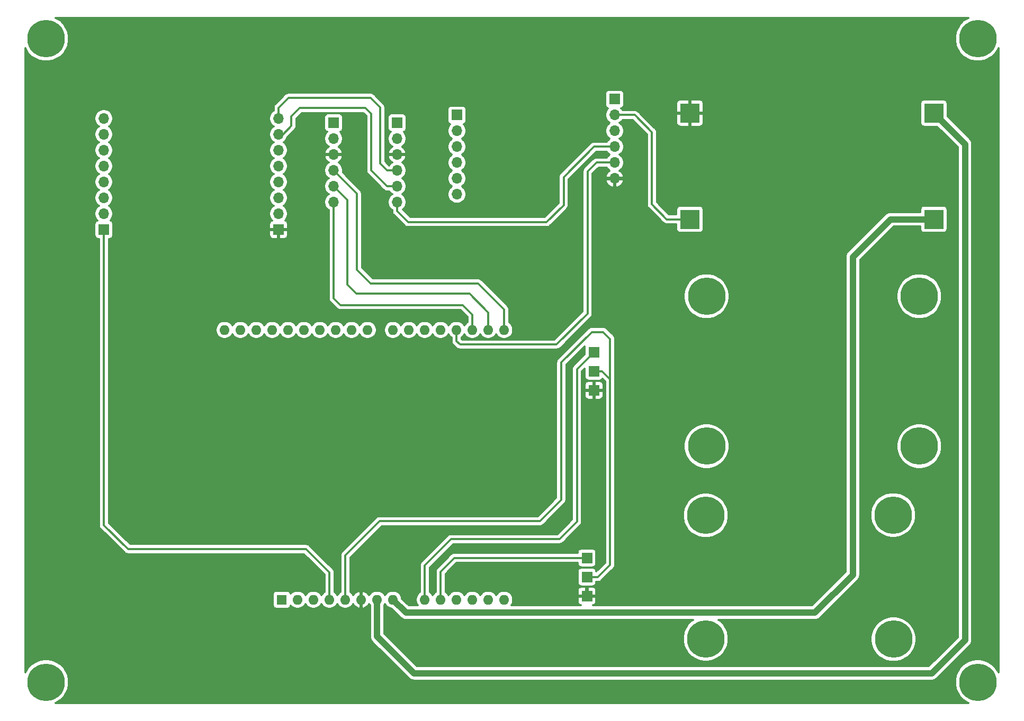
<source format=gbr>
%TF.GenerationSoftware,KiCad,Pcbnew,(5.1.10)-1*%
%TF.CreationDate,2022-01-13T05:40:57+07:00*%
%TF.ProjectId,Atuph,41747570-682e-46b6-9963-61645f706362,rev?*%
%TF.SameCoordinates,Original*%
%TF.FileFunction,Copper,L2,Bot*%
%TF.FilePolarity,Positive*%
%FSLAX46Y46*%
G04 Gerber Fmt 4.6, Leading zero omitted, Abs format (unit mm)*
G04 Created by KiCad (PCBNEW (5.1.10)-1) date 2022-01-13 05:40:57*
%MOMM*%
%LPD*%
G01*
G04 APERTURE LIST*
%TA.AperFunction,ComponentPad*%
%ADD10O,1.600000X1.600000*%
%TD*%
%TA.AperFunction,ComponentPad*%
%ADD11R,1.600000X1.600000*%
%TD*%
%TA.AperFunction,ComponentPad*%
%ADD12O,1.700000X1.700000*%
%TD*%
%TA.AperFunction,ComponentPad*%
%ADD13R,1.700000X1.700000*%
%TD*%
%TA.AperFunction,ComponentPad*%
%ADD14C,6.000000*%
%TD*%
%TA.AperFunction,ComponentPad*%
%ADD15R,3.048000X3.048000*%
%TD*%
%TA.AperFunction,Conductor*%
%ADD16C,0.300000*%
%TD*%
%TA.AperFunction,Conductor*%
%ADD17C,1.000000*%
%TD*%
%TA.AperFunction,Conductor*%
%ADD18C,0.100000*%
%TD*%
G04 APERTURE END LIST*
D10*
%TO.P,A1,20*%
%TO.N,Net-(A1-Pad20)*%
X137558000Y-79627000D03*
%TO.P,A1,28*%
%TO.N,Net-(A1-Pad28)*%
X115718000Y-79627000D03*
%TO.P,A1,24*%
%TO.N,Net-(A1-Pad24)*%
X125878000Y-79627000D03*
%TO.P,A1,29*%
%TO.N,Net-(A1-Pad29)*%
X113178000Y-79627000D03*
%TO.P,A1,30*%
%TO.N,Net-(A1-Pad30)*%
X110638000Y-79627000D03*
%TO.P,A1,15*%
%TO.N,Net-(A1-Pad15)*%
X150258000Y-79627000D03*
%TO.P,A1,22*%
%TO.N,Net-(A1-Pad22)*%
X132478000Y-79627000D03*
%TO.P,A1,21*%
%TO.N,Net-(A1-Pad21)*%
X135018000Y-79627000D03*
%TO.P,A1,18*%
%TO.N,Net-(A1-Pad18)*%
X142638000Y-79627000D03*
%TO.P,A1,16*%
%TO.N,Net-(A1-Pad16)*%
X147718000Y-79627000D03*
%TO.P,A1,17*%
%TO.N,Net-(A1-Pad17)*%
X145178000Y-79627000D03*
%TO.P,A1,19*%
%TO.N,Net-(A1-Pad19)*%
X140098000Y-79627000D03*
%TO.P,A1,31*%
%TO.N,Net-(A1-Pad31)*%
X108098000Y-79627000D03*
%TO.P,A1,32*%
%TO.N,Net-(A1-Pad32)*%
X105558000Y-79627000D03*
%TO.P,A1,26*%
%TO.N,Net-(A1-Pad26)*%
X120798000Y-79627000D03*
%TO.P,A1,25*%
%TO.N,Net-(A1-Pad25)*%
X123338000Y-79627000D03*
%TO.P,A1,23*%
%TO.N,Net-(A1-Pad23)*%
X128418000Y-79627000D03*
%TO.P,A1,27*%
%TO.N,Net-(A1-Pad27)*%
X118258000Y-79627000D03*
%TO.P,A1,2*%
%TO.N,Net-(A1-Pad2)*%
X117238000Y-122807000D03*
%TO.P,A1,8*%
%TO.N,+12V*%
X132478000Y-122807000D03*
D11*
%TO.P,A1,1*%
%TO.N,Net-(A1-Pad1)*%
X114698000Y-122807000D03*
D10*
%TO.P,A1,6*%
%TO.N,GND*%
X127398000Y-122807000D03*
%TO.P,A1,3*%
%TO.N,Net-(A1-Pad3)*%
X119778000Y-122807000D03*
%TO.P,A1,7*%
%TO.N,GND1*%
X129938000Y-122807000D03*
%TO.P,A1,14*%
%TO.N,Net-(A1-Pad14)*%
X150258000Y-122807000D03*
%TO.P,A1,4*%
%TO.N,+3V3*%
X122318000Y-122807000D03*
%TO.P,A1,5*%
%TO.N,+5V*%
X124858000Y-122807000D03*
%TO.P,A1,11*%
%TO.N,Net-(A1-Pad11)*%
X142638000Y-122807000D03*
%TO.P,A1,9*%
%TO.N,Net-(A1-Pad9)*%
X137558000Y-122807000D03*
%TO.P,A1,10*%
%TO.N,Net-(A1-Pad10)*%
X140098000Y-122807000D03*
%TO.P,A1,12*%
%TO.N,Net-(A1-Pad12)*%
X145178000Y-122807000D03*
%TO.P,A1,13*%
%TO.N,Net-(A1-Pad13)*%
X147718000Y-122807000D03*
%TD*%
D12*
%TO.P,L1,2*%
%TO.N,Net-(L1-Pad2)*%
X133144000Y-49007000D03*
D13*
%TO.P,L1,1*%
%TO.N,Net-(L1-Pad1)*%
X133144000Y-46467000D03*
D12*
%TO.P,L1,5*%
%TO.N,Net-(E1-Pad15)*%
X133144000Y-56627000D03*
%TO.P,L1,3*%
%TO.N,GND*%
X133144000Y-51547000D03*
%TO.P,L1,6*%
%TO.N,Net-(L1-Pad6)*%
X133144000Y-59167000D03*
%TO.P,L1,4*%
%TO.N,Net-(E1-Pad16)*%
X133144000Y-54087000D03*
%TO.P,L1,9*%
%TO.N,GND*%
X122984000Y-51547000D03*
%TO.P,L1,11*%
%TO.N,Net-(A1-Pad16)*%
X122984000Y-56627000D03*
D13*
%TO.P,L1,7*%
%TO.N,Net-(L1-Pad7)*%
X122984000Y-46467000D03*
D12*
%TO.P,L1,12*%
%TO.N,Net-(A1-Pad17)*%
X122984000Y-59167000D03*
%TO.P,L1,8*%
%TO.N,Net-(L1-Pad8)*%
X122984000Y-49007000D03*
%TO.P,L1,10*%
%TO.N,Net-(A1-Pad15)*%
X122984000Y-54087000D03*
%TD*%
%TO.P,E1,6*%
%TO.N,Net-(E1-Pad6)*%
X86248000Y-50863000D03*
D13*
%TO.P,E1,1*%
%TO.N,+3V3*%
X86248000Y-63563000D03*
D12*
%TO.P,E1,8*%
%TO.N,Net-(E1-Pad8)*%
X86248000Y-45783000D03*
%TO.P,E1,4*%
%TO.N,Net-(E1-Pad4)*%
X86248000Y-55943000D03*
%TO.P,E1,3*%
%TO.N,Net-(E1-Pad3)*%
X86248000Y-58483000D03*
%TO.P,E1,2*%
%TO.N,Net-(E1-Pad2)*%
X86248000Y-61023000D03*
%TO.P,E1,7*%
%TO.N,Net-(E1-Pad7)*%
X86248000Y-48323000D03*
%TO.P,E1,5*%
%TO.N,Net-(E1-Pad5)*%
X86248000Y-53403000D03*
%TO.P,E1,15*%
%TO.N,Net-(E1-Pad15)*%
X114188000Y-48323000D03*
%TO.P,E1,13*%
%TO.N,Net-(E1-Pad13)*%
X114188000Y-53403000D03*
%TO.P,E1,10*%
%TO.N,Net-(E1-Pad10)*%
X114188000Y-61023000D03*
%TO.P,E1,11*%
%TO.N,Net-(E1-Pad11)*%
X114188000Y-58483000D03*
%TO.P,E1,12*%
%TO.N,Net-(E1-Pad12)*%
X114188000Y-55943000D03*
%TO.P,E1,16*%
%TO.N,Net-(E1-Pad16)*%
X114188000Y-45783000D03*
D13*
%TO.P,E1,9*%
%TO.N,GND*%
X114188000Y-63563000D03*
D12*
%TO.P,E1,14*%
%TO.N,Net-(E1-Pad14)*%
X114188000Y-50863000D03*
%TD*%
D14*
%TO.P,H4,1*%
%TO.N,N/C*%
X77000000Y-33000000D03*
%TD*%
%TO.P,H3,1*%
%TO.N,N/C*%
X226000000Y-33000000D03*
%TD*%
%TO.P,H2,1*%
%TO.N,N/C*%
X226000000Y-136000000D03*
%TD*%
%TO.P,H1,1*%
%TO.N,N/C*%
X77000000Y-136000000D03*
%TD*%
D13*
%TO.P,D1,3*%
%TO.N,Net-(A1-Pad9)*%
X164627000Y-83183000D03*
%TO.P,D1,2*%
%TO.N,+5V*%
X164627000Y-86231000D03*
%TO.P,D1,1*%
%TO.N,GND*%
X164627000Y-89279000D03*
D14*
%TO.P,D1,5*%
%TO.N,N/C*%
X216627000Y-74231000D03*
%TO.P,D1,6*%
X182627000Y-74231000D03*
%TO.P,D1,7*%
X182627000Y-98231000D03*
%TO.P,D1,4*%
X216627000Y-98231000D03*
%TD*%
D13*
%TO.P,D2,2*%
%TO.N,+5V*%
X163494000Y-119168000D03*
%TO.P,D2,1*%
%TO.N,GND*%
X163494000Y-122216000D03*
%TO.P,D2,3*%
%TO.N,Net-(A1-Pad10)*%
X163494000Y-116120000D03*
D14*
%TO.P,D2,7*%
%TO.N,N/C*%
X182492000Y-129074000D03*
%TO.P,D2,6*%
X182492000Y-109292000D03*
%TO.P,D2,4*%
X212514000Y-129104000D03*
%TO.P,D2,5*%
X212464000Y-109262000D03*
%TD*%
D12*
%TO.P,L3,6*%
%TO.N,GND*%
X167922000Y-55388000D03*
%TO.P,L3,4*%
%TO.N,Net-(L1-Pad6)*%
X167922000Y-50308000D03*
%TO.P,L3,2*%
%TO.N,+4V*%
X167922000Y-45228000D03*
D13*
%TO.P,L3,1*%
%TO.N,Net-(L3-Pad1)*%
X167922000Y-42688000D03*
D12*
%TO.P,L3,5*%
%TO.N,Net-(A1-Pad18)*%
X167922000Y-52848000D03*
%TO.P,L3,3*%
%TO.N,Net-(L3-Pad3)*%
X167922000Y-47768000D03*
%TO.P,L3,12*%
%TO.N,Net-(L3-Pad12)*%
X142702000Y-57928000D03*
%TO.P,L3,10*%
%TO.N,Net-(L3-Pad10)*%
X142702000Y-52848000D03*
%TO.P,L3,8*%
%TO.N,Net-(L3-Pad8)*%
X142702000Y-47768000D03*
D13*
%TO.P,L3,7*%
%TO.N,Net-(L3-Pad7)*%
X142702000Y-45228000D03*
D12*
%TO.P,L3,11*%
%TO.N,Net-(L3-Pad11)*%
X142702000Y-55388000D03*
%TO.P,L3,9*%
%TO.N,Net-(L3-Pad9)*%
X142702000Y-50308000D03*
%TD*%
D15*
%TO.P,L2,1*%
%TO.N,+12V*%
X218967000Y-61914000D03*
%TO.P,L2,2*%
%TO.N,GND1*%
X218967000Y-44914000D03*
%TO.P,L2,4*%
%TO.N,GND*%
X179967000Y-44914000D03*
%TO.P,L2,3*%
%TO.N,+4V*%
X179967000Y-61914000D03*
%TD*%
D16*
%TO.N,Net-(A1-Pad16)*%
X147718000Y-79627000D02*
X147718000Y-76853000D01*
X147718000Y-76853000D02*
X144698000Y-73833000D01*
X144698000Y-73833000D02*
X126635000Y-73833000D01*
X126635000Y-73833000D02*
X125207000Y-72405000D01*
X125207000Y-58850000D02*
X122984000Y-56627000D01*
X125207000Y-72405000D02*
X125207000Y-58850000D01*
%TO.N,Net-(A1-Pad15)*%
X150258000Y-79627000D02*
X150258000Y-76364000D01*
X150258000Y-76364000D02*
X146059000Y-72165000D01*
X146059000Y-72165000D02*
X128915000Y-72165000D01*
X128915000Y-72165000D02*
X126704000Y-69954000D01*
X126704000Y-57807000D02*
X122984000Y-54087000D01*
X126704000Y-69954000D02*
X126704000Y-57807000D01*
%TO.N,Net-(A1-Pad18)*%
X142638000Y-79627000D02*
X142638000Y-81404000D01*
X142638000Y-81404000D02*
X143175000Y-81941000D01*
X143175000Y-81941000D02*
X158655000Y-81941000D01*
X158655000Y-81941000D02*
X163606000Y-76990000D01*
X163606000Y-76990000D02*
X163606000Y-54258000D01*
X165016000Y-52848000D02*
X167922000Y-52848000D01*
X163606000Y-54258000D02*
X165016000Y-52848000D01*
%TO.N,Net-(A1-Pad17)*%
X145178000Y-79627000D02*
X145178000Y-77205000D01*
X145178000Y-77205000D02*
X143609000Y-75636000D01*
X143609000Y-75636000D02*
X124085000Y-75636000D01*
X122984000Y-74535000D02*
X122984000Y-59167000D01*
X124085000Y-75636000D02*
X122984000Y-74535000D01*
%TO.N,Net-(A1-Pad10)*%
X140098000Y-122807000D02*
X140098000Y-118311000D01*
X142289000Y-116120000D02*
X163478000Y-116120000D01*
X140098000Y-118311000D02*
X142289000Y-116120000D01*
%TO.N,Net-(A1-Pad9)*%
X137558000Y-122807000D02*
X137558000Y-117318000D01*
X137558000Y-117318000D02*
X141778000Y-113098000D01*
X141778000Y-113098000D02*
X159097000Y-113098000D01*
X159097000Y-113098000D02*
X161895000Y-110300000D01*
X161895000Y-85915000D02*
X164627000Y-83183000D01*
X161895000Y-110300000D02*
X161895000Y-85915000D01*
%TO.N,Net-(L1-Pad6)*%
X167922000Y-50308000D02*
X164627000Y-50308000D01*
X164627000Y-50308000D02*
X159771000Y-55164000D01*
X159771000Y-55164000D02*
X159771000Y-59627000D01*
X159771000Y-59627000D02*
X157052000Y-62346000D01*
X157052000Y-62346000D02*
X134877000Y-62346000D01*
X133144000Y-60613000D02*
X133144000Y-59167000D01*
X134877000Y-62346000D02*
X133144000Y-60613000D01*
%TO.N,+3V3*%
X122318000Y-122807000D02*
X122318000Y-118415000D01*
X122318000Y-118415000D02*
X118604000Y-114701000D01*
X118604000Y-114701000D02*
X90089000Y-114701000D01*
X86248000Y-110860000D02*
X86248000Y-63563000D01*
X90089000Y-114701000D02*
X86248000Y-110860000D01*
%TO.N,+5V*%
X163478000Y-119168000D02*
X165252000Y-119168000D01*
X165252000Y-119168000D02*
X167191000Y-117229000D01*
X167191000Y-117229000D02*
X167191000Y-87485000D01*
X165937000Y-86231000D02*
X164627000Y-86231000D01*
X167191000Y-87485000D02*
X165937000Y-86231000D01*
X124858000Y-122807000D02*
X124858000Y-115731000D01*
X124858000Y-115731000D02*
X130367000Y-110222000D01*
X130367000Y-110222000D02*
X155970000Y-110222000D01*
X155970000Y-110222000D02*
X159384000Y-106808000D01*
X159384000Y-106808000D02*
X159384000Y-84846000D01*
X159384000Y-84846000D02*
X164277000Y-79953000D01*
X164277000Y-79953000D02*
X166098000Y-79953000D01*
X167191000Y-81046000D02*
X167191000Y-87485000D01*
X166098000Y-79953000D02*
X167191000Y-81046000D01*
D17*
%TO.N,GND1*%
X129938000Y-122807000D02*
X129938000Y-128708000D01*
X129938000Y-128708000D02*
X135827000Y-134597000D01*
X135827000Y-134597000D02*
X218635000Y-134597000D01*
X218635000Y-134597000D02*
X223947000Y-129285000D01*
X223947000Y-49894000D02*
X218967000Y-44914000D01*
X223947000Y-129285000D02*
X223947000Y-49894000D01*
D16*
%TO.N,Net-(E1-Pad15)*%
X133144000Y-56627000D02*
X131532000Y-56627000D01*
X131532000Y-56627000D02*
X128996000Y-54091000D01*
X128996000Y-54091000D02*
X128996000Y-45042000D01*
X128996000Y-45042000D02*
X128078000Y-44124000D01*
X128078000Y-44124000D02*
X117533000Y-44124000D01*
X117533000Y-44124000D02*
X116241000Y-45416000D01*
X116241000Y-45416000D02*
X116241000Y-46980000D01*
X114898000Y-48323000D02*
X114188000Y-48323000D01*
X116241000Y-46980000D02*
X114898000Y-48323000D01*
%TO.N,Net-(E1-Pad16)*%
X133144000Y-54087000D02*
X131541000Y-54087000D01*
X131541000Y-54087000D02*
X130425000Y-52971000D01*
X130425000Y-52971000D02*
X130425000Y-44022000D01*
X130425000Y-44022000D02*
X128860000Y-42457000D01*
X128860000Y-42457000D02*
X115799000Y-42457000D01*
X114188000Y-44068000D02*
X114188000Y-45783000D01*
X115799000Y-42457000D02*
X114188000Y-44068000D01*
D17*
%TO.N,+12V*%
X212030000Y-61914000D02*
X218967000Y-61914000D01*
X206022000Y-67922000D02*
X212030000Y-61914000D01*
X199969000Y-124870000D02*
X206022000Y-118817000D01*
X206022000Y-118817000D02*
X206022000Y-67922000D01*
X134541000Y-124870000D02*
X199969000Y-124870000D01*
X132478000Y-122807000D02*
X134541000Y-124870000D01*
D16*
%TO.N,+4V*%
X179967000Y-61914000D02*
X176255000Y-61914000D01*
X176255000Y-61914000D02*
X173870000Y-59529000D01*
X173870000Y-59529000D02*
X173870000Y-47988000D01*
X171110000Y-45228000D02*
X167922000Y-45228000D01*
X173870000Y-47988000D02*
X171110000Y-45228000D01*
%TD*%
%TO.N,GND*%
X224267287Y-29758323D02*
X223668161Y-30158646D01*
X223158646Y-30668161D01*
X222758323Y-31267287D01*
X222482575Y-31933001D01*
X222342000Y-32639718D01*
X222342000Y-33360282D01*
X222482575Y-34066999D01*
X222758323Y-34732713D01*
X223158646Y-35331839D01*
X223668161Y-35841354D01*
X224267287Y-36241677D01*
X224933001Y-36517425D01*
X225639718Y-36658000D01*
X226360282Y-36658000D01*
X227066999Y-36517425D01*
X227732713Y-36241677D01*
X228331839Y-35841354D01*
X228841354Y-35331839D01*
X229241677Y-34732713D01*
X229317000Y-34550867D01*
X229317001Y-134449135D01*
X229241677Y-134267287D01*
X228841354Y-133668161D01*
X228331839Y-133158646D01*
X227732713Y-132758323D01*
X227066999Y-132482575D01*
X226360282Y-132342000D01*
X225639718Y-132342000D01*
X224933001Y-132482575D01*
X224267287Y-132758323D01*
X223668161Y-133158646D01*
X223158646Y-133668161D01*
X222758323Y-134267287D01*
X222482575Y-134933001D01*
X222342000Y-135639718D01*
X222342000Y-136360282D01*
X222482575Y-137066999D01*
X222758323Y-137732713D01*
X223158646Y-138331839D01*
X223668161Y-138841354D01*
X224267287Y-139241677D01*
X224449133Y-139317000D01*
X78550867Y-139317000D01*
X78732713Y-139241677D01*
X79331839Y-138841354D01*
X79841354Y-138331839D01*
X80241677Y-137732713D01*
X80517425Y-137066999D01*
X80658000Y-136360282D01*
X80658000Y-135639718D01*
X80517425Y-134933001D01*
X80241677Y-134267287D01*
X79841354Y-133668161D01*
X79331839Y-133158646D01*
X78732713Y-132758323D01*
X78066999Y-132482575D01*
X77360282Y-132342000D01*
X76639718Y-132342000D01*
X75933001Y-132482575D01*
X75267287Y-132758323D01*
X74668161Y-133158646D01*
X74158646Y-133668161D01*
X73758323Y-134267287D01*
X73683000Y-134449133D01*
X73683000Y-62713000D01*
X84736817Y-62713000D01*
X84736817Y-64413000D01*
X84749521Y-64541990D01*
X84787147Y-64666024D01*
X84848246Y-64780334D01*
X84930473Y-64880527D01*
X85030666Y-64962754D01*
X85144976Y-65023853D01*
X85269010Y-65061479D01*
X85398000Y-65074183D01*
X85440001Y-65074183D01*
X85440000Y-110820320D01*
X85436092Y-110860000D01*
X85440000Y-110899680D01*
X85440000Y-110899687D01*
X85450187Y-111003120D01*
X85451692Y-111018396D01*
X85455212Y-111030000D01*
X85497894Y-111170703D01*
X85572922Y-111311071D01*
X85673894Y-111434106D01*
X85704728Y-111459411D01*
X89489594Y-115244278D01*
X89514894Y-115275106D01*
X89637928Y-115376078D01*
X89778296Y-115451106D01*
X89884401Y-115483293D01*
X89930603Y-115497308D01*
X89945879Y-115498813D01*
X90049312Y-115509000D01*
X90049319Y-115509000D01*
X90088999Y-115512908D01*
X90128679Y-115509000D01*
X118269317Y-115509000D01*
X121510001Y-118749685D01*
X121510000Y-121593366D01*
X121388579Y-121674497D01*
X121185497Y-121877579D01*
X121048000Y-122083358D01*
X120910503Y-121877579D01*
X120707421Y-121674497D01*
X120468622Y-121514937D01*
X120203283Y-121405030D01*
X119921601Y-121349000D01*
X119634399Y-121349000D01*
X119352717Y-121405030D01*
X119087378Y-121514937D01*
X118848579Y-121674497D01*
X118645497Y-121877579D01*
X118508000Y-122083358D01*
X118370503Y-121877579D01*
X118167421Y-121674497D01*
X117928622Y-121514937D01*
X117663283Y-121405030D01*
X117381601Y-121349000D01*
X117094399Y-121349000D01*
X116812717Y-121405030D01*
X116547378Y-121514937D01*
X116308579Y-121674497D01*
X116136840Y-121846236D01*
X116108853Y-121753976D01*
X116047754Y-121639666D01*
X115965527Y-121539473D01*
X115865334Y-121457246D01*
X115751024Y-121396147D01*
X115626990Y-121358521D01*
X115498000Y-121345817D01*
X113898000Y-121345817D01*
X113769010Y-121358521D01*
X113644976Y-121396147D01*
X113530666Y-121457246D01*
X113430473Y-121539473D01*
X113348246Y-121639666D01*
X113287147Y-121753976D01*
X113249521Y-121878010D01*
X113236817Y-122007000D01*
X113236817Y-123607000D01*
X113249521Y-123735990D01*
X113287147Y-123860024D01*
X113348246Y-123974334D01*
X113430473Y-124074527D01*
X113530666Y-124156754D01*
X113644976Y-124217853D01*
X113769010Y-124255479D01*
X113898000Y-124268183D01*
X115498000Y-124268183D01*
X115626990Y-124255479D01*
X115751024Y-124217853D01*
X115865334Y-124156754D01*
X115965527Y-124074527D01*
X116047754Y-123974334D01*
X116108853Y-123860024D01*
X116136840Y-123767764D01*
X116308579Y-123939503D01*
X116547378Y-124099063D01*
X116812717Y-124208970D01*
X117094399Y-124265000D01*
X117381601Y-124265000D01*
X117663283Y-124208970D01*
X117928622Y-124099063D01*
X118167421Y-123939503D01*
X118370503Y-123736421D01*
X118508000Y-123530642D01*
X118645497Y-123736421D01*
X118848579Y-123939503D01*
X119087378Y-124099063D01*
X119352717Y-124208970D01*
X119634399Y-124265000D01*
X119921601Y-124265000D01*
X120203283Y-124208970D01*
X120468622Y-124099063D01*
X120707421Y-123939503D01*
X120910503Y-123736421D01*
X121048000Y-123530642D01*
X121185497Y-123736421D01*
X121388579Y-123939503D01*
X121627378Y-124099063D01*
X121892717Y-124208970D01*
X122174399Y-124265000D01*
X122461601Y-124265000D01*
X122743283Y-124208970D01*
X123008622Y-124099063D01*
X123247421Y-123939503D01*
X123450503Y-123736421D01*
X123588000Y-123530642D01*
X123725497Y-123736421D01*
X123928579Y-123939503D01*
X124167378Y-124099063D01*
X124432717Y-124208970D01*
X124714399Y-124265000D01*
X125001601Y-124265000D01*
X125283283Y-124208970D01*
X125548622Y-124099063D01*
X125787421Y-123939503D01*
X125990503Y-123736421D01*
X126134627Y-123520724D01*
X126212354Y-123655540D01*
X126400678Y-123870544D01*
X126627328Y-124044676D01*
X126883595Y-124171245D01*
X127067780Y-124227112D01*
X127294000Y-124096312D01*
X127294000Y-122911000D01*
X127274000Y-122911000D01*
X127274000Y-122703000D01*
X127294000Y-122703000D01*
X127294000Y-121517688D01*
X127067780Y-121386888D01*
X126883595Y-121442755D01*
X126627328Y-121569324D01*
X126400678Y-121743456D01*
X126212354Y-121958460D01*
X126134627Y-122093276D01*
X125990503Y-121877579D01*
X125787421Y-121674497D01*
X125666000Y-121593366D01*
X125666000Y-116065683D01*
X130701685Y-111030000D01*
X155930320Y-111030000D01*
X155970000Y-111033908D01*
X156009680Y-111030000D01*
X156009688Y-111030000D01*
X156128396Y-111018308D01*
X156280704Y-110972106D01*
X156421072Y-110897078D01*
X156544106Y-110796106D01*
X156569411Y-110765272D01*
X159927279Y-107407405D01*
X159958106Y-107382106D01*
X160059078Y-107259072D01*
X160134106Y-107118704D01*
X160180308Y-106966396D01*
X160192000Y-106847688D01*
X160192000Y-106847681D01*
X160195908Y-106808001D01*
X160192000Y-106768321D01*
X160192000Y-85180683D01*
X163124134Y-82248549D01*
X163115817Y-82333000D01*
X163115817Y-83551499D01*
X161351723Y-85315594D01*
X161320895Y-85340894D01*
X161219923Y-85463928D01*
X161170751Y-85555923D01*
X161144895Y-85604296D01*
X161098692Y-85756604D01*
X161083092Y-85915000D01*
X161087001Y-85954690D01*
X161087000Y-109965315D01*
X158762317Y-112290000D01*
X141817679Y-112290000D01*
X141777999Y-112286092D01*
X141738319Y-112290000D01*
X141738312Y-112290000D01*
X141634879Y-112300187D01*
X141619603Y-112301692D01*
X141573401Y-112315707D01*
X141467296Y-112347894D01*
X141326928Y-112422922D01*
X141203894Y-112523894D01*
X141178594Y-112554722D01*
X137014723Y-116718594D01*
X136983895Y-116743894D01*
X136882923Y-116866928D01*
X136827830Y-116970000D01*
X136807895Y-117007296D01*
X136761692Y-117159604D01*
X136746092Y-117318000D01*
X136750001Y-117357690D01*
X136750000Y-121593366D01*
X136628579Y-121674497D01*
X136425497Y-121877579D01*
X136265937Y-122116378D01*
X136156030Y-122381717D01*
X136100000Y-122663399D01*
X136100000Y-122950601D01*
X136156030Y-123232283D01*
X136265937Y-123497622D01*
X136409179Y-123712000D01*
X135020659Y-123712000D01*
X133927047Y-122618388D01*
X133879970Y-122381717D01*
X133770063Y-122116378D01*
X133610503Y-121877579D01*
X133407421Y-121674497D01*
X133168622Y-121514937D01*
X132903283Y-121405030D01*
X132621601Y-121349000D01*
X132334399Y-121349000D01*
X132052717Y-121405030D01*
X131787378Y-121514937D01*
X131548579Y-121674497D01*
X131345497Y-121877579D01*
X131208000Y-122083358D01*
X131070503Y-121877579D01*
X130867421Y-121674497D01*
X130628622Y-121514937D01*
X130363283Y-121405030D01*
X130081601Y-121349000D01*
X129794399Y-121349000D01*
X129512717Y-121405030D01*
X129247378Y-121514937D01*
X129008579Y-121674497D01*
X128805497Y-121877579D01*
X128661373Y-122093276D01*
X128583646Y-121958460D01*
X128395322Y-121743456D01*
X128168672Y-121569324D01*
X127912405Y-121442755D01*
X127728220Y-121386888D01*
X127502000Y-121517688D01*
X127502000Y-122703000D01*
X127522000Y-122703000D01*
X127522000Y-122911000D01*
X127502000Y-122911000D01*
X127502000Y-124096312D01*
X127728220Y-124227112D01*
X127912405Y-124171245D01*
X128168672Y-124044676D01*
X128395322Y-123870544D01*
X128583646Y-123655540D01*
X128661373Y-123520724D01*
X128780000Y-123698262D01*
X128780001Y-128651104D01*
X128774397Y-128708000D01*
X128796756Y-128935008D01*
X128862971Y-129153291D01*
X128970500Y-129354463D01*
X129036006Y-129434282D01*
X129115209Y-129530792D01*
X129159397Y-129567056D01*
X134967939Y-135375598D01*
X135004208Y-135419792D01*
X135180536Y-135564500D01*
X135180537Y-135564501D01*
X135381708Y-135672029D01*
X135599992Y-135738245D01*
X135827000Y-135760603D01*
X135883889Y-135755000D01*
X218578113Y-135755000D01*
X218635000Y-135760603D01*
X218691887Y-135755000D01*
X218691889Y-135755000D01*
X218862008Y-135738245D01*
X219080292Y-135672029D01*
X219281463Y-135564501D01*
X219457792Y-135419792D01*
X219494061Y-135375598D01*
X224725599Y-130144060D01*
X224769792Y-130107792D01*
X224914501Y-129931463D01*
X225022029Y-129730292D01*
X225088245Y-129512008D01*
X225105000Y-129341889D01*
X225105000Y-129341888D01*
X225110603Y-129285001D01*
X225105000Y-129228114D01*
X225105000Y-49950889D01*
X225110603Y-49894000D01*
X225088245Y-49666992D01*
X225066010Y-49593694D01*
X225022029Y-49448708D01*
X224914501Y-49247537D01*
X224769792Y-49071208D01*
X224725598Y-49034939D01*
X221152183Y-45461524D01*
X221152183Y-43390000D01*
X221139479Y-43261010D01*
X221101853Y-43136976D01*
X221040754Y-43022666D01*
X220958527Y-42922473D01*
X220858334Y-42840246D01*
X220744024Y-42779147D01*
X220619990Y-42741521D01*
X220491000Y-42728817D01*
X217443000Y-42728817D01*
X217314010Y-42741521D01*
X217189976Y-42779147D01*
X217075666Y-42840246D01*
X216975473Y-42922473D01*
X216893246Y-43022666D01*
X216832147Y-43136976D01*
X216794521Y-43261010D01*
X216781817Y-43390000D01*
X216781817Y-46438000D01*
X216794521Y-46566990D01*
X216832147Y-46691024D01*
X216893246Y-46805334D01*
X216975473Y-46905527D01*
X217075666Y-46987754D01*
X217189976Y-47048853D01*
X217314010Y-47086479D01*
X217443000Y-47099183D01*
X219514524Y-47099183D01*
X222789001Y-50373660D01*
X222789000Y-128805341D01*
X218155341Y-133439000D01*
X136306659Y-133439000D01*
X131096000Y-128228341D01*
X131096000Y-123698262D01*
X131208000Y-123530642D01*
X131345497Y-123736421D01*
X131548579Y-123939503D01*
X131787378Y-124099063D01*
X132052717Y-124208970D01*
X132289388Y-124256047D01*
X133681939Y-125648598D01*
X133718208Y-125692792D01*
X133888228Y-125832323D01*
X133894537Y-125837501D01*
X134095708Y-125945029D01*
X134313992Y-126011245D01*
X134541000Y-126033603D01*
X134597889Y-126028000D01*
X180466436Y-126028000D01*
X180160161Y-126232646D01*
X179650646Y-126742161D01*
X179250323Y-127341287D01*
X178974575Y-128007001D01*
X178834000Y-128713718D01*
X178834000Y-129434282D01*
X178974575Y-130140999D01*
X179250323Y-130806713D01*
X179650646Y-131405839D01*
X180160161Y-131915354D01*
X180759287Y-132315677D01*
X181425001Y-132591425D01*
X182131718Y-132732000D01*
X182852282Y-132732000D01*
X183558999Y-132591425D01*
X184224713Y-132315677D01*
X184823839Y-131915354D01*
X185333354Y-131405839D01*
X185733677Y-130806713D01*
X186009425Y-130140999D01*
X186150000Y-129434282D01*
X186150000Y-128743718D01*
X208856000Y-128743718D01*
X208856000Y-129464282D01*
X208996575Y-130170999D01*
X209272323Y-130836713D01*
X209672646Y-131435839D01*
X210182161Y-131945354D01*
X210781287Y-132345677D01*
X211447001Y-132621425D01*
X212153718Y-132762000D01*
X212874282Y-132762000D01*
X213580999Y-132621425D01*
X214246713Y-132345677D01*
X214845839Y-131945354D01*
X215355354Y-131435839D01*
X215755677Y-130836713D01*
X216031425Y-130170999D01*
X216172000Y-129464282D01*
X216172000Y-128743718D01*
X216031425Y-128037001D01*
X215755677Y-127371287D01*
X215355354Y-126772161D01*
X214845839Y-126262646D01*
X214246713Y-125862323D01*
X213580999Y-125586575D01*
X212874282Y-125446000D01*
X212153718Y-125446000D01*
X211447001Y-125586575D01*
X210781287Y-125862323D01*
X210182161Y-126262646D01*
X209672646Y-126772161D01*
X209272323Y-127371287D01*
X208996575Y-128037001D01*
X208856000Y-128743718D01*
X186150000Y-128743718D01*
X186150000Y-128713718D01*
X186009425Y-128007001D01*
X185733677Y-127341287D01*
X185333354Y-126742161D01*
X184823839Y-126232646D01*
X184517564Y-126028000D01*
X199912113Y-126028000D01*
X199969000Y-126033603D01*
X200025887Y-126028000D01*
X200025889Y-126028000D01*
X200196008Y-126011245D01*
X200414292Y-125945029D01*
X200615463Y-125837501D01*
X200791792Y-125692792D01*
X200828061Y-125648598D01*
X206800599Y-119676060D01*
X206844792Y-119639792D01*
X206989501Y-119463463D01*
X207097029Y-119262292D01*
X207163245Y-119044008D01*
X207180000Y-118873889D01*
X207180000Y-118873888D01*
X207185603Y-118817000D01*
X207180000Y-118760111D01*
X207180000Y-108901718D01*
X208806000Y-108901718D01*
X208806000Y-109622282D01*
X208946575Y-110328999D01*
X209222323Y-110994713D01*
X209622646Y-111593839D01*
X210132161Y-112103354D01*
X210731287Y-112503677D01*
X211397001Y-112779425D01*
X212103718Y-112920000D01*
X212824282Y-112920000D01*
X213530999Y-112779425D01*
X214196713Y-112503677D01*
X214795839Y-112103354D01*
X215305354Y-111593839D01*
X215705677Y-110994713D01*
X215981425Y-110328999D01*
X216122000Y-109622282D01*
X216122000Y-108901718D01*
X215981425Y-108195001D01*
X215705677Y-107529287D01*
X215305354Y-106930161D01*
X214795839Y-106420646D01*
X214196713Y-106020323D01*
X213530999Y-105744575D01*
X212824282Y-105604000D01*
X212103718Y-105604000D01*
X211397001Y-105744575D01*
X210731287Y-106020323D01*
X210132161Y-106420646D01*
X209622646Y-106930161D01*
X209222323Y-107529287D01*
X208946575Y-108195001D01*
X208806000Y-108901718D01*
X207180000Y-108901718D01*
X207180000Y-97870718D01*
X212969000Y-97870718D01*
X212969000Y-98591282D01*
X213109575Y-99297999D01*
X213385323Y-99963713D01*
X213785646Y-100562839D01*
X214295161Y-101072354D01*
X214894287Y-101472677D01*
X215560001Y-101748425D01*
X216266718Y-101889000D01*
X216987282Y-101889000D01*
X217693999Y-101748425D01*
X218359713Y-101472677D01*
X218958839Y-101072354D01*
X219468354Y-100562839D01*
X219868677Y-99963713D01*
X220144425Y-99297999D01*
X220285000Y-98591282D01*
X220285000Y-97870718D01*
X220144425Y-97164001D01*
X219868677Y-96498287D01*
X219468354Y-95899161D01*
X218958839Y-95389646D01*
X218359713Y-94989323D01*
X217693999Y-94713575D01*
X216987282Y-94573000D01*
X216266718Y-94573000D01*
X215560001Y-94713575D01*
X214894287Y-94989323D01*
X214295161Y-95389646D01*
X213785646Y-95899161D01*
X213385323Y-96498287D01*
X213109575Y-97164001D01*
X212969000Y-97870718D01*
X207180000Y-97870718D01*
X207180000Y-73870718D01*
X212969000Y-73870718D01*
X212969000Y-74591282D01*
X213109575Y-75297999D01*
X213385323Y-75963713D01*
X213785646Y-76562839D01*
X214295161Y-77072354D01*
X214894287Y-77472677D01*
X215560001Y-77748425D01*
X216266718Y-77889000D01*
X216987282Y-77889000D01*
X217693999Y-77748425D01*
X218359713Y-77472677D01*
X218958839Y-77072354D01*
X219468354Y-76562839D01*
X219868677Y-75963713D01*
X220144425Y-75297999D01*
X220285000Y-74591282D01*
X220285000Y-73870718D01*
X220144425Y-73164001D01*
X219868677Y-72498287D01*
X219468354Y-71899161D01*
X218958839Y-71389646D01*
X218359713Y-70989323D01*
X217693999Y-70713575D01*
X216987282Y-70573000D01*
X216266718Y-70573000D01*
X215560001Y-70713575D01*
X214894287Y-70989323D01*
X214295161Y-71389646D01*
X213785646Y-71899161D01*
X213385323Y-72498287D01*
X213109575Y-73164001D01*
X212969000Y-73870718D01*
X207180000Y-73870718D01*
X207180000Y-68401659D01*
X212509660Y-63072000D01*
X216781817Y-63072000D01*
X216781817Y-63438000D01*
X216794521Y-63566990D01*
X216832147Y-63691024D01*
X216893246Y-63805334D01*
X216975473Y-63905527D01*
X217075666Y-63987754D01*
X217189976Y-64048853D01*
X217314010Y-64086479D01*
X217443000Y-64099183D01*
X220491000Y-64099183D01*
X220619990Y-64086479D01*
X220744024Y-64048853D01*
X220858334Y-63987754D01*
X220958527Y-63905527D01*
X221040754Y-63805334D01*
X221101853Y-63691024D01*
X221139479Y-63566990D01*
X221152183Y-63438000D01*
X221152183Y-60390000D01*
X221139479Y-60261010D01*
X221101853Y-60136976D01*
X221040754Y-60022666D01*
X220958527Y-59922473D01*
X220858334Y-59840246D01*
X220744024Y-59779147D01*
X220619990Y-59741521D01*
X220491000Y-59728817D01*
X217443000Y-59728817D01*
X217314010Y-59741521D01*
X217189976Y-59779147D01*
X217075666Y-59840246D01*
X216975473Y-59922473D01*
X216893246Y-60022666D01*
X216832147Y-60136976D01*
X216794521Y-60261010D01*
X216781817Y-60390000D01*
X216781817Y-60756000D01*
X212086886Y-60756000D01*
X212029999Y-60750397D01*
X211973112Y-60756000D01*
X211973111Y-60756000D01*
X211802992Y-60772755D01*
X211584708Y-60838971D01*
X211383537Y-60946499D01*
X211207208Y-61091208D01*
X211170944Y-61135396D01*
X205243397Y-67062944D01*
X205199209Y-67099208D01*
X205162945Y-67143396D01*
X205162944Y-67143397D01*
X205054500Y-67275537D01*
X204946971Y-67476709D01*
X204880756Y-67694992D01*
X204858397Y-67922000D01*
X204864001Y-67978897D01*
X204864000Y-118337341D01*
X199489341Y-123712000D01*
X164481166Y-123712000D01*
X164597024Y-123676854D01*
X164711334Y-123615754D01*
X164811528Y-123533528D01*
X164893754Y-123433334D01*
X164954854Y-123319024D01*
X164992480Y-123194991D01*
X165005184Y-123066000D01*
X165002000Y-122484500D01*
X164837500Y-122320000D01*
X163598000Y-122320000D01*
X163598000Y-122340000D01*
X163390000Y-122340000D01*
X163390000Y-122320000D01*
X162150500Y-122320000D01*
X161986000Y-122484500D01*
X161982816Y-123066000D01*
X161995520Y-123194991D01*
X162033146Y-123319024D01*
X162094246Y-123433334D01*
X162176472Y-123533528D01*
X162276666Y-123615754D01*
X162390976Y-123676854D01*
X162506834Y-123712000D01*
X151406821Y-123712000D01*
X151550063Y-123497622D01*
X151659970Y-123232283D01*
X151716000Y-122950601D01*
X151716000Y-122663399D01*
X151659970Y-122381717D01*
X151550063Y-122116378D01*
X151390503Y-121877579D01*
X151187421Y-121674497D01*
X150948622Y-121514937D01*
X150683283Y-121405030D01*
X150487066Y-121366000D01*
X161982816Y-121366000D01*
X161986000Y-121947500D01*
X162150500Y-122112000D01*
X163390000Y-122112000D01*
X163390000Y-120872500D01*
X163598000Y-120872500D01*
X163598000Y-122112000D01*
X164837500Y-122112000D01*
X165002000Y-121947500D01*
X165005184Y-121366000D01*
X164992480Y-121237009D01*
X164954854Y-121112976D01*
X164893754Y-120998666D01*
X164811528Y-120898472D01*
X164711334Y-120816246D01*
X164597024Y-120755146D01*
X164472991Y-120717520D01*
X164344000Y-120704816D01*
X163762500Y-120708000D01*
X163598000Y-120872500D01*
X163390000Y-120872500D01*
X163225500Y-120708000D01*
X162644000Y-120704816D01*
X162515009Y-120717520D01*
X162390976Y-120755146D01*
X162276666Y-120816246D01*
X162176472Y-120898472D01*
X162094246Y-120998666D01*
X162033146Y-121112976D01*
X161995520Y-121237009D01*
X161982816Y-121366000D01*
X150487066Y-121366000D01*
X150401601Y-121349000D01*
X150114399Y-121349000D01*
X149832717Y-121405030D01*
X149567378Y-121514937D01*
X149328579Y-121674497D01*
X149125497Y-121877579D01*
X148988000Y-122083358D01*
X148850503Y-121877579D01*
X148647421Y-121674497D01*
X148408622Y-121514937D01*
X148143283Y-121405030D01*
X147861601Y-121349000D01*
X147574399Y-121349000D01*
X147292717Y-121405030D01*
X147027378Y-121514937D01*
X146788579Y-121674497D01*
X146585497Y-121877579D01*
X146448000Y-122083358D01*
X146310503Y-121877579D01*
X146107421Y-121674497D01*
X145868622Y-121514937D01*
X145603283Y-121405030D01*
X145321601Y-121349000D01*
X145034399Y-121349000D01*
X144752717Y-121405030D01*
X144487378Y-121514937D01*
X144248579Y-121674497D01*
X144045497Y-121877579D01*
X143908000Y-122083358D01*
X143770503Y-121877579D01*
X143567421Y-121674497D01*
X143328622Y-121514937D01*
X143063283Y-121405030D01*
X142781601Y-121349000D01*
X142494399Y-121349000D01*
X142212717Y-121405030D01*
X141947378Y-121514937D01*
X141708579Y-121674497D01*
X141505497Y-121877579D01*
X141368000Y-122083358D01*
X141230503Y-121877579D01*
X141027421Y-121674497D01*
X140906000Y-121593366D01*
X140906000Y-118645683D01*
X142623684Y-116928000D01*
X161982817Y-116928000D01*
X161982817Y-116970000D01*
X161995521Y-117098990D01*
X162033147Y-117223024D01*
X162094246Y-117337334D01*
X162176473Y-117437527D01*
X162276666Y-117519754D01*
X162390976Y-117580853D01*
X162515010Y-117618479D01*
X162644000Y-117631183D01*
X164344000Y-117631183D01*
X164472990Y-117618479D01*
X164597024Y-117580853D01*
X164711334Y-117519754D01*
X164811527Y-117437527D01*
X164893754Y-117337334D01*
X164954853Y-117223024D01*
X164992479Y-117098990D01*
X165005183Y-116970000D01*
X165005183Y-115270000D01*
X164992479Y-115141010D01*
X164954853Y-115016976D01*
X164893754Y-114902666D01*
X164811527Y-114802473D01*
X164711334Y-114720246D01*
X164597024Y-114659147D01*
X164472990Y-114621521D01*
X164344000Y-114608817D01*
X162644000Y-114608817D01*
X162515010Y-114621521D01*
X162390976Y-114659147D01*
X162276666Y-114720246D01*
X162176473Y-114802473D01*
X162094246Y-114902666D01*
X162033147Y-115016976D01*
X161995521Y-115141010D01*
X161982817Y-115270000D01*
X161982817Y-115312000D01*
X142328680Y-115312000D01*
X142289000Y-115308092D01*
X142249320Y-115312000D01*
X142249312Y-115312000D01*
X142144536Y-115322320D01*
X142130603Y-115323692D01*
X141978295Y-115369894D01*
X141929402Y-115396029D01*
X141837928Y-115444922D01*
X141714894Y-115545894D01*
X141689594Y-115576722D01*
X139554723Y-117711594D01*
X139523895Y-117736894D01*
X139422923Y-117859928D01*
X139392201Y-117917405D01*
X139347895Y-118000296D01*
X139301692Y-118152604D01*
X139286092Y-118311000D01*
X139290001Y-118350690D01*
X139290000Y-121593366D01*
X139168579Y-121674497D01*
X138965497Y-121877579D01*
X138828000Y-122083358D01*
X138690503Y-121877579D01*
X138487421Y-121674497D01*
X138366000Y-121593366D01*
X138366000Y-117652683D01*
X142112684Y-113906000D01*
X159057320Y-113906000D01*
X159097000Y-113909908D01*
X159136680Y-113906000D01*
X159136688Y-113906000D01*
X159255396Y-113894308D01*
X159407704Y-113848106D01*
X159548072Y-113773078D01*
X159671106Y-113672106D01*
X159696411Y-113641272D01*
X162438284Y-110899401D01*
X162469106Y-110874106D01*
X162494402Y-110843283D01*
X162494406Y-110843279D01*
X162533119Y-110796106D01*
X162570078Y-110751072D01*
X162645106Y-110610704D01*
X162691308Y-110458396D01*
X162703000Y-110339688D01*
X162703000Y-110339680D01*
X162706908Y-110300000D01*
X162703000Y-110260320D01*
X162703000Y-90129000D01*
X163115816Y-90129000D01*
X163128520Y-90257991D01*
X163166146Y-90382024D01*
X163227246Y-90496334D01*
X163309472Y-90596528D01*
X163409666Y-90678754D01*
X163523976Y-90739854D01*
X163648009Y-90777480D01*
X163777000Y-90790184D01*
X164358500Y-90787000D01*
X164523000Y-90622500D01*
X164523000Y-89383000D01*
X164731000Y-89383000D01*
X164731000Y-90622500D01*
X164895500Y-90787000D01*
X165477000Y-90790184D01*
X165605991Y-90777480D01*
X165730024Y-90739854D01*
X165844334Y-90678754D01*
X165944528Y-90596528D01*
X166026754Y-90496334D01*
X166087854Y-90382024D01*
X166125480Y-90257991D01*
X166138184Y-90129000D01*
X166135000Y-89547500D01*
X165970500Y-89383000D01*
X164731000Y-89383000D01*
X164523000Y-89383000D01*
X163283500Y-89383000D01*
X163119000Y-89547500D01*
X163115816Y-90129000D01*
X162703000Y-90129000D01*
X162703000Y-88429000D01*
X163115816Y-88429000D01*
X163119000Y-89010500D01*
X163283500Y-89175000D01*
X164523000Y-89175000D01*
X164523000Y-87935500D01*
X164731000Y-87935500D01*
X164731000Y-89175000D01*
X165970500Y-89175000D01*
X166135000Y-89010500D01*
X166138184Y-88429000D01*
X166125480Y-88300009D01*
X166087854Y-88175976D01*
X166026754Y-88061666D01*
X165944528Y-87961472D01*
X165844334Y-87879246D01*
X165730024Y-87818146D01*
X165605991Y-87780520D01*
X165477000Y-87767816D01*
X164895500Y-87771000D01*
X164731000Y-87935500D01*
X164523000Y-87935500D01*
X164358500Y-87771000D01*
X163777000Y-87767816D01*
X163648009Y-87780520D01*
X163523976Y-87818146D01*
X163409666Y-87879246D01*
X163309472Y-87961472D01*
X163227246Y-88061666D01*
X163166146Y-88175976D01*
X163128520Y-88300009D01*
X163115816Y-88429000D01*
X162703000Y-88429000D01*
X162703000Y-86249683D01*
X163115817Y-85836866D01*
X163115817Y-87081000D01*
X163128521Y-87209990D01*
X163166147Y-87334024D01*
X163227246Y-87448334D01*
X163309473Y-87548527D01*
X163409666Y-87630754D01*
X163523976Y-87691853D01*
X163648010Y-87729479D01*
X163777000Y-87742183D01*
X165477000Y-87742183D01*
X165605990Y-87729479D01*
X165730024Y-87691853D01*
X165844334Y-87630754D01*
X165944527Y-87548527D01*
X166019946Y-87456630D01*
X166383001Y-87819686D01*
X166383000Y-116894316D01*
X165001071Y-118276246D01*
X164992479Y-118189010D01*
X164954853Y-118064976D01*
X164893754Y-117950666D01*
X164811527Y-117850473D01*
X164711334Y-117768246D01*
X164597024Y-117707147D01*
X164472990Y-117669521D01*
X164344000Y-117656817D01*
X162644000Y-117656817D01*
X162515010Y-117669521D01*
X162390976Y-117707147D01*
X162276666Y-117768246D01*
X162176473Y-117850473D01*
X162094246Y-117950666D01*
X162033147Y-118064976D01*
X161995521Y-118189010D01*
X161982817Y-118318000D01*
X161982817Y-120018000D01*
X161995521Y-120146990D01*
X162033147Y-120271024D01*
X162094246Y-120385334D01*
X162176473Y-120485527D01*
X162276666Y-120567754D01*
X162390976Y-120628853D01*
X162515010Y-120666479D01*
X162644000Y-120679183D01*
X164344000Y-120679183D01*
X164472990Y-120666479D01*
X164597024Y-120628853D01*
X164711334Y-120567754D01*
X164811527Y-120485527D01*
X164893754Y-120385334D01*
X164954853Y-120271024D01*
X164992479Y-120146990D01*
X165005183Y-120018000D01*
X165005183Y-119976000D01*
X165212320Y-119976000D01*
X165252000Y-119979908D01*
X165291680Y-119976000D01*
X165291688Y-119976000D01*
X165410396Y-119964308D01*
X165562704Y-119918106D01*
X165703072Y-119843078D01*
X165826106Y-119742106D01*
X165851411Y-119711272D01*
X167734279Y-117828405D01*
X167765106Y-117803106D01*
X167866078Y-117680072D01*
X167941106Y-117539704D01*
X167987308Y-117387396D01*
X167999000Y-117268688D01*
X167999000Y-117268681D01*
X168002908Y-117229001D01*
X167999000Y-117189321D01*
X167999000Y-108931718D01*
X178834000Y-108931718D01*
X178834000Y-109652282D01*
X178974575Y-110358999D01*
X179250323Y-111024713D01*
X179650646Y-111623839D01*
X180160161Y-112133354D01*
X180759287Y-112533677D01*
X181425001Y-112809425D01*
X182131718Y-112950000D01*
X182852282Y-112950000D01*
X183558999Y-112809425D01*
X184224713Y-112533677D01*
X184823839Y-112133354D01*
X185333354Y-111623839D01*
X185733677Y-111024713D01*
X186009425Y-110358999D01*
X186150000Y-109652282D01*
X186150000Y-108931718D01*
X186009425Y-108225001D01*
X185733677Y-107559287D01*
X185333354Y-106960161D01*
X184823839Y-106450646D01*
X184224713Y-106050323D01*
X183558999Y-105774575D01*
X182852282Y-105634000D01*
X182131718Y-105634000D01*
X181425001Y-105774575D01*
X180759287Y-106050323D01*
X180160161Y-106450646D01*
X179650646Y-106960161D01*
X179250323Y-107559287D01*
X178974575Y-108225001D01*
X178834000Y-108931718D01*
X167999000Y-108931718D01*
X167999000Y-97870718D01*
X178969000Y-97870718D01*
X178969000Y-98591282D01*
X179109575Y-99297999D01*
X179385323Y-99963713D01*
X179785646Y-100562839D01*
X180295161Y-101072354D01*
X180894287Y-101472677D01*
X181560001Y-101748425D01*
X182266718Y-101889000D01*
X182987282Y-101889000D01*
X183693999Y-101748425D01*
X184359713Y-101472677D01*
X184958839Y-101072354D01*
X185468354Y-100562839D01*
X185868677Y-99963713D01*
X186144425Y-99297999D01*
X186285000Y-98591282D01*
X186285000Y-97870718D01*
X186144425Y-97164001D01*
X185868677Y-96498287D01*
X185468354Y-95899161D01*
X184958839Y-95389646D01*
X184359713Y-94989323D01*
X183693999Y-94713575D01*
X182987282Y-94573000D01*
X182266718Y-94573000D01*
X181560001Y-94713575D01*
X180894287Y-94989323D01*
X180295161Y-95389646D01*
X179785646Y-95899161D01*
X179385323Y-96498287D01*
X179109575Y-97164001D01*
X178969000Y-97870718D01*
X167999000Y-97870718D01*
X167999000Y-87524680D01*
X168002908Y-87485000D01*
X167999000Y-87445320D01*
X167999000Y-81085679D01*
X168002908Y-81045999D01*
X167999000Y-81006319D01*
X167999000Y-81006312D01*
X167987308Y-80887604D01*
X167941106Y-80735296D01*
X167866078Y-80594928D01*
X167765106Y-80471894D01*
X167734279Y-80446595D01*
X166697411Y-79409728D01*
X166672106Y-79378894D01*
X166549072Y-79277922D01*
X166408704Y-79202894D01*
X166256396Y-79156692D01*
X166137688Y-79145000D01*
X166137680Y-79145000D01*
X166098000Y-79141092D01*
X166058320Y-79145000D01*
X164316680Y-79145000D01*
X164277000Y-79141092D01*
X164237320Y-79145000D01*
X164237312Y-79145000D01*
X164132536Y-79155320D01*
X164118603Y-79156692D01*
X164072401Y-79170707D01*
X163966296Y-79202894D01*
X163825928Y-79277922D01*
X163702894Y-79378894D01*
X163677594Y-79409722D01*
X158840723Y-84246594D01*
X158809895Y-84271894D01*
X158708923Y-84394928D01*
X158652479Y-84500527D01*
X158633895Y-84535296D01*
X158587692Y-84687604D01*
X158572092Y-84846000D01*
X158576001Y-84885690D01*
X158576000Y-106473316D01*
X155635317Y-109414000D01*
X130406680Y-109414000D01*
X130367000Y-109410092D01*
X130327320Y-109414000D01*
X130327312Y-109414000D01*
X130208604Y-109425692D01*
X130056296Y-109471894D01*
X129915928Y-109546922D01*
X129823721Y-109622594D01*
X129823717Y-109622598D01*
X129792894Y-109647894D01*
X129767598Y-109678717D01*
X124314723Y-115131594D01*
X124283895Y-115156894D01*
X124182923Y-115279928D01*
X124131530Y-115376078D01*
X124107895Y-115420296D01*
X124061692Y-115572604D01*
X124046092Y-115731000D01*
X124050001Y-115770690D01*
X124050000Y-121593366D01*
X123928579Y-121674497D01*
X123725497Y-121877579D01*
X123588000Y-122083358D01*
X123450503Y-121877579D01*
X123247421Y-121674497D01*
X123126000Y-121593366D01*
X123126000Y-118454679D01*
X123129908Y-118414999D01*
X123126000Y-118375319D01*
X123126000Y-118375312D01*
X123114308Y-118256604D01*
X123068106Y-118104296D01*
X122993078Y-117963928D01*
X122892106Y-117840894D01*
X122861278Y-117815594D01*
X119203411Y-114157728D01*
X119178106Y-114126894D01*
X119055072Y-114025922D01*
X118914704Y-113950894D01*
X118762396Y-113904692D01*
X118643688Y-113893000D01*
X118643680Y-113893000D01*
X118604000Y-113889092D01*
X118564320Y-113893000D01*
X90423684Y-113893000D01*
X87056000Y-110525317D01*
X87056000Y-79483399D01*
X104100000Y-79483399D01*
X104100000Y-79770601D01*
X104156030Y-80052283D01*
X104265937Y-80317622D01*
X104425497Y-80556421D01*
X104628579Y-80759503D01*
X104867378Y-80919063D01*
X105132717Y-81028970D01*
X105414399Y-81085000D01*
X105701601Y-81085000D01*
X105983283Y-81028970D01*
X106248622Y-80919063D01*
X106487421Y-80759503D01*
X106690503Y-80556421D01*
X106828000Y-80350642D01*
X106965497Y-80556421D01*
X107168579Y-80759503D01*
X107407378Y-80919063D01*
X107672717Y-81028970D01*
X107954399Y-81085000D01*
X108241601Y-81085000D01*
X108523283Y-81028970D01*
X108788622Y-80919063D01*
X109027421Y-80759503D01*
X109230503Y-80556421D01*
X109368000Y-80350642D01*
X109505497Y-80556421D01*
X109708579Y-80759503D01*
X109947378Y-80919063D01*
X110212717Y-81028970D01*
X110494399Y-81085000D01*
X110781601Y-81085000D01*
X111063283Y-81028970D01*
X111328622Y-80919063D01*
X111567421Y-80759503D01*
X111770503Y-80556421D01*
X111908000Y-80350642D01*
X112045497Y-80556421D01*
X112248579Y-80759503D01*
X112487378Y-80919063D01*
X112752717Y-81028970D01*
X113034399Y-81085000D01*
X113321601Y-81085000D01*
X113603283Y-81028970D01*
X113868622Y-80919063D01*
X114107421Y-80759503D01*
X114310503Y-80556421D01*
X114448000Y-80350642D01*
X114585497Y-80556421D01*
X114788579Y-80759503D01*
X115027378Y-80919063D01*
X115292717Y-81028970D01*
X115574399Y-81085000D01*
X115861601Y-81085000D01*
X116143283Y-81028970D01*
X116408622Y-80919063D01*
X116647421Y-80759503D01*
X116850503Y-80556421D01*
X116988000Y-80350642D01*
X117125497Y-80556421D01*
X117328579Y-80759503D01*
X117567378Y-80919063D01*
X117832717Y-81028970D01*
X118114399Y-81085000D01*
X118401601Y-81085000D01*
X118683283Y-81028970D01*
X118948622Y-80919063D01*
X119187421Y-80759503D01*
X119390503Y-80556421D01*
X119528000Y-80350642D01*
X119665497Y-80556421D01*
X119868579Y-80759503D01*
X120107378Y-80919063D01*
X120372717Y-81028970D01*
X120654399Y-81085000D01*
X120941601Y-81085000D01*
X121223283Y-81028970D01*
X121488622Y-80919063D01*
X121727421Y-80759503D01*
X121930503Y-80556421D01*
X122068000Y-80350642D01*
X122205497Y-80556421D01*
X122408579Y-80759503D01*
X122647378Y-80919063D01*
X122912717Y-81028970D01*
X123194399Y-81085000D01*
X123481601Y-81085000D01*
X123763283Y-81028970D01*
X124028622Y-80919063D01*
X124267421Y-80759503D01*
X124470503Y-80556421D01*
X124608000Y-80350642D01*
X124745497Y-80556421D01*
X124948579Y-80759503D01*
X125187378Y-80919063D01*
X125452717Y-81028970D01*
X125734399Y-81085000D01*
X126021601Y-81085000D01*
X126303283Y-81028970D01*
X126568622Y-80919063D01*
X126807421Y-80759503D01*
X127010503Y-80556421D01*
X127148000Y-80350642D01*
X127285497Y-80556421D01*
X127488579Y-80759503D01*
X127727378Y-80919063D01*
X127992717Y-81028970D01*
X128274399Y-81085000D01*
X128561601Y-81085000D01*
X128843283Y-81028970D01*
X129108622Y-80919063D01*
X129347421Y-80759503D01*
X129550503Y-80556421D01*
X129710063Y-80317622D01*
X129819970Y-80052283D01*
X129876000Y-79770601D01*
X129876000Y-79483399D01*
X129819970Y-79201717D01*
X129710063Y-78936378D01*
X129550503Y-78697579D01*
X129347421Y-78494497D01*
X129108622Y-78334937D01*
X128843283Y-78225030D01*
X128561601Y-78169000D01*
X128274399Y-78169000D01*
X127992717Y-78225030D01*
X127727378Y-78334937D01*
X127488579Y-78494497D01*
X127285497Y-78697579D01*
X127148000Y-78903358D01*
X127010503Y-78697579D01*
X126807421Y-78494497D01*
X126568622Y-78334937D01*
X126303283Y-78225030D01*
X126021601Y-78169000D01*
X125734399Y-78169000D01*
X125452717Y-78225030D01*
X125187378Y-78334937D01*
X124948579Y-78494497D01*
X124745497Y-78697579D01*
X124608000Y-78903358D01*
X124470503Y-78697579D01*
X124267421Y-78494497D01*
X124028622Y-78334937D01*
X123763283Y-78225030D01*
X123481601Y-78169000D01*
X123194399Y-78169000D01*
X122912717Y-78225030D01*
X122647378Y-78334937D01*
X122408579Y-78494497D01*
X122205497Y-78697579D01*
X122068000Y-78903358D01*
X121930503Y-78697579D01*
X121727421Y-78494497D01*
X121488622Y-78334937D01*
X121223283Y-78225030D01*
X120941601Y-78169000D01*
X120654399Y-78169000D01*
X120372717Y-78225030D01*
X120107378Y-78334937D01*
X119868579Y-78494497D01*
X119665497Y-78697579D01*
X119528000Y-78903358D01*
X119390503Y-78697579D01*
X119187421Y-78494497D01*
X118948622Y-78334937D01*
X118683283Y-78225030D01*
X118401601Y-78169000D01*
X118114399Y-78169000D01*
X117832717Y-78225030D01*
X117567378Y-78334937D01*
X117328579Y-78494497D01*
X117125497Y-78697579D01*
X116988000Y-78903358D01*
X116850503Y-78697579D01*
X116647421Y-78494497D01*
X116408622Y-78334937D01*
X116143283Y-78225030D01*
X115861601Y-78169000D01*
X115574399Y-78169000D01*
X115292717Y-78225030D01*
X115027378Y-78334937D01*
X114788579Y-78494497D01*
X114585497Y-78697579D01*
X114448000Y-78903358D01*
X114310503Y-78697579D01*
X114107421Y-78494497D01*
X113868622Y-78334937D01*
X113603283Y-78225030D01*
X113321601Y-78169000D01*
X113034399Y-78169000D01*
X112752717Y-78225030D01*
X112487378Y-78334937D01*
X112248579Y-78494497D01*
X112045497Y-78697579D01*
X111908000Y-78903358D01*
X111770503Y-78697579D01*
X111567421Y-78494497D01*
X111328622Y-78334937D01*
X111063283Y-78225030D01*
X110781601Y-78169000D01*
X110494399Y-78169000D01*
X110212717Y-78225030D01*
X109947378Y-78334937D01*
X109708579Y-78494497D01*
X109505497Y-78697579D01*
X109368000Y-78903358D01*
X109230503Y-78697579D01*
X109027421Y-78494497D01*
X108788622Y-78334937D01*
X108523283Y-78225030D01*
X108241601Y-78169000D01*
X107954399Y-78169000D01*
X107672717Y-78225030D01*
X107407378Y-78334937D01*
X107168579Y-78494497D01*
X106965497Y-78697579D01*
X106828000Y-78903358D01*
X106690503Y-78697579D01*
X106487421Y-78494497D01*
X106248622Y-78334937D01*
X105983283Y-78225030D01*
X105701601Y-78169000D01*
X105414399Y-78169000D01*
X105132717Y-78225030D01*
X104867378Y-78334937D01*
X104628579Y-78494497D01*
X104425497Y-78697579D01*
X104265937Y-78936378D01*
X104156030Y-79201717D01*
X104100000Y-79483399D01*
X87056000Y-79483399D01*
X87056000Y-65074183D01*
X87098000Y-65074183D01*
X87226990Y-65061479D01*
X87351024Y-65023853D01*
X87465334Y-64962754D01*
X87565527Y-64880527D01*
X87647754Y-64780334D01*
X87708853Y-64666024D01*
X87746479Y-64541990D01*
X87759183Y-64413000D01*
X112676816Y-64413000D01*
X112689520Y-64541991D01*
X112727146Y-64666024D01*
X112788246Y-64780334D01*
X112870472Y-64880528D01*
X112970666Y-64962754D01*
X113084976Y-65023854D01*
X113209009Y-65061480D01*
X113338000Y-65074184D01*
X113919500Y-65071000D01*
X114084000Y-64906500D01*
X114084000Y-63667000D01*
X114292000Y-63667000D01*
X114292000Y-64906500D01*
X114456500Y-65071000D01*
X115038000Y-65074184D01*
X115166991Y-65061480D01*
X115291024Y-65023854D01*
X115405334Y-64962754D01*
X115505528Y-64880528D01*
X115587754Y-64780334D01*
X115648854Y-64666024D01*
X115686480Y-64541991D01*
X115699184Y-64413000D01*
X115696000Y-63831500D01*
X115531500Y-63667000D01*
X114292000Y-63667000D01*
X114084000Y-63667000D01*
X112844500Y-63667000D01*
X112680000Y-63831500D01*
X112676816Y-64413000D01*
X87759183Y-64413000D01*
X87759183Y-62713000D01*
X112676816Y-62713000D01*
X112680000Y-63294500D01*
X112844500Y-63459000D01*
X114084000Y-63459000D01*
X114084000Y-63439000D01*
X114292000Y-63439000D01*
X114292000Y-63459000D01*
X115531500Y-63459000D01*
X115696000Y-63294500D01*
X115699184Y-62713000D01*
X115686480Y-62584009D01*
X115648854Y-62459976D01*
X115587754Y-62345666D01*
X115505528Y-62245472D01*
X115405334Y-62163246D01*
X115291024Y-62102146D01*
X115253017Y-62090617D01*
X115359340Y-61984294D01*
X115524373Y-61737306D01*
X115638049Y-61462868D01*
X115696000Y-61171525D01*
X115696000Y-60874475D01*
X115638049Y-60583132D01*
X115524373Y-60308694D01*
X115359340Y-60061706D01*
X115149294Y-59851660D01*
X115001640Y-59753000D01*
X115149294Y-59654340D01*
X115359340Y-59444294D01*
X115524373Y-59197306D01*
X115638049Y-58922868D01*
X115696000Y-58631525D01*
X115696000Y-58334475D01*
X115638049Y-58043132D01*
X115524373Y-57768694D01*
X115359340Y-57521706D01*
X115149294Y-57311660D01*
X115001640Y-57213000D01*
X115149294Y-57114340D01*
X115359340Y-56904294D01*
X115524373Y-56657306D01*
X115638049Y-56382868D01*
X115696000Y-56091525D01*
X115696000Y-55794475D01*
X115638049Y-55503132D01*
X115524373Y-55228694D01*
X115359340Y-54981706D01*
X115149294Y-54771660D01*
X115001640Y-54673000D01*
X115149294Y-54574340D01*
X115359340Y-54364294D01*
X115524373Y-54117306D01*
X115638049Y-53842868D01*
X115696000Y-53551525D01*
X115696000Y-53254475D01*
X115638049Y-52963132D01*
X115524373Y-52688694D01*
X115359340Y-52441706D01*
X115149294Y-52231660D01*
X115001640Y-52133000D01*
X115149294Y-52034340D01*
X115359340Y-51824294D01*
X115524373Y-51577306D01*
X115638049Y-51302868D01*
X115696000Y-51011525D01*
X115696000Y-50714475D01*
X115638049Y-50423132D01*
X115524373Y-50148694D01*
X115359340Y-49901706D01*
X115149294Y-49691660D01*
X115001640Y-49593000D01*
X115149294Y-49494340D01*
X115359340Y-49284294D01*
X115524373Y-49037306D01*
X115638049Y-48762868D01*
X115647294Y-48716389D01*
X116784283Y-47579402D01*
X116815106Y-47554106D01*
X116840402Y-47523283D01*
X116840406Y-47523279D01*
X116873641Y-47482782D01*
X116916078Y-47431072D01*
X116964971Y-47339598D01*
X116991106Y-47290705D01*
X117037308Y-47138397D01*
X117042421Y-47086480D01*
X117049000Y-47019688D01*
X117049000Y-47019680D01*
X117052908Y-46980000D01*
X117049000Y-46940320D01*
X117049000Y-45750683D01*
X117182683Y-45617000D01*
X121472817Y-45617000D01*
X121472817Y-47317000D01*
X121485521Y-47445990D01*
X121523147Y-47570024D01*
X121584246Y-47684334D01*
X121666473Y-47784527D01*
X121766666Y-47866754D01*
X121880976Y-47927853D01*
X121918983Y-47939383D01*
X121812660Y-48045706D01*
X121647627Y-48292694D01*
X121533951Y-48567132D01*
X121476000Y-48858475D01*
X121476000Y-49155525D01*
X121533951Y-49446868D01*
X121647627Y-49721306D01*
X121812660Y-49968294D01*
X122022706Y-50178340D01*
X122175668Y-50280546D01*
X122109272Y-50318617D01*
X121886434Y-50512871D01*
X121705775Y-50746866D01*
X121574237Y-51011610D01*
X121514381Y-51208939D01*
X121644531Y-51443000D01*
X122880000Y-51443000D01*
X122880000Y-51423000D01*
X123088000Y-51423000D01*
X123088000Y-51443000D01*
X124323469Y-51443000D01*
X124453619Y-51208939D01*
X124393763Y-51011610D01*
X124262225Y-50746866D01*
X124081566Y-50512871D01*
X123858728Y-50318617D01*
X123792332Y-50280546D01*
X123945294Y-50178340D01*
X124155340Y-49968294D01*
X124320373Y-49721306D01*
X124434049Y-49446868D01*
X124492000Y-49155525D01*
X124492000Y-48858475D01*
X124434049Y-48567132D01*
X124320373Y-48292694D01*
X124155340Y-48045706D01*
X124049017Y-47939383D01*
X124087024Y-47927853D01*
X124201334Y-47866754D01*
X124301527Y-47784527D01*
X124383754Y-47684334D01*
X124444853Y-47570024D01*
X124482479Y-47445990D01*
X124495183Y-47317000D01*
X124495183Y-45617000D01*
X124482479Y-45488010D01*
X124444853Y-45363976D01*
X124383754Y-45249666D01*
X124301527Y-45149473D01*
X124201334Y-45067246D01*
X124087024Y-45006147D01*
X123962990Y-44968521D01*
X123834000Y-44955817D01*
X122134000Y-44955817D01*
X122005010Y-44968521D01*
X121880976Y-45006147D01*
X121766666Y-45067246D01*
X121666473Y-45149473D01*
X121584246Y-45249666D01*
X121523147Y-45363976D01*
X121485521Y-45488010D01*
X121472817Y-45617000D01*
X117182683Y-45617000D01*
X117867684Y-44932000D01*
X127743317Y-44932000D01*
X128188001Y-45376685D01*
X128188000Y-54051320D01*
X128184092Y-54091000D01*
X128188000Y-54130680D01*
X128188000Y-54130687D01*
X128199692Y-54249395D01*
X128245894Y-54401703D01*
X128320922Y-54542071D01*
X128421894Y-54665106D01*
X128452728Y-54690411D01*
X130932598Y-57170283D01*
X130957894Y-57201106D01*
X130988717Y-57226402D01*
X130988721Y-57226406D01*
X131029218Y-57259641D01*
X131080928Y-57302078D01*
X131221296Y-57377106D01*
X131373604Y-57423308D01*
X131492312Y-57435000D01*
X131492320Y-57435000D01*
X131532000Y-57438908D01*
X131571680Y-57435000D01*
X131870232Y-57435000D01*
X131972660Y-57588294D01*
X132182706Y-57798340D01*
X132330360Y-57897000D01*
X132182706Y-57995660D01*
X131972660Y-58205706D01*
X131807627Y-58452694D01*
X131693951Y-58727132D01*
X131636000Y-59018475D01*
X131636000Y-59315525D01*
X131693951Y-59606868D01*
X131807627Y-59881306D01*
X131972660Y-60128294D01*
X132182706Y-60338340D01*
X132336000Y-60440768D01*
X132336000Y-60573319D01*
X132332092Y-60613000D01*
X132336000Y-60652680D01*
X132336000Y-60652687D01*
X132338198Y-60675000D01*
X132347692Y-60771396D01*
X132348105Y-60772756D01*
X132393894Y-60923703D01*
X132468922Y-61064071D01*
X132569894Y-61187106D01*
X132600728Y-61212411D01*
X134277594Y-62889278D01*
X134302894Y-62920106D01*
X134425928Y-63021078D01*
X134566296Y-63096106D01*
X134672401Y-63128293D01*
X134718603Y-63142308D01*
X134733879Y-63143813D01*
X134837312Y-63154000D01*
X134837319Y-63154000D01*
X134876999Y-63157908D01*
X134916679Y-63154000D01*
X157012320Y-63154000D01*
X157052000Y-63157908D01*
X157091680Y-63154000D01*
X157091688Y-63154000D01*
X157210396Y-63142308D01*
X157362704Y-63096106D01*
X157503072Y-63021078D01*
X157626106Y-62920106D01*
X157651411Y-62889272D01*
X160314283Y-60226402D01*
X160345106Y-60201106D01*
X160370402Y-60170283D01*
X160370406Y-60170279D01*
X160404862Y-60128294D01*
X160446078Y-60078072D01*
X160521106Y-59937704D01*
X160567308Y-59785396D01*
X160579000Y-59666688D01*
X160579000Y-59666680D01*
X160582908Y-59627000D01*
X160579000Y-59587320D01*
X160579000Y-55498683D01*
X164961684Y-51116000D01*
X166648232Y-51116000D01*
X166750660Y-51269294D01*
X166960706Y-51479340D01*
X167108360Y-51578000D01*
X166960706Y-51676660D01*
X166750660Y-51886706D01*
X166648232Y-52040000D01*
X165055679Y-52040000D01*
X165015999Y-52036092D01*
X164976319Y-52040000D01*
X164976312Y-52040000D01*
X164872879Y-52050187D01*
X164857603Y-52051692D01*
X164811401Y-52065707D01*
X164705296Y-52097894D01*
X164564928Y-52172922D01*
X164441894Y-52273894D01*
X164416594Y-52304722D01*
X163062723Y-53658594D01*
X163031895Y-53683894D01*
X162930923Y-53806928D01*
X162871352Y-53918378D01*
X162855895Y-53947296D01*
X162809692Y-54099604D01*
X162794092Y-54258000D01*
X162798001Y-54297690D01*
X162798000Y-76655316D01*
X158320317Y-81133000D01*
X143509684Y-81133000D01*
X143446000Y-81069317D01*
X143446000Y-80840634D01*
X143567421Y-80759503D01*
X143770503Y-80556421D01*
X143908000Y-80350642D01*
X144045497Y-80556421D01*
X144248579Y-80759503D01*
X144487378Y-80919063D01*
X144752717Y-81028970D01*
X145034399Y-81085000D01*
X145321601Y-81085000D01*
X145603283Y-81028970D01*
X145868622Y-80919063D01*
X146107421Y-80759503D01*
X146310503Y-80556421D01*
X146448000Y-80350642D01*
X146585497Y-80556421D01*
X146788579Y-80759503D01*
X147027378Y-80919063D01*
X147292717Y-81028970D01*
X147574399Y-81085000D01*
X147861601Y-81085000D01*
X148143283Y-81028970D01*
X148408622Y-80919063D01*
X148647421Y-80759503D01*
X148850503Y-80556421D01*
X148988000Y-80350642D01*
X149125497Y-80556421D01*
X149328579Y-80759503D01*
X149567378Y-80919063D01*
X149832717Y-81028970D01*
X150114399Y-81085000D01*
X150401601Y-81085000D01*
X150683283Y-81028970D01*
X150948622Y-80919063D01*
X151187421Y-80759503D01*
X151390503Y-80556421D01*
X151550063Y-80317622D01*
X151659970Y-80052283D01*
X151716000Y-79770601D01*
X151716000Y-79483399D01*
X151659970Y-79201717D01*
X151550063Y-78936378D01*
X151390503Y-78697579D01*
X151187421Y-78494497D01*
X151066000Y-78413366D01*
X151066000Y-76403680D01*
X151069908Y-76364000D01*
X151066000Y-76324320D01*
X151066000Y-76324312D01*
X151054308Y-76205604D01*
X151008106Y-76053296D01*
X150933078Y-75912928D01*
X150890641Y-75861218D01*
X150857406Y-75820721D01*
X150857402Y-75820717D01*
X150832106Y-75789894D01*
X150801283Y-75764598D01*
X146658411Y-71621728D01*
X146633106Y-71590894D01*
X146510072Y-71489922D01*
X146369704Y-71414894D01*
X146217396Y-71368692D01*
X146098688Y-71357000D01*
X146098680Y-71357000D01*
X146059000Y-71353092D01*
X146019320Y-71357000D01*
X129249684Y-71357000D01*
X127512000Y-69619317D01*
X127512000Y-57846677D01*
X127515908Y-57806999D01*
X127512000Y-57767321D01*
X127512000Y-57767312D01*
X127500308Y-57648604D01*
X127454106Y-57496296D01*
X127379078Y-57355928D01*
X127278106Y-57232894D01*
X127247278Y-57207594D01*
X124456032Y-54416349D01*
X124492000Y-54235525D01*
X124492000Y-53938475D01*
X124434049Y-53647132D01*
X124320373Y-53372694D01*
X124155340Y-53125706D01*
X123945294Y-52915660D01*
X123792332Y-52813454D01*
X123858728Y-52775383D01*
X124081566Y-52581129D01*
X124262225Y-52347134D01*
X124393763Y-52082390D01*
X124453619Y-51885061D01*
X124323469Y-51651000D01*
X123088000Y-51651000D01*
X123088000Y-51671000D01*
X122880000Y-51671000D01*
X122880000Y-51651000D01*
X121644531Y-51651000D01*
X121514381Y-51885061D01*
X121574237Y-52082390D01*
X121705775Y-52347134D01*
X121886434Y-52581129D01*
X122109272Y-52775383D01*
X122175668Y-52813454D01*
X122022706Y-52915660D01*
X121812660Y-53125706D01*
X121647627Y-53372694D01*
X121533951Y-53647132D01*
X121476000Y-53938475D01*
X121476000Y-54235525D01*
X121533951Y-54526868D01*
X121647627Y-54801306D01*
X121812660Y-55048294D01*
X122022706Y-55258340D01*
X122170360Y-55357000D01*
X122022706Y-55455660D01*
X121812660Y-55665706D01*
X121647627Y-55912694D01*
X121533951Y-56187132D01*
X121476000Y-56478475D01*
X121476000Y-56775525D01*
X121533951Y-57066868D01*
X121647627Y-57341306D01*
X121812660Y-57588294D01*
X122022706Y-57798340D01*
X122170360Y-57897000D01*
X122022706Y-57995660D01*
X121812660Y-58205706D01*
X121647627Y-58452694D01*
X121533951Y-58727132D01*
X121476000Y-59018475D01*
X121476000Y-59315525D01*
X121533951Y-59606868D01*
X121647627Y-59881306D01*
X121812660Y-60128294D01*
X122022706Y-60338340D01*
X122176001Y-60440769D01*
X122176000Y-74495320D01*
X122172092Y-74535000D01*
X122176000Y-74574680D01*
X122176000Y-74574687D01*
X122187692Y-74693395D01*
X122233894Y-74845703D01*
X122308922Y-74986071D01*
X122409894Y-75109106D01*
X122440728Y-75134411D01*
X123485594Y-76179278D01*
X123510894Y-76210106D01*
X123633928Y-76311078D01*
X123774296Y-76386106D01*
X123872494Y-76415894D01*
X123926603Y-76432308D01*
X123941879Y-76433813D01*
X124045312Y-76444000D01*
X124045319Y-76444000D01*
X124084999Y-76447908D01*
X124124679Y-76444000D01*
X143274317Y-76444000D01*
X144370001Y-77539685D01*
X144370001Y-78413366D01*
X144248579Y-78494497D01*
X144045497Y-78697579D01*
X143908000Y-78903358D01*
X143770503Y-78697579D01*
X143567421Y-78494497D01*
X143328622Y-78334937D01*
X143063283Y-78225030D01*
X142781601Y-78169000D01*
X142494399Y-78169000D01*
X142212717Y-78225030D01*
X141947378Y-78334937D01*
X141708579Y-78494497D01*
X141505497Y-78697579D01*
X141368000Y-78903358D01*
X141230503Y-78697579D01*
X141027421Y-78494497D01*
X140788622Y-78334937D01*
X140523283Y-78225030D01*
X140241601Y-78169000D01*
X139954399Y-78169000D01*
X139672717Y-78225030D01*
X139407378Y-78334937D01*
X139168579Y-78494497D01*
X138965497Y-78697579D01*
X138828000Y-78903358D01*
X138690503Y-78697579D01*
X138487421Y-78494497D01*
X138248622Y-78334937D01*
X137983283Y-78225030D01*
X137701601Y-78169000D01*
X137414399Y-78169000D01*
X137132717Y-78225030D01*
X136867378Y-78334937D01*
X136628579Y-78494497D01*
X136425497Y-78697579D01*
X136288000Y-78903358D01*
X136150503Y-78697579D01*
X135947421Y-78494497D01*
X135708622Y-78334937D01*
X135443283Y-78225030D01*
X135161601Y-78169000D01*
X134874399Y-78169000D01*
X134592717Y-78225030D01*
X134327378Y-78334937D01*
X134088579Y-78494497D01*
X133885497Y-78697579D01*
X133748000Y-78903358D01*
X133610503Y-78697579D01*
X133407421Y-78494497D01*
X133168622Y-78334937D01*
X132903283Y-78225030D01*
X132621601Y-78169000D01*
X132334399Y-78169000D01*
X132052717Y-78225030D01*
X131787378Y-78334937D01*
X131548579Y-78494497D01*
X131345497Y-78697579D01*
X131185937Y-78936378D01*
X131076030Y-79201717D01*
X131020000Y-79483399D01*
X131020000Y-79770601D01*
X131076030Y-80052283D01*
X131185937Y-80317622D01*
X131345497Y-80556421D01*
X131548579Y-80759503D01*
X131787378Y-80919063D01*
X132052717Y-81028970D01*
X132334399Y-81085000D01*
X132621601Y-81085000D01*
X132903283Y-81028970D01*
X133168622Y-80919063D01*
X133407421Y-80759503D01*
X133610503Y-80556421D01*
X133748000Y-80350642D01*
X133885497Y-80556421D01*
X134088579Y-80759503D01*
X134327378Y-80919063D01*
X134592717Y-81028970D01*
X134874399Y-81085000D01*
X135161601Y-81085000D01*
X135443283Y-81028970D01*
X135708622Y-80919063D01*
X135947421Y-80759503D01*
X136150503Y-80556421D01*
X136288000Y-80350642D01*
X136425497Y-80556421D01*
X136628579Y-80759503D01*
X136867378Y-80919063D01*
X137132717Y-81028970D01*
X137414399Y-81085000D01*
X137701601Y-81085000D01*
X137983283Y-81028970D01*
X138248622Y-80919063D01*
X138487421Y-80759503D01*
X138690503Y-80556421D01*
X138828000Y-80350642D01*
X138965497Y-80556421D01*
X139168579Y-80759503D01*
X139407378Y-80919063D01*
X139672717Y-81028970D01*
X139954399Y-81085000D01*
X140241601Y-81085000D01*
X140523283Y-81028970D01*
X140788622Y-80919063D01*
X141027421Y-80759503D01*
X141230503Y-80556421D01*
X141368000Y-80350642D01*
X141505497Y-80556421D01*
X141708579Y-80759503D01*
X141830001Y-80840634D01*
X141830001Y-81364310D01*
X141826092Y-81404000D01*
X141841692Y-81562396D01*
X141862290Y-81630296D01*
X141887895Y-81714704D01*
X141962923Y-81855072D01*
X142063895Y-81978106D01*
X142094723Y-82003406D01*
X142575593Y-82484277D01*
X142600894Y-82515106D01*
X142723928Y-82616078D01*
X142864296Y-82691106D01*
X143016604Y-82737308D01*
X143135312Y-82749000D01*
X143135320Y-82749000D01*
X143175000Y-82752908D01*
X143214680Y-82749000D01*
X158615320Y-82749000D01*
X158655000Y-82752908D01*
X158694680Y-82749000D01*
X158694688Y-82749000D01*
X158813396Y-82737308D01*
X158965704Y-82691106D01*
X159106072Y-82616078D01*
X159229106Y-82515106D01*
X159254411Y-82484272D01*
X164149279Y-77589405D01*
X164180106Y-77564106D01*
X164281078Y-77441072D01*
X164356106Y-77300704D01*
X164397177Y-77165312D01*
X164402308Y-77148397D01*
X164405685Y-77114106D01*
X164414000Y-77029688D01*
X164414000Y-77029681D01*
X164417908Y-76990001D01*
X164414000Y-76950321D01*
X164414000Y-73870718D01*
X178969000Y-73870718D01*
X178969000Y-74591282D01*
X179109575Y-75297999D01*
X179385323Y-75963713D01*
X179785646Y-76562839D01*
X180295161Y-77072354D01*
X180894287Y-77472677D01*
X181560001Y-77748425D01*
X182266718Y-77889000D01*
X182987282Y-77889000D01*
X183693999Y-77748425D01*
X184359713Y-77472677D01*
X184958839Y-77072354D01*
X185468354Y-76562839D01*
X185868677Y-75963713D01*
X186144425Y-75297999D01*
X186285000Y-74591282D01*
X186285000Y-73870718D01*
X186144425Y-73164001D01*
X185868677Y-72498287D01*
X185468354Y-71899161D01*
X184958839Y-71389646D01*
X184359713Y-70989323D01*
X183693999Y-70713575D01*
X182987282Y-70573000D01*
X182266718Y-70573000D01*
X181560001Y-70713575D01*
X180894287Y-70989323D01*
X180295161Y-71389646D01*
X179785646Y-71899161D01*
X179385323Y-72498287D01*
X179109575Y-73164001D01*
X178969000Y-73870718D01*
X164414000Y-73870718D01*
X164414000Y-55726061D01*
X166452381Y-55726061D01*
X166512237Y-55923390D01*
X166643775Y-56188134D01*
X166824434Y-56422129D01*
X167047272Y-56616383D01*
X167303725Y-56763431D01*
X167583938Y-56857622D01*
X167818000Y-56727913D01*
X167818000Y-55492000D01*
X168026000Y-55492000D01*
X168026000Y-56727913D01*
X168260062Y-56857622D01*
X168540275Y-56763431D01*
X168796728Y-56616383D01*
X169019566Y-56422129D01*
X169200225Y-56188134D01*
X169331763Y-55923390D01*
X169391619Y-55726061D01*
X169261469Y-55492000D01*
X168026000Y-55492000D01*
X167818000Y-55492000D01*
X166582531Y-55492000D01*
X166452381Y-55726061D01*
X164414000Y-55726061D01*
X164414000Y-54592683D01*
X165350684Y-53656000D01*
X166648232Y-53656000D01*
X166750660Y-53809294D01*
X166960706Y-54019340D01*
X167113668Y-54121546D01*
X167047272Y-54159617D01*
X166824434Y-54353871D01*
X166643775Y-54587866D01*
X166512237Y-54852610D01*
X166452381Y-55049939D01*
X166582531Y-55284000D01*
X167818000Y-55284000D01*
X167818000Y-55264000D01*
X168026000Y-55264000D01*
X168026000Y-55284000D01*
X169261469Y-55284000D01*
X169391619Y-55049939D01*
X169331763Y-54852610D01*
X169200225Y-54587866D01*
X169019566Y-54353871D01*
X168796728Y-54159617D01*
X168730332Y-54121546D01*
X168883294Y-54019340D01*
X169093340Y-53809294D01*
X169258373Y-53562306D01*
X169372049Y-53287868D01*
X169430000Y-52996525D01*
X169430000Y-52699475D01*
X169372049Y-52408132D01*
X169258373Y-52133694D01*
X169093340Y-51886706D01*
X168883294Y-51676660D01*
X168735640Y-51578000D01*
X168883294Y-51479340D01*
X169093340Y-51269294D01*
X169258373Y-51022306D01*
X169372049Y-50747868D01*
X169430000Y-50456525D01*
X169430000Y-50159475D01*
X169372049Y-49868132D01*
X169258373Y-49593694D01*
X169093340Y-49346706D01*
X168883294Y-49136660D01*
X168735640Y-49038000D01*
X168883294Y-48939340D01*
X169093340Y-48729294D01*
X169258373Y-48482306D01*
X169372049Y-48207868D01*
X169430000Y-47916525D01*
X169430000Y-47619475D01*
X169372049Y-47328132D01*
X169258373Y-47053694D01*
X169093340Y-46806706D01*
X168883294Y-46596660D01*
X168735640Y-46498000D01*
X168883294Y-46399340D01*
X169093340Y-46189294D01*
X169195768Y-46036000D01*
X170775317Y-46036000D01*
X173062001Y-48322685D01*
X173062000Y-59489320D01*
X173058092Y-59529000D01*
X173062000Y-59568680D01*
X173062000Y-59568687D01*
X173073692Y-59687395D01*
X173119894Y-59839703D01*
X173194922Y-59980071D01*
X173295894Y-60103106D01*
X173326728Y-60128411D01*
X175655594Y-62457278D01*
X175680894Y-62488106D01*
X175803928Y-62589078D01*
X175944296Y-62664106D01*
X176038242Y-62692604D01*
X176096603Y-62710308D01*
X176111879Y-62711813D01*
X176215312Y-62722000D01*
X176215319Y-62722000D01*
X176254999Y-62725908D01*
X176294679Y-62722000D01*
X177781817Y-62722000D01*
X177781817Y-63438000D01*
X177794521Y-63566990D01*
X177832147Y-63691024D01*
X177893246Y-63805334D01*
X177975473Y-63905527D01*
X178075666Y-63987754D01*
X178189976Y-64048853D01*
X178314010Y-64086479D01*
X178443000Y-64099183D01*
X181491000Y-64099183D01*
X181619990Y-64086479D01*
X181744024Y-64048853D01*
X181858334Y-63987754D01*
X181958527Y-63905527D01*
X182040754Y-63805334D01*
X182101853Y-63691024D01*
X182139479Y-63566990D01*
X182152183Y-63438000D01*
X182152183Y-60390000D01*
X182139479Y-60261010D01*
X182101853Y-60136976D01*
X182040754Y-60022666D01*
X181958527Y-59922473D01*
X181858334Y-59840246D01*
X181744024Y-59779147D01*
X181619990Y-59741521D01*
X181491000Y-59728817D01*
X178443000Y-59728817D01*
X178314010Y-59741521D01*
X178189976Y-59779147D01*
X178075666Y-59840246D01*
X177975473Y-59922473D01*
X177893246Y-60022666D01*
X177832147Y-60136976D01*
X177794521Y-60261010D01*
X177781817Y-60390000D01*
X177781817Y-61106000D01*
X176589684Y-61106000D01*
X174678000Y-59194317D01*
X174678000Y-48027677D01*
X174681908Y-47987999D01*
X174678000Y-47948321D01*
X174678000Y-47948312D01*
X174666308Y-47829604D01*
X174620106Y-47677296D01*
X174545078Y-47536928D01*
X174444106Y-47413894D01*
X174413278Y-47388594D01*
X173462684Y-46438000D01*
X177781816Y-46438000D01*
X177794520Y-46566991D01*
X177832146Y-46691024D01*
X177893246Y-46805334D01*
X177975472Y-46905528D01*
X178075666Y-46987754D01*
X178189976Y-47048854D01*
X178314009Y-47086480D01*
X178443000Y-47099184D01*
X179698500Y-47096000D01*
X179863000Y-46931500D01*
X179863000Y-45018000D01*
X180071000Y-45018000D01*
X180071000Y-46931500D01*
X180235500Y-47096000D01*
X181491000Y-47099184D01*
X181619991Y-47086480D01*
X181744024Y-47048854D01*
X181858334Y-46987754D01*
X181958528Y-46905528D01*
X182040754Y-46805334D01*
X182101854Y-46691024D01*
X182139480Y-46566991D01*
X182152184Y-46438000D01*
X182149000Y-45182500D01*
X181984500Y-45018000D01*
X180071000Y-45018000D01*
X179863000Y-45018000D01*
X177949500Y-45018000D01*
X177785000Y-45182500D01*
X177781816Y-46438000D01*
X173462684Y-46438000D01*
X171709411Y-44684728D01*
X171684106Y-44653894D01*
X171561072Y-44552922D01*
X171420704Y-44477894D01*
X171268396Y-44431692D01*
X171149688Y-44420000D01*
X171149680Y-44420000D01*
X171110000Y-44416092D01*
X171070320Y-44420000D01*
X169195768Y-44420000D01*
X169093340Y-44266706D01*
X168987017Y-44160383D01*
X169025024Y-44148853D01*
X169139334Y-44087754D01*
X169239527Y-44005527D01*
X169321754Y-43905334D01*
X169382853Y-43791024D01*
X169420479Y-43666990D01*
X169433183Y-43538000D01*
X169433183Y-43390000D01*
X177781816Y-43390000D01*
X177785000Y-44645500D01*
X177949500Y-44810000D01*
X179863000Y-44810000D01*
X179863000Y-42896500D01*
X180071000Y-42896500D01*
X180071000Y-44810000D01*
X181984500Y-44810000D01*
X182149000Y-44645500D01*
X182152184Y-43390000D01*
X182139480Y-43261009D01*
X182101854Y-43136976D01*
X182040754Y-43022666D01*
X181958528Y-42922472D01*
X181858334Y-42840246D01*
X181744024Y-42779146D01*
X181619991Y-42741520D01*
X181491000Y-42728816D01*
X180235500Y-42732000D01*
X180071000Y-42896500D01*
X179863000Y-42896500D01*
X179698500Y-42732000D01*
X178443000Y-42728816D01*
X178314009Y-42741520D01*
X178189976Y-42779146D01*
X178075666Y-42840246D01*
X177975472Y-42922472D01*
X177893246Y-43022666D01*
X177832146Y-43136976D01*
X177794520Y-43261009D01*
X177781816Y-43390000D01*
X169433183Y-43390000D01*
X169433183Y-41838000D01*
X169420479Y-41709010D01*
X169382853Y-41584976D01*
X169321754Y-41470666D01*
X169239527Y-41370473D01*
X169139334Y-41288246D01*
X169025024Y-41227147D01*
X168900990Y-41189521D01*
X168772000Y-41176817D01*
X167072000Y-41176817D01*
X166943010Y-41189521D01*
X166818976Y-41227147D01*
X166704666Y-41288246D01*
X166604473Y-41370473D01*
X166522246Y-41470666D01*
X166461147Y-41584976D01*
X166423521Y-41709010D01*
X166410817Y-41838000D01*
X166410817Y-43538000D01*
X166423521Y-43666990D01*
X166461147Y-43791024D01*
X166522246Y-43905334D01*
X166604473Y-44005527D01*
X166704666Y-44087754D01*
X166818976Y-44148853D01*
X166856983Y-44160383D01*
X166750660Y-44266706D01*
X166585627Y-44513694D01*
X166471951Y-44788132D01*
X166414000Y-45079475D01*
X166414000Y-45376525D01*
X166471951Y-45667868D01*
X166585627Y-45942306D01*
X166750660Y-46189294D01*
X166960706Y-46399340D01*
X167108360Y-46498000D01*
X166960706Y-46596660D01*
X166750660Y-46806706D01*
X166585627Y-47053694D01*
X166471951Y-47328132D01*
X166414000Y-47619475D01*
X166414000Y-47916525D01*
X166471951Y-48207868D01*
X166585627Y-48482306D01*
X166750660Y-48729294D01*
X166960706Y-48939340D01*
X167108360Y-49038000D01*
X166960706Y-49136660D01*
X166750660Y-49346706D01*
X166648232Y-49500000D01*
X164666679Y-49500000D01*
X164626999Y-49496092D01*
X164587319Y-49500000D01*
X164587312Y-49500000D01*
X164483879Y-49510187D01*
X164468603Y-49511692D01*
X164422401Y-49525707D01*
X164316296Y-49557894D01*
X164175928Y-49632922D01*
X164052894Y-49733894D01*
X164027594Y-49764722D01*
X159227728Y-54564589D01*
X159196894Y-54589894D01*
X159095922Y-54712929D01*
X159020894Y-54853297D01*
X158974692Y-55005605D01*
X158963000Y-55124313D01*
X158963000Y-55124320D01*
X158959092Y-55164000D01*
X158963000Y-55203680D01*
X158963001Y-59292314D01*
X156717317Y-61538000D01*
X135211684Y-61538000D01*
X134049382Y-60375699D01*
X134105294Y-60338340D01*
X134315340Y-60128294D01*
X134480373Y-59881306D01*
X134594049Y-59606868D01*
X134652000Y-59315525D01*
X134652000Y-59018475D01*
X134594049Y-58727132D01*
X134480373Y-58452694D01*
X134315340Y-58205706D01*
X134105294Y-57995660D01*
X133957640Y-57897000D01*
X134105294Y-57798340D01*
X134315340Y-57588294D01*
X134480373Y-57341306D01*
X134594049Y-57066868D01*
X134652000Y-56775525D01*
X134652000Y-56478475D01*
X134594049Y-56187132D01*
X134480373Y-55912694D01*
X134315340Y-55665706D01*
X134105294Y-55455660D01*
X133957640Y-55357000D01*
X134105294Y-55258340D01*
X134315340Y-55048294D01*
X134480373Y-54801306D01*
X134594049Y-54526868D01*
X134652000Y-54235525D01*
X134652000Y-53938475D01*
X134594049Y-53647132D01*
X134480373Y-53372694D01*
X134315340Y-53125706D01*
X134105294Y-52915660D01*
X133952332Y-52813454D01*
X134018728Y-52775383D01*
X134241566Y-52581129D01*
X134422225Y-52347134D01*
X134553763Y-52082390D01*
X134613619Y-51885061D01*
X134483469Y-51651000D01*
X133248000Y-51651000D01*
X133248000Y-51671000D01*
X133040000Y-51671000D01*
X133040000Y-51651000D01*
X131804531Y-51651000D01*
X131674381Y-51885061D01*
X131734237Y-52082390D01*
X131865775Y-52347134D01*
X132046434Y-52581129D01*
X132269272Y-52775383D01*
X132335668Y-52813454D01*
X132182706Y-52915660D01*
X131972660Y-53125706D01*
X131872415Y-53275732D01*
X131233000Y-52636317D01*
X131233000Y-45617000D01*
X131632817Y-45617000D01*
X131632817Y-47317000D01*
X131645521Y-47445990D01*
X131683147Y-47570024D01*
X131744246Y-47684334D01*
X131826473Y-47784527D01*
X131926666Y-47866754D01*
X132040976Y-47927853D01*
X132078983Y-47939383D01*
X131972660Y-48045706D01*
X131807627Y-48292694D01*
X131693951Y-48567132D01*
X131636000Y-48858475D01*
X131636000Y-49155525D01*
X131693951Y-49446868D01*
X131807627Y-49721306D01*
X131972660Y-49968294D01*
X132182706Y-50178340D01*
X132335668Y-50280546D01*
X132269272Y-50318617D01*
X132046434Y-50512871D01*
X131865775Y-50746866D01*
X131734237Y-51011610D01*
X131674381Y-51208939D01*
X131804531Y-51443000D01*
X133040000Y-51443000D01*
X133040000Y-51423000D01*
X133248000Y-51423000D01*
X133248000Y-51443000D01*
X134483469Y-51443000D01*
X134613619Y-51208939D01*
X134553763Y-51011610D01*
X134422225Y-50746866D01*
X134241566Y-50512871D01*
X134018728Y-50318617D01*
X133952332Y-50280546D01*
X134105294Y-50178340D01*
X134315340Y-49968294D01*
X134480373Y-49721306D01*
X134594049Y-49446868D01*
X134652000Y-49155525D01*
X134652000Y-48858475D01*
X134594049Y-48567132D01*
X134480373Y-48292694D01*
X134315340Y-48045706D01*
X134209017Y-47939383D01*
X134247024Y-47927853D01*
X134361334Y-47866754D01*
X134461527Y-47784527D01*
X134543754Y-47684334D01*
X134604853Y-47570024D01*
X134642479Y-47445990D01*
X134655183Y-47317000D01*
X134655183Y-45617000D01*
X134642479Y-45488010D01*
X134604853Y-45363976D01*
X134543754Y-45249666D01*
X134461527Y-45149473D01*
X134361334Y-45067246D01*
X134247024Y-45006147D01*
X134122990Y-44968521D01*
X133994000Y-44955817D01*
X132294000Y-44955817D01*
X132165010Y-44968521D01*
X132040976Y-45006147D01*
X131926666Y-45067246D01*
X131826473Y-45149473D01*
X131744246Y-45249666D01*
X131683147Y-45363976D01*
X131645521Y-45488010D01*
X131632817Y-45617000D01*
X131233000Y-45617000D01*
X131233000Y-44378000D01*
X141190817Y-44378000D01*
X141190817Y-46078000D01*
X141203521Y-46206990D01*
X141241147Y-46331024D01*
X141302246Y-46445334D01*
X141384473Y-46545527D01*
X141484666Y-46627754D01*
X141598976Y-46688853D01*
X141636983Y-46700383D01*
X141530660Y-46806706D01*
X141365627Y-47053694D01*
X141251951Y-47328132D01*
X141194000Y-47619475D01*
X141194000Y-47916525D01*
X141251951Y-48207868D01*
X141365627Y-48482306D01*
X141530660Y-48729294D01*
X141740706Y-48939340D01*
X141888360Y-49038000D01*
X141740706Y-49136660D01*
X141530660Y-49346706D01*
X141365627Y-49593694D01*
X141251951Y-49868132D01*
X141194000Y-50159475D01*
X141194000Y-50456525D01*
X141251951Y-50747868D01*
X141365627Y-51022306D01*
X141530660Y-51269294D01*
X141740706Y-51479340D01*
X141888360Y-51578000D01*
X141740706Y-51676660D01*
X141530660Y-51886706D01*
X141365627Y-52133694D01*
X141251951Y-52408132D01*
X141194000Y-52699475D01*
X141194000Y-52996525D01*
X141251951Y-53287868D01*
X141365627Y-53562306D01*
X141530660Y-53809294D01*
X141740706Y-54019340D01*
X141888360Y-54118000D01*
X141740706Y-54216660D01*
X141530660Y-54426706D01*
X141365627Y-54673694D01*
X141251951Y-54948132D01*
X141194000Y-55239475D01*
X141194000Y-55536525D01*
X141251951Y-55827868D01*
X141365627Y-56102306D01*
X141530660Y-56349294D01*
X141740706Y-56559340D01*
X141888360Y-56658000D01*
X141740706Y-56756660D01*
X141530660Y-56966706D01*
X141365627Y-57213694D01*
X141251951Y-57488132D01*
X141194000Y-57779475D01*
X141194000Y-58076525D01*
X141251951Y-58367868D01*
X141365627Y-58642306D01*
X141530660Y-58889294D01*
X141740706Y-59099340D01*
X141987694Y-59264373D01*
X142262132Y-59378049D01*
X142553475Y-59436000D01*
X142850525Y-59436000D01*
X143141868Y-59378049D01*
X143416306Y-59264373D01*
X143663294Y-59099340D01*
X143873340Y-58889294D01*
X144038373Y-58642306D01*
X144152049Y-58367868D01*
X144210000Y-58076525D01*
X144210000Y-57779475D01*
X144152049Y-57488132D01*
X144038373Y-57213694D01*
X143873340Y-56966706D01*
X143663294Y-56756660D01*
X143515640Y-56658000D01*
X143663294Y-56559340D01*
X143873340Y-56349294D01*
X144038373Y-56102306D01*
X144152049Y-55827868D01*
X144210000Y-55536525D01*
X144210000Y-55239475D01*
X144152049Y-54948132D01*
X144038373Y-54673694D01*
X143873340Y-54426706D01*
X143663294Y-54216660D01*
X143515640Y-54118000D01*
X143663294Y-54019340D01*
X143873340Y-53809294D01*
X144038373Y-53562306D01*
X144152049Y-53287868D01*
X144210000Y-52996525D01*
X144210000Y-52699475D01*
X144152049Y-52408132D01*
X144038373Y-52133694D01*
X143873340Y-51886706D01*
X143663294Y-51676660D01*
X143515640Y-51578000D01*
X143663294Y-51479340D01*
X143873340Y-51269294D01*
X144038373Y-51022306D01*
X144152049Y-50747868D01*
X144210000Y-50456525D01*
X144210000Y-50159475D01*
X144152049Y-49868132D01*
X144038373Y-49593694D01*
X143873340Y-49346706D01*
X143663294Y-49136660D01*
X143515640Y-49038000D01*
X143663294Y-48939340D01*
X143873340Y-48729294D01*
X144038373Y-48482306D01*
X144152049Y-48207868D01*
X144210000Y-47916525D01*
X144210000Y-47619475D01*
X144152049Y-47328132D01*
X144038373Y-47053694D01*
X143873340Y-46806706D01*
X143767017Y-46700383D01*
X143805024Y-46688853D01*
X143919334Y-46627754D01*
X144019527Y-46545527D01*
X144101754Y-46445334D01*
X144162853Y-46331024D01*
X144200479Y-46206990D01*
X144213183Y-46078000D01*
X144213183Y-44378000D01*
X144200479Y-44249010D01*
X144162853Y-44124976D01*
X144101754Y-44010666D01*
X144019527Y-43910473D01*
X143919334Y-43828246D01*
X143805024Y-43767147D01*
X143680990Y-43729521D01*
X143552000Y-43716817D01*
X141852000Y-43716817D01*
X141723010Y-43729521D01*
X141598976Y-43767147D01*
X141484666Y-43828246D01*
X141384473Y-43910473D01*
X141302246Y-44010666D01*
X141241147Y-44124976D01*
X141203521Y-44249010D01*
X141190817Y-44378000D01*
X131233000Y-44378000D01*
X131233000Y-44061679D01*
X131236908Y-44021999D01*
X131233000Y-43982319D01*
X131233000Y-43982312D01*
X131221308Y-43863604D01*
X131175106Y-43711296D01*
X131100078Y-43570928D01*
X130999106Y-43447894D01*
X130968278Y-43422594D01*
X129459411Y-41913728D01*
X129434106Y-41882894D01*
X129311072Y-41781922D01*
X129170704Y-41706894D01*
X129018396Y-41660692D01*
X128899688Y-41649000D01*
X128899680Y-41649000D01*
X128860000Y-41645092D01*
X128820320Y-41649000D01*
X115838679Y-41649000D01*
X115798999Y-41645092D01*
X115759319Y-41649000D01*
X115759312Y-41649000D01*
X115655879Y-41659187D01*
X115640603Y-41660692D01*
X115594401Y-41674707D01*
X115488296Y-41706894D01*
X115347928Y-41781922D01*
X115224894Y-41882894D01*
X115199594Y-41913722D01*
X113644728Y-43468589D01*
X113613894Y-43493894D01*
X113512922Y-43616929D01*
X113437894Y-43757297D01*
X113420907Y-43813296D01*
X113391692Y-43909604D01*
X113390187Y-43924880D01*
X113380000Y-44028313D01*
X113380000Y-44028320D01*
X113376092Y-44068000D01*
X113380000Y-44107681D01*
X113380000Y-44509231D01*
X113226706Y-44611660D01*
X113016660Y-44821706D01*
X112851627Y-45068694D01*
X112737951Y-45343132D01*
X112680000Y-45634475D01*
X112680000Y-45931525D01*
X112737951Y-46222868D01*
X112851627Y-46497306D01*
X113016660Y-46744294D01*
X113226706Y-46954340D01*
X113374360Y-47053000D01*
X113226706Y-47151660D01*
X113016660Y-47361706D01*
X112851627Y-47608694D01*
X112737951Y-47883132D01*
X112680000Y-48174475D01*
X112680000Y-48471525D01*
X112737951Y-48762868D01*
X112851627Y-49037306D01*
X113016660Y-49284294D01*
X113226706Y-49494340D01*
X113374360Y-49593000D01*
X113226706Y-49691660D01*
X113016660Y-49901706D01*
X112851627Y-50148694D01*
X112737951Y-50423132D01*
X112680000Y-50714475D01*
X112680000Y-51011525D01*
X112737951Y-51302868D01*
X112851627Y-51577306D01*
X113016660Y-51824294D01*
X113226706Y-52034340D01*
X113374360Y-52133000D01*
X113226706Y-52231660D01*
X113016660Y-52441706D01*
X112851627Y-52688694D01*
X112737951Y-52963132D01*
X112680000Y-53254475D01*
X112680000Y-53551525D01*
X112737951Y-53842868D01*
X112851627Y-54117306D01*
X113016660Y-54364294D01*
X113226706Y-54574340D01*
X113374360Y-54673000D01*
X113226706Y-54771660D01*
X113016660Y-54981706D01*
X112851627Y-55228694D01*
X112737951Y-55503132D01*
X112680000Y-55794475D01*
X112680000Y-56091525D01*
X112737951Y-56382868D01*
X112851627Y-56657306D01*
X113016660Y-56904294D01*
X113226706Y-57114340D01*
X113374360Y-57213000D01*
X113226706Y-57311660D01*
X113016660Y-57521706D01*
X112851627Y-57768694D01*
X112737951Y-58043132D01*
X112680000Y-58334475D01*
X112680000Y-58631525D01*
X112737951Y-58922868D01*
X112851627Y-59197306D01*
X113016660Y-59444294D01*
X113226706Y-59654340D01*
X113374360Y-59753000D01*
X113226706Y-59851660D01*
X113016660Y-60061706D01*
X112851627Y-60308694D01*
X112737951Y-60583132D01*
X112680000Y-60874475D01*
X112680000Y-61171525D01*
X112737951Y-61462868D01*
X112851627Y-61737306D01*
X113016660Y-61984294D01*
X113122983Y-62090617D01*
X113084976Y-62102146D01*
X112970666Y-62163246D01*
X112870472Y-62245472D01*
X112788246Y-62345666D01*
X112727146Y-62459976D01*
X112689520Y-62584009D01*
X112676816Y-62713000D01*
X87759183Y-62713000D01*
X87746479Y-62584010D01*
X87708853Y-62459976D01*
X87647754Y-62345666D01*
X87565527Y-62245473D01*
X87465334Y-62163246D01*
X87351024Y-62102147D01*
X87313017Y-62090617D01*
X87419340Y-61984294D01*
X87584373Y-61737306D01*
X87698049Y-61462868D01*
X87756000Y-61171525D01*
X87756000Y-60874475D01*
X87698049Y-60583132D01*
X87584373Y-60308694D01*
X87419340Y-60061706D01*
X87209294Y-59851660D01*
X87061640Y-59753000D01*
X87209294Y-59654340D01*
X87419340Y-59444294D01*
X87584373Y-59197306D01*
X87698049Y-58922868D01*
X87756000Y-58631525D01*
X87756000Y-58334475D01*
X87698049Y-58043132D01*
X87584373Y-57768694D01*
X87419340Y-57521706D01*
X87209294Y-57311660D01*
X87061640Y-57213000D01*
X87209294Y-57114340D01*
X87419340Y-56904294D01*
X87584373Y-56657306D01*
X87698049Y-56382868D01*
X87756000Y-56091525D01*
X87756000Y-55794475D01*
X87698049Y-55503132D01*
X87584373Y-55228694D01*
X87419340Y-54981706D01*
X87209294Y-54771660D01*
X87061640Y-54673000D01*
X87209294Y-54574340D01*
X87419340Y-54364294D01*
X87584373Y-54117306D01*
X87698049Y-53842868D01*
X87756000Y-53551525D01*
X87756000Y-53254475D01*
X87698049Y-52963132D01*
X87584373Y-52688694D01*
X87419340Y-52441706D01*
X87209294Y-52231660D01*
X87061640Y-52133000D01*
X87209294Y-52034340D01*
X87419340Y-51824294D01*
X87584373Y-51577306D01*
X87698049Y-51302868D01*
X87756000Y-51011525D01*
X87756000Y-50714475D01*
X87698049Y-50423132D01*
X87584373Y-50148694D01*
X87419340Y-49901706D01*
X87209294Y-49691660D01*
X87061640Y-49593000D01*
X87209294Y-49494340D01*
X87419340Y-49284294D01*
X87584373Y-49037306D01*
X87698049Y-48762868D01*
X87756000Y-48471525D01*
X87756000Y-48174475D01*
X87698049Y-47883132D01*
X87584373Y-47608694D01*
X87419340Y-47361706D01*
X87209294Y-47151660D01*
X87061640Y-47053000D01*
X87209294Y-46954340D01*
X87419340Y-46744294D01*
X87584373Y-46497306D01*
X87698049Y-46222868D01*
X87756000Y-45931525D01*
X87756000Y-45634475D01*
X87698049Y-45343132D01*
X87584373Y-45068694D01*
X87419340Y-44821706D01*
X87209294Y-44611660D01*
X86962306Y-44446627D01*
X86687868Y-44332951D01*
X86396525Y-44275000D01*
X86099475Y-44275000D01*
X85808132Y-44332951D01*
X85533694Y-44446627D01*
X85286706Y-44611660D01*
X85076660Y-44821706D01*
X84911627Y-45068694D01*
X84797951Y-45343132D01*
X84740000Y-45634475D01*
X84740000Y-45931525D01*
X84797951Y-46222868D01*
X84911627Y-46497306D01*
X85076660Y-46744294D01*
X85286706Y-46954340D01*
X85434360Y-47053000D01*
X85286706Y-47151660D01*
X85076660Y-47361706D01*
X84911627Y-47608694D01*
X84797951Y-47883132D01*
X84740000Y-48174475D01*
X84740000Y-48471525D01*
X84797951Y-48762868D01*
X84911627Y-49037306D01*
X85076660Y-49284294D01*
X85286706Y-49494340D01*
X85434360Y-49593000D01*
X85286706Y-49691660D01*
X85076660Y-49901706D01*
X84911627Y-50148694D01*
X84797951Y-50423132D01*
X84740000Y-50714475D01*
X84740000Y-51011525D01*
X84797951Y-51302868D01*
X84911627Y-51577306D01*
X85076660Y-51824294D01*
X85286706Y-52034340D01*
X85434360Y-52133000D01*
X85286706Y-52231660D01*
X85076660Y-52441706D01*
X84911627Y-52688694D01*
X84797951Y-52963132D01*
X84740000Y-53254475D01*
X84740000Y-53551525D01*
X84797951Y-53842868D01*
X84911627Y-54117306D01*
X85076660Y-54364294D01*
X85286706Y-54574340D01*
X85434360Y-54673000D01*
X85286706Y-54771660D01*
X85076660Y-54981706D01*
X84911627Y-55228694D01*
X84797951Y-55503132D01*
X84740000Y-55794475D01*
X84740000Y-56091525D01*
X84797951Y-56382868D01*
X84911627Y-56657306D01*
X85076660Y-56904294D01*
X85286706Y-57114340D01*
X85434360Y-57213000D01*
X85286706Y-57311660D01*
X85076660Y-57521706D01*
X84911627Y-57768694D01*
X84797951Y-58043132D01*
X84740000Y-58334475D01*
X84740000Y-58631525D01*
X84797951Y-58922868D01*
X84911627Y-59197306D01*
X85076660Y-59444294D01*
X85286706Y-59654340D01*
X85434360Y-59753000D01*
X85286706Y-59851660D01*
X85076660Y-60061706D01*
X84911627Y-60308694D01*
X84797951Y-60583132D01*
X84740000Y-60874475D01*
X84740000Y-61171525D01*
X84797951Y-61462868D01*
X84911627Y-61737306D01*
X85076660Y-61984294D01*
X85182983Y-62090617D01*
X85144976Y-62102147D01*
X85030666Y-62163246D01*
X84930473Y-62245473D01*
X84848246Y-62345666D01*
X84787147Y-62459976D01*
X84749521Y-62584010D01*
X84736817Y-62713000D01*
X73683000Y-62713000D01*
X73683000Y-34550867D01*
X73758323Y-34732713D01*
X74158646Y-35331839D01*
X74668161Y-35841354D01*
X75267287Y-36241677D01*
X75933001Y-36517425D01*
X76639718Y-36658000D01*
X77360282Y-36658000D01*
X78066999Y-36517425D01*
X78732713Y-36241677D01*
X79331839Y-35841354D01*
X79841354Y-35331839D01*
X80241677Y-34732713D01*
X80517425Y-34066999D01*
X80658000Y-33360282D01*
X80658000Y-32639718D01*
X80517425Y-31933001D01*
X80241677Y-31267287D01*
X79841354Y-30668161D01*
X79331839Y-30158646D01*
X78732713Y-29758323D01*
X78550867Y-29683000D01*
X224449133Y-29683000D01*
X224267287Y-29758323D01*
%TA.AperFunction,Conductor*%
D18*
G36*
X224267287Y-29758323D02*
G01*
X223668161Y-30158646D01*
X223158646Y-30668161D01*
X222758323Y-31267287D01*
X222482575Y-31933001D01*
X222342000Y-32639718D01*
X222342000Y-33360282D01*
X222482575Y-34066999D01*
X222758323Y-34732713D01*
X223158646Y-35331839D01*
X223668161Y-35841354D01*
X224267287Y-36241677D01*
X224933001Y-36517425D01*
X225639718Y-36658000D01*
X226360282Y-36658000D01*
X227066999Y-36517425D01*
X227732713Y-36241677D01*
X228331839Y-35841354D01*
X228841354Y-35331839D01*
X229241677Y-34732713D01*
X229317000Y-34550867D01*
X229317001Y-134449135D01*
X229241677Y-134267287D01*
X228841354Y-133668161D01*
X228331839Y-133158646D01*
X227732713Y-132758323D01*
X227066999Y-132482575D01*
X226360282Y-132342000D01*
X225639718Y-132342000D01*
X224933001Y-132482575D01*
X224267287Y-132758323D01*
X223668161Y-133158646D01*
X223158646Y-133668161D01*
X222758323Y-134267287D01*
X222482575Y-134933001D01*
X222342000Y-135639718D01*
X222342000Y-136360282D01*
X222482575Y-137066999D01*
X222758323Y-137732713D01*
X223158646Y-138331839D01*
X223668161Y-138841354D01*
X224267287Y-139241677D01*
X224449133Y-139317000D01*
X78550867Y-139317000D01*
X78732713Y-139241677D01*
X79331839Y-138841354D01*
X79841354Y-138331839D01*
X80241677Y-137732713D01*
X80517425Y-137066999D01*
X80658000Y-136360282D01*
X80658000Y-135639718D01*
X80517425Y-134933001D01*
X80241677Y-134267287D01*
X79841354Y-133668161D01*
X79331839Y-133158646D01*
X78732713Y-132758323D01*
X78066999Y-132482575D01*
X77360282Y-132342000D01*
X76639718Y-132342000D01*
X75933001Y-132482575D01*
X75267287Y-132758323D01*
X74668161Y-133158646D01*
X74158646Y-133668161D01*
X73758323Y-134267287D01*
X73683000Y-134449133D01*
X73683000Y-62713000D01*
X84736817Y-62713000D01*
X84736817Y-64413000D01*
X84749521Y-64541990D01*
X84787147Y-64666024D01*
X84848246Y-64780334D01*
X84930473Y-64880527D01*
X85030666Y-64962754D01*
X85144976Y-65023853D01*
X85269010Y-65061479D01*
X85398000Y-65074183D01*
X85440001Y-65074183D01*
X85440000Y-110820320D01*
X85436092Y-110860000D01*
X85440000Y-110899680D01*
X85440000Y-110899687D01*
X85450187Y-111003120D01*
X85451692Y-111018396D01*
X85455212Y-111030000D01*
X85497894Y-111170703D01*
X85572922Y-111311071D01*
X85673894Y-111434106D01*
X85704728Y-111459411D01*
X89489594Y-115244278D01*
X89514894Y-115275106D01*
X89637928Y-115376078D01*
X89778296Y-115451106D01*
X89884401Y-115483293D01*
X89930603Y-115497308D01*
X89945879Y-115498813D01*
X90049312Y-115509000D01*
X90049319Y-115509000D01*
X90088999Y-115512908D01*
X90128679Y-115509000D01*
X118269317Y-115509000D01*
X121510001Y-118749685D01*
X121510000Y-121593366D01*
X121388579Y-121674497D01*
X121185497Y-121877579D01*
X121048000Y-122083358D01*
X120910503Y-121877579D01*
X120707421Y-121674497D01*
X120468622Y-121514937D01*
X120203283Y-121405030D01*
X119921601Y-121349000D01*
X119634399Y-121349000D01*
X119352717Y-121405030D01*
X119087378Y-121514937D01*
X118848579Y-121674497D01*
X118645497Y-121877579D01*
X118508000Y-122083358D01*
X118370503Y-121877579D01*
X118167421Y-121674497D01*
X117928622Y-121514937D01*
X117663283Y-121405030D01*
X117381601Y-121349000D01*
X117094399Y-121349000D01*
X116812717Y-121405030D01*
X116547378Y-121514937D01*
X116308579Y-121674497D01*
X116136840Y-121846236D01*
X116108853Y-121753976D01*
X116047754Y-121639666D01*
X115965527Y-121539473D01*
X115865334Y-121457246D01*
X115751024Y-121396147D01*
X115626990Y-121358521D01*
X115498000Y-121345817D01*
X113898000Y-121345817D01*
X113769010Y-121358521D01*
X113644976Y-121396147D01*
X113530666Y-121457246D01*
X113430473Y-121539473D01*
X113348246Y-121639666D01*
X113287147Y-121753976D01*
X113249521Y-121878010D01*
X113236817Y-122007000D01*
X113236817Y-123607000D01*
X113249521Y-123735990D01*
X113287147Y-123860024D01*
X113348246Y-123974334D01*
X113430473Y-124074527D01*
X113530666Y-124156754D01*
X113644976Y-124217853D01*
X113769010Y-124255479D01*
X113898000Y-124268183D01*
X115498000Y-124268183D01*
X115626990Y-124255479D01*
X115751024Y-124217853D01*
X115865334Y-124156754D01*
X115965527Y-124074527D01*
X116047754Y-123974334D01*
X116108853Y-123860024D01*
X116136840Y-123767764D01*
X116308579Y-123939503D01*
X116547378Y-124099063D01*
X116812717Y-124208970D01*
X117094399Y-124265000D01*
X117381601Y-124265000D01*
X117663283Y-124208970D01*
X117928622Y-124099063D01*
X118167421Y-123939503D01*
X118370503Y-123736421D01*
X118508000Y-123530642D01*
X118645497Y-123736421D01*
X118848579Y-123939503D01*
X119087378Y-124099063D01*
X119352717Y-124208970D01*
X119634399Y-124265000D01*
X119921601Y-124265000D01*
X120203283Y-124208970D01*
X120468622Y-124099063D01*
X120707421Y-123939503D01*
X120910503Y-123736421D01*
X121048000Y-123530642D01*
X121185497Y-123736421D01*
X121388579Y-123939503D01*
X121627378Y-124099063D01*
X121892717Y-124208970D01*
X122174399Y-124265000D01*
X122461601Y-124265000D01*
X122743283Y-124208970D01*
X123008622Y-124099063D01*
X123247421Y-123939503D01*
X123450503Y-123736421D01*
X123588000Y-123530642D01*
X123725497Y-123736421D01*
X123928579Y-123939503D01*
X124167378Y-124099063D01*
X124432717Y-124208970D01*
X124714399Y-124265000D01*
X125001601Y-124265000D01*
X125283283Y-124208970D01*
X125548622Y-124099063D01*
X125787421Y-123939503D01*
X125990503Y-123736421D01*
X126134627Y-123520724D01*
X126212354Y-123655540D01*
X126400678Y-123870544D01*
X126627328Y-124044676D01*
X126883595Y-124171245D01*
X127067780Y-124227112D01*
X127294000Y-124096312D01*
X127294000Y-122911000D01*
X127274000Y-122911000D01*
X127274000Y-122703000D01*
X127294000Y-122703000D01*
X127294000Y-121517688D01*
X127067780Y-121386888D01*
X126883595Y-121442755D01*
X126627328Y-121569324D01*
X126400678Y-121743456D01*
X126212354Y-121958460D01*
X126134627Y-122093276D01*
X125990503Y-121877579D01*
X125787421Y-121674497D01*
X125666000Y-121593366D01*
X125666000Y-116065683D01*
X130701685Y-111030000D01*
X155930320Y-111030000D01*
X155970000Y-111033908D01*
X156009680Y-111030000D01*
X156009688Y-111030000D01*
X156128396Y-111018308D01*
X156280704Y-110972106D01*
X156421072Y-110897078D01*
X156544106Y-110796106D01*
X156569411Y-110765272D01*
X159927279Y-107407405D01*
X159958106Y-107382106D01*
X160059078Y-107259072D01*
X160134106Y-107118704D01*
X160180308Y-106966396D01*
X160192000Y-106847688D01*
X160192000Y-106847681D01*
X160195908Y-106808001D01*
X160192000Y-106768321D01*
X160192000Y-85180683D01*
X163124134Y-82248549D01*
X163115817Y-82333000D01*
X163115817Y-83551499D01*
X161351723Y-85315594D01*
X161320895Y-85340894D01*
X161219923Y-85463928D01*
X161170751Y-85555923D01*
X161144895Y-85604296D01*
X161098692Y-85756604D01*
X161083092Y-85915000D01*
X161087001Y-85954690D01*
X161087000Y-109965315D01*
X158762317Y-112290000D01*
X141817679Y-112290000D01*
X141777999Y-112286092D01*
X141738319Y-112290000D01*
X141738312Y-112290000D01*
X141634879Y-112300187D01*
X141619603Y-112301692D01*
X141573401Y-112315707D01*
X141467296Y-112347894D01*
X141326928Y-112422922D01*
X141203894Y-112523894D01*
X141178594Y-112554722D01*
X137014723Y-116718594D01*
X136983895Y-116743894D01*
X136882923Y-116866928D01*
X136827830Y-116970000D01*
X136807895Y-117007296D01*
X136761692Y-117159604D01*
X136746092Y-117318000D01*
X136750001Y-117357690D01*
X136750000Y-121593366D01*
X136628579Y-121674497D01*
X136425497Y-121877579D01*
X136265937Y-122116378D01*
X136156030Y-122381717D01*
X136100000Y-122663399D01*
X136100000Y-122950601D01*
X136156030Y-123232283D01*
X136265937Y-123497622D01*
X136409179Y-123712000D01*
X135020659Y-123712000D01*
X133927047Y-122618388D01*
X133879970Y-122381717D01*
X133770063Y-122116378D01*
X133610503Y-121877579D01*
X133407421Y-121674497D01*
X133168622Y-121514937D01*
X132903283Y-121405030D01*
X132621601Y-121349000D01*
X132334399Y-121349000D01*
X132052717Y-121405030D01*
X131787378Y-121514937D01*
X131548579Y-121674497D01*
X131345497Y-121877579D01*
X131208000Y-122083358D01*
X131070503Y-121877579D01*
X130867421Y-121674497D01*
X130628622Y-121514937D01*
X130363283Y-121405030D01*
X130081601Y-121349000D01*
X129794399Y-121349000D01*
X129512717Y-121405030D01*
X129247378Y-121514937D01*
X129008579Y-121674497D01*
X128805497Y-121877579D01*
X128661373Y-122093276D01*
X128583646Y-121958460D01*
X128395322Y-121743456D01*
X128168672Y-121569324D01*
X127912405Y-121442755D01*
X127728220Y-121386888D01*
X127502000Y-121517688D01*
X127502000Y-122703000D01*
X127522000Y-122703000D01*
X127522000Y-122911000D01*
X127502000Y-122911000D01*
X127502000Y-124096312D01*
X127728220Y-124227112D01*
X127912405Y-124171245D01*
X128168672Y-124044676D01*
X128395322Y-123870544D01*
X128583646Y-123655540D01*
X128661373Y-123520724D01*
X128780000Y-123698262D01*
X128780001Y-128651104D01*
X128774397Y-128708000D01*
X128796756Y-128935008D01*
X128862971Y-129153291D01*
X128970500Y-129354463D01*
X129036006Y-129434282D01*
X129115209Y-129530792D01*
X129159397Y-129567056D01*
X134967939Y-135375598D01*
X135004208Y-135419792D01*
X135180536Y-135564500D01*
X135180537Y-135564501D01*
X135381708Y-135672029D01*
X135599992Y-135738245D01*
X135827000Y-135760603D01*
X135883889Y-135755000D01*
X218578113Y-135755000D01*
X218635000Y-135760603D01*
X218691887Y-135755000D01*
X218691889Y-135755000D01*
X218862008Y-135738245D01*
X219080292Y-135672029D01*
X219281463Y-135564501D01*
X219457792Y-135419792D01*
X219494061Y-135375598D01*
X224725599Y-130144060D01*
X224769792Y-130107792D01*
X224914501Y-129931463D01*
X225022029Y-129730292D01*
X225088245Y-129512008D01*
X225105000Y-129341889D01*
X225105000Y-129341888D01*
X225110603Y-129285001D01*
X225105000Y-129228114D01*
X225105000Y-49950889D01*
X225110603Y-49894000D01*
X225088245Y-49666992D01*
X225066010Y-49593694D01*
X225022029Y-49448708D01*
X224914501Y-49247537D01*
X224769792Y-49071208D01*
X224725598Y-49034939D01*
X221152183Y-45461524D01*
X221152183Y-43390000D01*
X221139479Y-43261010D01*
X221101853Y-43136976D01*
X221040754Y-43022666D01*
X220958527Y-42922473D01*
X220858334Y-42840246D01*
X220744024Y-42779147D01*
X220619990Y-42741521D01*
X220491000Y-42728817D01*
X217443000Y-42728817D01*
X217314010Y-42741521D01*
X217189976Y-42779147D01*
X217075666Y-42840246D01*
X216975473Y-42922473D01*
X216893246Y-43022666D01*
X216832147Y-43136976D01*
X216794521Y-43261010D01*
X216781817Y-43390000D01*
X216781817Y-46438000D01*
X216794521Y-46566990D01*
X216832147Y-46691024D01*
X216893246Y-46805334D01*
X216975473Y-46905527D01*
X217075666Y-46987754D01*
X217189976Y-47048853D01*
X217314010Y-47086479D01*
X217443000Y-47099183D01*
X219514524Y-47099183D01*
X222789001Y-50373660D01*
X222789000Y-128805341D01*
X218155341Y-133439000D01*
X136306659Y-133439000D01*
X131096000Y-128228341D01*
X131096000Y-123698262D01*
X131208000Y-123530642D01*
X131345497Y-123736421D01*
X131548579Y-123939503D01*
X131787378Y-124099063D01*
X132052717Y-124208970D01*
X132289388Y-124256047D01*
X133681939Y-125648598D01*
X133718208Y-125692792D01*
X133888228Y-125832323D01*
X133894537Y-125837501D01*
X134095708Y-125945029D01*
X134313992Y-126011245D01*
X134541000Y-126033603D01*
X134597889Y-126028000D01*
X180466436Y-126028000D01*
X180160161Y-126232646D01*
X179650646Y-126742161D01*
X179250323Y-127341287D01*
X178974575Y-128007001D01*
X178834000Y-128713718D01*
X178834000Y-129434282D01*
X178974575Y-130140999D01*
X179250323Y-130806713D01*
X179650646Y-131405839D01*
X180160161Y-131915354D01*
X180759287Y-132315677D01*
X181425001Y-132591425D01*
X182131718Y-132732000D01*
X182852282Y-132732000D01*
X183558999Y-132591425D01*
X184224713Y-132315677D01*
X184823839Y-131915354D01*
X185333354Y-131405839D01*
X185733677Y-130806713D01*
X186009425Y-130140999D01*
X186150000Y-129434282D01*
X186150000Y-128743718D01*
X208856000Y-128743718D01*
X208856000Y-129464282D01*
X208996575Y-130170999D01*
X209272323Y-130836713D01*
X209672646Y-131435839D01*
X210182161Y-131945354D01*
X210781287Y-132345677D01*
X211447001Y-132621425D01*
X212153718Y-132762000D01*
X212874282Y-132762000D01*
X213580999Y-132621425D01*
X214246713Y-132345677D01*
X214845839Y-131945354D01*
X215355354Y-131435839D01*
X215755677Y-130836713D01*
X216031425Y-130170999D01*
X216172000Y-129464282D01*
X216172000Y-128743718D01*
X216031425Y-128037001D01*
X215755677Y-127371287D01*
X215355354Y-126772161D01*
X214845839Y-126262646D01*
X214246713Y-125862323D01*
X213580999Y-125586575D01*
X212874282Y-125446000D01*
X212153718Y-125446000D01*
X211447001Y-125586575D01*
X210781287Y-125862323D01*
X210182161Y-126262646D01*
X209672646Y-126772161D01*
X209272323Y-127371287D01*
X208996575Y-128037001D01*
X208856000Y-128743718D01*
X186150000Y-128743718D01*
X186150000Y-128713718D01*
X186009425Y-128007001D01*
X185733677Y-127341287D01*
X185333354Y-126742161D01*
X184823839Y-126232646D01*
X184517564Y-126028000D01*
X199912113Y-126028000D01*
X199969000Y-126033603D01*
X200025887Y-126028000D01*
X200025889Y-126028000D01*
X200196008Y-126011245D01*
X200414292Y-125945029D01*
X200615463Y-125837501D01*
X200791792Y-125692792D01*
X200828061Y-125648598D01*
X206800599Y-119676060D01*
X206844792Y-119639792D01*
X206989501Y-119463463D01*
X207097029Y-119262292D01*
X207163245Y-119044008D01*
X207180000Y-118873889D01*
X207180000Y-118873888D01*
X207185603Y-118817000D01*
X207180000Y-118760111D01*
X207180000Y-108901718D01*
X208806000Y-108901718D01*
X208806000Y-109622282D01*
X208946575Y-110328999D01*
X209222323Y-110994713D01*
X209622646Y-111593839D01*
X210132161Y-112103354D01*
X210731287Y-112503677D01*
X211397001Y-112779425D01*
X212103718Y-112920000D01*
X212824282Y-112920000D01*
X213530999Y-112779425D01*
X214196713Y-112503677D01*
X214795839Y-112103354D01*
X215305354Y-111593839D01*
X215705677Y-110994713D01*
X215981425Y-110328999D01*
X216122000Y-109622282D01*
X216122000Y-108901718D01*
X215981425Y-108195001D01*
X215705677Y-107529287D01*
X215305354Y-106930161D01*
X214795839Y-106420646D01*
X214196713Y-106020323D01*
X213530999Y-105744575D01*
X212824282Y-105604000D01*
X212103718Y-105604000D01*
X211397001Y-105744575D01*
X210731287Y-106020323D01*
X210132161Y-106420646D01*
X209622646Y-106930161D01*
X209222323Y-107529287D01*
X208946575Y-108195001D01*
X208806000Y-108901718D01*
X207180000Y-108901718D01*
X207180000Y-97870718D01*
X212969000Y-97870718D01*
X212969000Y-98591282D01*
X213109575Y-99297999D01*
X213385323Y-99963713D01*
X213785646Y-100562839D01*
X214295161Y-101072354D01*
X214894287Y-101472677D01*
X215560001Y-101748425D01*
X216266718Y-101889000D01*
X216987282Y-101889000D01*
X217693999Y-101748425D01*
X218359713Y-101472677D01*
X218958839Y-101072354D01*
X219468354Y-100562839D01*
X219868677Y-99963713D01*
X220144425Y-99297999D01*
X220285000Y-98591282D01*
X220285000Y-97870718D01*
X220144425Y-97164001D01*
X219868677Y-96498287D01*
X219468354Y-95899161D01*
X218958839Y-95389646D01*
X218359713Y-94989323D01*
X217693999Y-94713575D01*
X216987282Y-94573000D01*
X216266718Y-94573000D01*
X215560001Y-94713575D01*
X214894287Y-94989323D01*
X214295161Y-95389646D01*
X213785646Y-95899161D01*
X213385323Y-96498287D01*
X213109575Y-97164001D01*
X212969000Y-97870718D01*
X207180000Y-97870718D01*
X207180000Y-73870718D01*
X212969000Y-73870718D01*
X212969000Y-74591282D01*
X213109575Y-75297999D01*
X213385323Y-75963713D01*
X213785646Y-76562839D01*
X214295161Y-77072354D01*
X214894287Y-77472677D01*
X215560001Y-77748425D01*
X216266718Y-77889000D01*
X216987282Y-77889000D01*
X217693999Y-77748425D01*
X218359713Y-77472677D01*
X218958839Y-77072354D01*
X219468354Y-76562839D01*
X219868677Y-75963713D01*
X220144425Y-75297999D01*
X220285000Y-74591282D01*
X220285000Y-73870718D01*
X220144425Y-73164001D01*
X219868677Y-72498287D01*
X219468354Y-71899161D01*
X218958839Y-71389646D01*
X218359713Y-70989323D01*
X217693999Y-70713575D01*
X216987282Y-70573000D01*
X216266718Y-70573000D01*
X215560001Y-70713575D01*
X214894287Y-70989323D01*
X214295161Y-71389646D01*
X213785646Y-71899161D01*
X213385323Y-72498287D01*
X213109575Y-73164001D01*
X212969000Y-73870718D01*
X207180000Y-73870718D01*
X207180000Y-68401659D01*
X212509660Y-63072000D01*
X216781817Y-63072000D01*
X216781817Y-63438000D01*
X216794521Y-63566990D01*
X216832147Y-63691024D01*
X216893246Y-63805334D01*
X216975473Y-63905527D01*
X217075666Y-63987754D01*
X217189976Y-64048853D01*
X217314010Y-64086479D01*
X217443000Y-64099183D01*
X220491000Y-64099183D01*
X220619990Y-64086479D01*
X220744024Y-64048853D01*
X220858334Y-63987754D01*
X220958527Y-63905527D01*
X221040754Y-63805334D01*
X221101853Y-63691024D01*
X221139479Y-63566990D01*
X221152183Y-63438000D01*
X221152183Y-60390000D01*
X221139479Y-60261010D01*
X221101853Y-60136976D01*
X221040754Y-60022666D01*
X220958527Y-59922473D01*
X220858334Y-59840246D01*
X220744024Y-59779147D01*
X220619990Y-59741521D01*
X220491000Y-59728817D01*
X217443000Y-59728817D01*
X217314010Y-59741521D01*
X217189976Y-59779147D01*
X217075666Y-59840246D01*
X216975473Y-59922473D01*
X216893246Y-60022666D01*
X216832147Y-60136976D01*
X216794521Y-60261010D01*
X216781817Y-60390000D01*
X216781817Y-60756000D01*
X212086886Y-60756000D01*
X212029999Y-60750397D01*
X211973112Y-60756000D01*
X211973111Y-60756000D01*
X211802992Y-60772755D01*
X211584708Y-60838971D01*
X211383537Y-60946499D01*
X211207208Y-61091208D01*
X211170944Y-61135396D01*
X205243397Y-67062944D01*
X205199209Y-67099208D01*
X205162945Y-67143396D01*
X205162944Y-67143397D01*
X205054500Y-67275537D01*
X204946971Y-67476709D01*
X204880756Y-67694992D01*
X204858397Y-67922000D01*
X204864001Y-67978897D01*
X204864000Y-118337341D01*
X199489341Y-123712000D01*
X164481166Y-123712000D01*
X164597024Y-123676854D01*
X164711334Y-123615754D01*
X164811528Y-123533528D01*
X164893754Y-123433334D01*
X164954854Y-123319024D01*
X164992480Y-123194991D01*
X165005184Y-123066000D01*
X165002000Y-122484500D01*
X164837500Y-122320000D01*
X163598000Y-122320000D01*
X163598000Y-122340000D01*
X163390000Y-122340000D01*
X163390000Y-122320000D01*
X162150500Y-122320000D01*
X161986000Y-122484500D01*
X161982816Y-123066000D01*
X161995520Y-123194991D01*
X162033146Y-123319024D01*
X162094246Y-123433334D01*
X162176472Y-123533528D01*
X162276666Y-123615754D01*
X162390976Y-123676854D01*
X162506834Y-123712000D01*
X151406821Y-123712000D01*
X151550063Y-123497622D01*
X151659970Y-123232283D01*
X151716000Y-122950601D01*
X151716000Y-122663399D01*
X151659970Y-122381717D01*
X151550063Y-122116378D01*
X151390503Y-121877579D01*
X151187421Y-121674497D01*
X150948622Y-121514937D01*
X150683283Y-121405030D01*
X150487066Y-121366000D01*
X161982816Y-121366000D01*
X161986000Y-121947500D01*
X162150500Y-122112000D01*
X163390000Y-122112000D01*
X163390000Y-120872500D01*
X163598000Y-120872500D01*
X163598000Y-122112000D01*
X164837500Y-122112000D01*
X165002000Y-121947500D01*
X165005184Y-121366000D01*
X164992480Y-121237009D01*
X164954854Y-121112976D01*
X164893754Y-120998666D01*
X164811528Y-120898472D01*
X164711334Y-120816246D01*
X164597024Y-120755146D01*
X164472991Y-120717520D01*
X164344000Y-120704816D01*
X163762500Y-120708000D01*
X163598000Y-120872500D01*
X163390000Y-120872500D01*
X163225500Y-120708000D01*
X162644000Y-120704816D01*
X162515009Y-120717520D01*
X162390976Y-120755146D01*
X162276666Y-120816246D01*
X162176472Y-120898472D01*
X162094246Y-120998666D01*
X162033146Y-121112976D01*
X161995520Y-121237009D01*
X161982816Y-121366000D01*
X150487066Y-121366000D01*
X150401601Y-121349000D01*
X150114399Y-121349000D01*
X149832717Y-121405030D01*
X149567378Y-121514937D01*
X149328579Y-121674497D01*
X149125497Y-121877579D01*
X148988000Y-122083358D01*
X148850503Y-121877579D01*
X148647421Y-121674497D01*
X148408622Y-121514937D01*
X148143283Y-121405030D01*
X147861601Y-121349000D01*
X147574399Y-121349000D01*
X147292717Y-121405030D01*
X147027378Y-121514937D01*
X146788579Y-121674497D01*
X146585497Y-121877579D01*
X146448000Y-122083358D01*
X146310503Y-121877579D01*
X146107421Y-121674497D01*
X145868622Y-121514937D01*
X145603283Y-121405030D01*
X145321601Y-121349000D01*
X145034399Y-121349000D01*
X144752717Y-121405030D01*
X144487378Y-121514937D01*
X144248579Y-121674497D01*
X144045497Y-121877579D01*
X143908000Y-122083358D01*
X143770503Y-121877579D01*
X143567421Y-121674497D01*
X143328622Y-121514937D01*
X143063283Y-121405030D01*
X142781601Y-121349000D01*
X142494399Y-121349000D01*
X142212717Y-121405030D01*
X141947378Y-121514937D01*
X141708579Y-121674497D01*
X141505497Y-121877579D01*
X141368000Y-122083358D01*
X141230503Y-121877579D01*
X141027421Y-121674497D01*
X140906000Y-121593366D01*
X140906000Y-118645683D01*
X142623684Y-116928000D01*
X161982817Y-116928000D01*
X161982817Y-116970000D01*
X161995521Y-117098990D01*
X162033147Y-117223024D01*
X162094246Y-117337334D01*
X162176473Y-117437527D01*
X162276666Y-117519754D01*
X162390976Y-117580853D01*
X162515010Y-117618479D01*
X162644000Y-117631183D01*
X164344000Y-117631183D01*
X164472990Y-117618479D01*
X164597024Y-117580853D01*
X164711334Y-117519754D01*
X164811527Y-117437527D01*
X164893754Y-117337334D01*
X164954853Y-117223024D01*
X164992479Y-117098990D01*
X165005183Y-116970000D01*
X165005183Y-115270000D01*
X164992479Y-115141010D01*
X164954853Y-115016976D01*
X164893754Y-114902666D01*
X164811527Y-114802473D01*
X164711334Y-114720246D01*
X164597024Y-114659147D01*
X164472990Y-114621521D01*
X164344000Y-114608817D01*
X162644000Y-114608817D01*
X162515010Y-114621521D01*
X162390976Y-114659147D01*
X162276666Y-114720246D01*
X162176473Y-114802473D01*
X162094246Y-114902666D01*
X162033147Y-115016976D01*
X161995521Y-115141010D01*
X161982817Y-115270000D01*
X161982817Y-115312000D01*
X142328680Y-115312000D01*
X142289000Y-115308092D01*
X142249320Y-115312000D01*
X142249312Y-115312000D01*
X142144536Y-115322320D01*
X142130603Y-115323692D01*
X141978295Y-115369894D01*
X141929402Y-115396029D01*
X141837928Y-115444922D01*
X141714894Y-115545894D01*
X141689594Y-115576722D01*
X139554723Y-117711594D01*
X139523895Y-117736894D01*
X139422923Y-117859928D01*
X139392201Y-117917405D01*
X139347895Y-118000296D01*
X139301692Y-118152604D01*
X139286092Y-118311000D01*
X139290001Y-118350690D01*
X139290000Y-121593366D01*
X139168579Y-121674497D01*
X138965497Y-121877579D01*
X138828000Y-122083358D01*
X138690503Y-121877579D01*
X138487421Y-121674497D01*
X138366000Y-121593366D01*
X138366000Y-117652683D01*
X142112684Y-113906000D01*
X159057320Y-113906000D01*
X159097000Y-113909908D01*
X159136680Y-113906000D01*
X159136688Y-113906000D01*
X159255396Y-113894308D01*
X159407704Y-113848106D01*
X159548072Y-113773078D01*
X159671106Y-113672106D01*
X159696411Y-113641272D01*
X162438284Y-110899401D01*
X162469106Y-110874106D01*
X162494402Y-110843283D01*
X162494406Y-110843279D01*
X162533119Y-110796106D01*
X162570078Y-110751072D01*
X162645106Y-110610704D01*
X162691308Y-110458396D01*
X162703000Y-110339688D01*
X162703000Y-110339680D01*
X162706908Y-110300000D01*
X162703000Y-110260320D01*
X162703000Y-90129000D01*
X163115816Y-90129000D01*
X163128520Y-90257991D01*
X163166146Y-90382024D01*
X163227246Y-90496334D01*
X163309472Y-90596528D01*
X163409666Y-90678754D01*
X163523976Y-90739854D01*
X163648009Y-90777480D01*
X163777000Y-90790184D01*
X164358500Y-90787000D01*
X164523000Y-90622500D01*
X164523000Y-89383000D01*
X164731000Y-89383000D01*
X164731000Y-90622500D01*
X164895500Y-90787000D01*
X165477000Y-90790184D01*
X165605991Y-90777480D01*
X165730024Y-90739854D01*
X165844334Y-90678754D01*
X165944528Y-90596528D01*
X166026754Y-90496334D01*
X166087854Y-90382024D01*
X166125480Y-90257991D01*
X166138184Y-90129000D01*
X166135000Y-89547500D01*
X165970500Y-89383000D01*
X164731000Y-89383000D01*
X164523000Y-89383000D01*
X163283500Y-89383000D01*
X163119000Y-89547500D01*
X163115816Y-90129000D01*
X162703000Y-90129000D01*
X162703000Y-88429000D01*
X163115816Y-88429000D01*
X163119000Y-89010500D01*
X163283500Y-89175000D01*
X164523000Y-89175000D01*
X164523000Y-87935500D01*
X164731000Y-87935500D01*
X164731000Y-89175000D01*
X165970500Y-89175000D01*
X166135000Y-89010500D01*
X166138184Y-88429000D01*
X166125480Y-88300009D01*
X166087854Y-88175976D01*
X166026754Y-88061666D01*
X165944528Y-87961472D01*
X165844334Y-87879246D01*
X165730024Y-87818146D01*
X165605991Y-87780520D01*
X165477000Y-87767816D01*
X164895500Y-87771000D01*
X164731000Y-87935500D01*
X164523000Y-87935500D01*
X164358500Y-87771000D01*
X163777000Y-87767816D01*
X163648009Y-87780520D01*
X163523976Y-87818146D01*
X163409666Y-87879246D01*
X163309472Y-87961472D01*
X163227246Y-88061666D01*
X163166146Y-88175976D01*
X163128520Y-88300009D01*
X163115816Y-88429000D01*
X162703000Y-88429000D01*
X162703000Y-86249683D01*
X163115817Y-85836866D01*
X163115817Y-87081000D01*
X163128521Y-87209990D01*
X163166147Y-87334024D01*
X163227246Y-87448334D01*
X163309473Y-87548527D01*
X163409666Y-87630754D01*
X163523976Y-87691853D01*
X163648010Y-87729479D01*
X163777000Y-87742183D01*
X165477000Y-87742183D01*
X165605990Y-87729479D01*
X165730024Y-87691853D01*
X165844334Y-87630754D01*
X165944527Y-87548527D01*
X166019946Y-87456630D01*
X166383001Y-87819686D01*
X166383000Y-116894316D01*
X165001071Y-118276246D01*
X164992479Y-118189010D01*
X164954853Y-118064976D01*
X164893754Y-117950666D01*
X164811527Y-117850473D01*
X164711334Y-117768246D01*
X164597024Y-117707147D01*
X164472990Y-117669521D01*
X164344000Y-117656817D01*
X162644000Y-117656817D01*
X162515010Y-117669521D01*
X162390976Y-117707147D01*
X162276666Y-117768246D01*
X162176473Y-117850473D01*
X162094246Y-117950666D01*
X162033147Y-118064976D01*
X161995521Y-118189010D01*
X161982817Y-118318000D01*
X161982817Y-120018000D01*
X161995521Y-120146990D01*
X162033147Y-120271024D01*
X162094246Y-120385334D01*
X162176473Y-120485527D01*
X162276666Y-120567754D01*
X162390976Y-120628853D01*
X162515010Y-120666479D01*
X162644000Y-120679183D01*
X164344000Y-120679183D01*
X164472990Y-120666479D01*
X164597024Y-120628853D01*
X164711334Y-120567754D01*
X164811527Y-120485527D01*
X164893754Y-120385334D01*
X164954853Y-120271024D01*
X164992479Y-120146990D01*
X165005183Y-120018000D01*
X165005183Y-119976000D01*
X165212320Y-119976000D01*
X165252000Y-119979908D01*
X165291680Y-119976000D01*
X165291688Y-119976000D01*
X165410396Y-119964308D01*
X165562704Y-119918106D01*
X165703072Y-119843078D01*
X165826106Y-119742106D01*
X165851411Y-119711272D01*
X167734279Y-117828405D01*
X167765106Y-117803106D01*
X167866078Y-117680072D01*
X167941106Y-117539704D01*
X167987308Y-117387396D01*
X167999000Y-117268688D01*
X167999000Y-117268681D01*
X168002908Y-117229001D01*
X167999000Y-117189321D01*
X167999000Y-108931718D01*
X178834000Y-108931718D01*
X178834000Y-109652282D01*
X178974575Y-110358999D01*
X179250323Y-111024713D01*
X179650646Y-111623839D01*
X180160161Y-112133354D01*
X180759287Y-112533677D01*
X181425001Y-112809425D01*
X182131718Y-112950000D01*
X182852282Y-112950000D01*
X183558999Y-112809425D01*
X184224713Y-112533677D01*
X184823839Y-112133354D01*
X185333354Y-111623839D01*
X185733677Y-111024713D01*
X186009425Y-110358999D01*
X186150000Y-109652282D01*
X186150000Y-108931718D01*
X186009425Y-108225001D01*
X185733677Y-107559287D01*
X185333354Y-106960161D01*
X184823839Y-106450646D01*
X184224713Y-106050323D01*
X183558999Y-105774575D01*
X182852282Y-105634000D01*
X182131718Y-105634000D01*
X181425001Y-105774575D01*
X180759287Y-106050323D01*
X180160161Y-106450646D01*
X179650646Y-106960161D01*
X179250323Y-107559287D01*
X178974575Y-108225001D01*
X178834000Y-108931718D01*
X167999000Y-108931718D01*
X167999000Y-97870718D01*
X178969000Y-97870718D01*
X178969000Y-98591282D01*
X179109575Y-99297999D01*
X179385323Y-99963713D01*
X179785646Y-100562839D01*
X180295161Y-101072354D01*
X180894287Y-101472677D01*
X181560001Y-101748425D01*
X182266718Y-101889000D01*
X182987282Y-101889000D01*
X183693999Y-101748425D01*
X184359713Y-101472677D01*
X184958839Y-101072354D01*
X185468354Y-100562839D01*
X185868677Y-99963713D01*
X186144425Y-99297999D01*
X186285000Y-98591282D01*
X186285000Y-97870718D01*
X186144425Y-97164001D01*
X185868677Y-96498287D01*
X185468354Y-95899161D01*
X184958839Y-95389646D01*
X184359713Y-94989323D01*
X183693999Y-94713575D01*
X182987282Y-94573000D01*
X182266718Y-94573000D01*
X181560001Y-94713575D01*
X180894287Y-94989323D01*
X180295161Y-95389646D01*
X179785646Y-95899161D01*
X179385323Y-96498287D01*
X179109575Y-97164001D01*
X178969000Y-97870718D01*
X167999000Y-97870718D01*
X167999000Y-87524680D01*
X168002908Y-87485000D01*
X167999000Y-87445320D01*
X167999000Y-81085679D01*
X168002908Y-81045999D01*
X167999000Y-81006319D01*
X167999000Y-81006312D01*
X167987308Y-80887604D01*
X167941106Y-80735296D01*
X167866078Y-80594928D01*
X167765106Y-80471894D01*
X167734279Y-80446595D01*
X166697411Y-79409728D01*
X166672106Y-79378894D01*
X166549072Y-79277922D01*
X166408704Y-79202894D01*
X166256396Y-79156692D01*
X166137688Y-79145000D01*
X166137680Y-79145000D01*
X166098000Y-79141092D01*
X166058320Y-79145000D01*
X164316680Y-79145000D01*
X164277000Y-79141092D01*
X164237320Y-79145000D01*
X164237312Y-79145000D01*
X164132536Y-79155320D01*
X164118603Y-79156692D01*
X164072401Y-79170707D01*
X163966296Y-79202894D01*
X163825928Y-79277922D01*
X163702894Y-79378894D01*
X163677594Y-79409722D01*
X158840723Y-84246594D01*
X158809895Y-84271894D01*
X158708923Y-84394928D01*
X158652479Y-84500527D01*
X158633895Y-84535296D01*
X158587692Y-84687604D01*
X158572092Y-84846000D01*
X158576001Y-84885690D01*
X158576000Y-106473316D01*
X155635317Y-109414000D01*
X130406680Y-109414000D01*
X130367000Y-109410092D01*
X130327320Y-109414000D01*
X130327312Y-109414000D01*
X130208604Y-109425692D01*
X130056296Y-109471894D01*
X129915928Y-109546922D01*
X129823721Y-109622594D01*
X129823717Y-109622598D01*
X129792894Y-109647894D01*
X129767598Y-109678717D01*
X124314723Y-115131594D01*
X124283895Y-115156894D01*
X124182923Y-115279928D01*
X124131530Y-115376078D01*
X124107895Y-115420296D01*
X124061692Y-115572604D01*
X124046092Y-115731000D01*
X124050001Y-115770690D01*
X124050000Y-121593366D01*
X123928579Y-121674497D01*
X123725497Y-121877579D01*
X123588000Y-122083358D01*
X123450503Y-121877579D01*
X123247421Y-121674497D01*
X123126000Y-121593366D01*
X123126000Y-118454679D01*
X123129908Y-118414999D01*
X123126000Y-118375319D01*
X123126000Y-118375312D01*
X123114308Y-118256604D01*
X123068106Y-118104296D01*
X122993078Y-117963928D01*
X122892106Y-117840894D01*
X122861278Y-117815594D01*
X119203411Y-114157728D01*
X119178106Y-114126894D01*
X119055072Y-114025922D01*
X118914704Y-113950894D01*
X118762396Y-113904692D01*
X118643688Y-113893000D01*
X118643680Y-113893000D01*
X118604000Y-113889092D01*
X118564320Y-113893000D01*
X90423684Y-113893000D01*
X87056000Y-110525317D01*
X87056000Y-79483399D01*
X104100000Y-79483399D01*
X104100000Y-79770601D01*
X104156030Y-80052283D01*
X104265937Y-80317622D01*
X104425497Y-80556421D01*
X104628579Y-80759503D01*
X104867378Y-80919063D01*
X105132717Y-81028970D01*
X105414399Y-81085000D01*
X105701601Y-81085000D01*
X105983283Y-81028970D01*
X106248622Y-80919063D01*
X106487421Y-80759503D01*
X106690503Y-80556421D01*
X106828000Y-80350642D01*
X106965497Y-80556421D01*
X107168579Y-80759503D01*
X107407378Y-80919063D01*
X107672717Y-81028970D01*
X107954399Y-81085000D01*
X108241601Y-81085000D01*
X108523283Y-81028970D01*
X108788622Y-80919063D01*
X109027421Y-80759503D01*
X109230503Y-80556421D01*
X109368000Y-80350642D01*
X109505497Y-80556421D01*
X109708579Y-80759503D01*
X109947378Y-80919063D01*
X110212717Y-81028970D01*
X110494399Y-81085000D01*
X110781601Y-81085000D01*
X111063283Y-81028970D01*
X111328622Y-80919063D01*
X111567421Y-80759503D01*
X111770503Y-80556421D01*
X111908000Y-80350642D01*
X112045497Y-80556421D01*
X112248579Y-80759503D01*
X112487378Y-80919063D01*
X112752717Y-81028970D01*
X113034399Y-81085000D01*
X113321601Y-81085000D01*
X113603283Y-81028970D01*
X113868622Y-80919063D01*
X114107421Y-80759503D01*
X114310503Y-80556421D01*
X114448000Y-80350642D01*
X114585497Y-80556421D01*
X114788579Y-80759503D01*
X115027378Y-80919063D01*
X115292717Y-81028970D01*
X115574399Y-81085000D01*
X115861601Y-81085000D01*
X116143283Y-81028970D01*
X116408622Y-80919063D01*
X116647421Y-80759503D01*
X116850503Y-80556421D01*
X116988000Y-80350642D01*
X117125497Y-80556421D01*
X117328579Y-80759503D01*
X117567378Y-80919063D01*
X117832717Y-81028970D01*
X118114399Y-81085000D01*
X118401601Y-81085000D01*
X118683283Y-81028970D01*
X118948622Y-80919063D01*
X119187421Y-80759503D01*
X119390503Y-80556421D01*
X119528000Y-80350642D01*
X119665497Y-80556421D01*
X119868579Y-80759503D01*
X120107378Y-80919063D01*
X120372717Y-81028970D01*
X120654399Y-81085000D01*
X120941601Y-81085000D01*
X121223283Y-81028970D01*
X121488622Y-80919063D01*
X121727421Y-80759503D01*
X121930503Y-80556421D01*
X122068000Y-80350642D01*
X122205497Y-80556421D01*
X122408579Y-80759503D01*
X122647378Y-80919063D01*
X122912717Y-81028970D01*
X123194399Y-81085000D01*
X123481601Y-81085000D01*
X123763283Y-81028970D01*
X124028622Y-80919063D01*
X124267421Y-80759503D01*
X124470503Y-80556421D01*
X124608000Y-80350642D01*
X124745497Y-80556421D01*
X124948579Y-80759503D01*
X125187378Y-80919063D01*
X125452717Y-81028970D01*
X125734399Y-81085000D01*
X126021601Y-81085000D01*
X126303283Y-81028970D01*
X126568622Y-80919063D01*
X126807421Y-80759503D01*
X127010503Y-80556421D01*
X127148000Y-80350642D01*
X127285497Y-80556421D01*
X127488579Y-80759503D01*
X127727378Y-80919063D01*
X127992717Y-81028970D01*
X128274399Y-81085000D01*
X128561601Y-81085000D01*
X128843283Y-81028970D01*
X129108622Y-80919063D01*
X129347421Y-80759503D01*
X129550503Y-80556421D01*
X129710063Y-80317622D01*
X129819970Y-80052283D01*
X129876000Y-79770601D01*
X129876000Y-79483399D01*
X129819970Y-79201717D01*
X129710063Y-78936378D01*
X129550503Y-78697579D01*
X129347421Y-78494497D01*
X129108622Y-78334937D01*
X128843283Y-78225030D01*
X128561601Y-78169000D01*
X128274399Y-78169000D01*
X127992717Y-78225030D01*
X127727378Y-78334937D01*
X127488579Y-78494497D01*
X127285497Y-78697579D01*
X127148000Y-78903358D01*
X127010503Y-78697579D01*
X126807421Y-78494497D01*
X126568622Y-78334937D01*
X126303283Y-78225030D01*
X126021601Y-78169000D01*
X125734399Y-78169000D01*
X125452717Y-78225030D01*
X125187378Y-78334937D01*
X124948579Y-78494497D01*
X124745497Y-78697579D01*
X124608000Y-78903358D01*
X124470503Y-78697579D01*
X124267421Y-78494497D01*
X124028622Y-78334937D01*
X123763283Y-78225030D01*
X123481601Y-78169000D01*
X123194399Y-78169000D01*
X122912717Y-78225030D01*
X122647378Y-78334937D01*
X122408579Y-78494497D01*
X122205497Y-78697579D01*
X122068000Y-78903358D01*
X121930503Y-78697579D01*
X121727421Y-78494497D01*
X121488622Y-78334937D01*
X121223283Y-78225030D01*
X120941601Y-78169000D01*
X120654399Y-78169000D01*
X120372717Y-78225030D01*
X120107378Y-78334937D01*
X119868579Y-78494497D01*
X119665497Y-78697579D01*
X119528000Y-78903358D01*
X119390503Y-78697579D01*
X119187421Y-78494497D01*
X118948622Y-78334937D01*
X118683283Y-78225030D01*
X118401601Y-78169000D01*
X118114399Y-78169000D01*
X117832717Y-78225030D01*
X117567378Y-78334937D01*
X117328579Y-78494497D01*
X117125497Y-78697579D01*
X116988000Y-78903358D01*
X116850503Y-78697579D01*
X116647421Y-78494497D01*
X116408622Y-78334937D01*
X116143283Y-78225030D01*
X115861601Y-78169000D01*
X115574399Y-78169000D01*
X115292717Y-78225030D01*
X115027378Y-78334937D01*
X114788579Y-78494497D01*
X114585497Y-78697579D01*
X114448000Y-78903358D01*
X114310503Y-78697579D01*
X114107421Y-78494497D01*
X113868622Y-78334937D01*
X113603283Y-78225030D01*
X113321601Y-78169000D01*
X113034399Y-78169000D01*
X112752717Y-78225030D01*
X112487378Y-78334937D01*
X112248579Y-78494497D01*
X112045497Y-78697579D01*
X111908000Y-78903358D01*
X111770503Y-78697579D01*
X111567421Y-78494497D01*
X111328622Y-78334937D01*
X111063283Y-78225030D01*
X110781601Y-78169000D01*
X110494399Y-78169000D01*
X110212717Y-78225030D01*
X109947378Y-78334937D01*
X109708579Y-78494497D01*
X109505497Y-78697579D01*
X109368000Y-78903358D01*
X109230503Y-78697579D01*
X109027421Y-78494497D01*
X108788622Y-78334937D01*
X108523283Y-78225030D01*
X108241601Y-78169000D01*
X107954399Y-78169000D01*
X107672717Y-78225030D01*
X107407378Y-78334937D01*
X107168579Y-78494497D01*
X106965497Y-78697579D01*
X106828000Y-78903358D01*
X106690503Y-78697579D01*
X106487421Y-78494497D01*
X106248622Y-78334937D01*
X105983283Y-78225030D01*
X105701601Y-78169000D01*
X105414399Y-78169000D01*
X105132717Y-78225030D01*
X104867378Y-78334937D01*
X104628579Y-78494497D01*
X104425497Y-78697579D01*
X104265937Y-78936378D01*
X104156030Y-79201717D01*
X104100000Y-79483399D01*
X87056000Y-79483399D01*
X87056000Y-65074183D01*
X87098000Y-65074183D01*
X87226990Y-65061479D01*
X87351024Y-65023853D01*
X87465334Y-64962754D01*
X87565527Y-64880527D01*
X87647754Y-64780334D01*
X87708853Y-64666024D01*
X87746479Y-64541990D01*
X87759183Y-64413000D01*
X112676816Y-64413000D01*
X112689520Y-64541991D01*
X112727146Y-64666024D01*
X112788246Y-64780334D01*
X112870472Y-64880528D01*
X112970666Y-64962754D01*
X113084976Y-65023854D01*
X113209009Y-65061480D01*
X113338000Y-65074184D01*
X113919500Y-65071000D01*
X114084000Y-64906500D01*
X114084000Y-63667000D01*
X114292000Y-63667000D01*
X114292000Y-64906500D01*
X114456500Y-65071000D01*
X115038000Y-65074184D01*
X115166991Y-65061480D01*
X115291024Y-65023854D01*
X115405334Y-64962754D01*
X115505528Y-64880528D01*
X115587754Y-64780334D01*
X115648854Y-64666024D01*
X115686480Y-64541991D01*
X115699184Y-64413000D01*
X115696000Y-63831500D01*
X115531500Y-63667000D01*
X114292000Y-63667000D01*
X114084000Y-63667000D01*
X112844500Y-63667000D01*
X112680000Y-63831500D01*
X112676816Y-64413000D01*
X87759183Y-64413000D01*
X87759183Y-62713000D01*
X112676816Y-62713000D01*
X112680000Y-63294500D01*
X112844500Y-63459000D01*
X114084000Y-63459000D01*
X114084000Y-63439000D01*
X114292000Y-63439000D01*
X114292000Y-63459000D01*
X115531500Y-63459000D01*
X115696000Y-63294500D01*
X115699184Y-62713000D01*
X115686480Y-62584009D01*
X115648854Y-62459976D01*
X115587754Y-62345666D01*
X115505528Y-62245472D01*
X115405334Y-62163246D01*
X115291024Y-62102146D01*
X115253017Y-62090617D01*
X115359340Y-61984294D01*
X115524373Y-61737306D01*
X115638049Y-61462868D01*
X115696000Y-61171525D01*
X115696000Y-60874475D01*
X115638049Y-60583132D01*
X115524373Y-60308694D01*
X115359340Y-60061706D01*
X115149294Y-59851660D01*
X115001640Y-59753000D01*
X115149294Y-59654340D01*
X115359340Y-59444294D01*
X115524373Y-59197306D01*
X115638049Y-58922868D01*
X115696000Y-58631525D01*
X115696000Y-58334475D01*
X115638049Y-58043132D01*
X115524373Y-57768694D01*
X115359340Y-57521706D01*
X115149294Y-57311660D01*
X115001640Y-57213000D01*
X115149294Y-57114340D01*
X115359340Y-56904294D01*
X115524373Y-56657306D01*
X115638049Y-56382868D01*
X115696000Y-56091525D01*
X115696000Y-55794475D01*
X115638049Y-55503132D01*
X115524373Y-55228694D01*
X115359340Y-54981706D01*
X115149294Y-54771660D01*
X115001640Y-54673000D01*
X115149294Y-54574340D01*
X115359340Y-54364294D01*
X115524373Y-54117306D01*
X115638049Y-53842868D01*
X115696000Y-53551525D01*
X115696000Y-53254475D01*
X115638049Y-52963132D01*
X115524373Y-52688694D01*
X115359340Y-52441706D01*
X115149294Y-52231660D01*
X115001640Y-52133000D01*
X115149294Y-52034340D01*
X115359340Y-51824294D01*
X115524373Y-51577306D01*
X115638049Y-51302868D01*
X115696000Y-51011525D01*
X115696000Y-50714475D01*
X115638049Y-50423132D01*
X115524373Y-50148694D01*
X115359340Y-49901706D01*
X115149294Y-49691660D01*
X115001640Y-49593000D01*
X115149294Y-49494340D01*
X115359340Y-49284294D01*
X115524373Y-49037306D01*
X115638049Y-48762868D01*
X115647294Y-48716389D01*
X116784283Y-47579402D01*
X116815106Y-47554106D01*
X116840402Y-47523283D01*
X116840406Y-47523279D01*
X116873641Y-47482782D01*
X116916078Y-47431072D01*
X116964971Y-47339598D01*
X116991106Y-47290705D01*
X117037308Y-47138397D01*
X117042421Y-47086480D01*
X117049000Y-47019688D01*
X117049000Y-47019680D01*
X117052908Y-46980000D01*
X117049000Y-46940320D01*
X117049000Y-45750683D01*
X117182683Y-45617000D01*
X121472817Y-45617000D01*
X121472817Y-47317000D01*
X121485521Y-47445990D01*
X121523147Y-47570024D01*
X121584246Y-47684334D01*
X121666473Y-47784527D01*
X121766666Y-47866754D01*
X121880976Y-47927853D01*
X121918983Y-47939383D01*
X121812660Y-48045706D01*
X121647627Y-48292694D01*
X121533951Y-48567132D01*
X121476000Y-48858475D01*
X121476000Y-49155525D01*
X121533951Y-49446868D01*
X121647627Y-49721306D01*
X121812660Y-49968294D01*
X122022706Y-50178340D01*
X122175668Y-50280546D01*
X122109272Y-50318617D01*
X121886434Y-50512871D01*
X121705775Y-50746866D01*
X121574237Y-51011610D01*
X121514381Y-51208939D01*
X121644531Y-51443000D01*
X122880000Y-51443000D01*
X122880000Y-51423000D01*
X123088000Y-51423000D01*
X123088000Y-51443000D01*
X124323469Y-51443000D01*
X124453619Y-51208939D01*
X124393763Y-51011610D01*
X124262225Y-50746866D01*
X124081566Y-50512871D01*
X123858728Y-50318617D01*
X123792332Y-50280546D01*
X123945294Y-50178340D01*
X124155340Y-49968294D01*
X124320373Y-49721306D01*
X124434049Y-49446868D01*
X124492000Y-49155525D01*
X124492000Y-48858475D01*
X124434049Y-48567132D01*
X124320373Y-48292694D01*
X124155340Y-48045706D01*
X124049017Y-47939383D01*
X124087024Y-47927853D01*
X124201334Y-47866754D01*
X124301527Y-47784527D01*
X124383754Y-47684334D01*
X124444853Y-47570024D01*
X124482479Y-47445990D01*
X124495183Y-47317000D01*
X124495183Y-45617000D01*
X124482479Y-45488010D01*
X124444853Y-45363976D01*
X124383754Y-45249666D01*
X124301527Y-45149473D01*
X124201334Y-45067246D01*
X124087024Y-45006147D01*
X123962990Y-44968521D01*
X123834000Y-44955817D01*
X122134000Y-44955817D01*
X122005010Y-44968521D01*
X121880976Y-45006147D01*
X121766666Y-45067246D01*
X121666473Y-45149473D01*
X121584246Y-45249666D01*
X121523147Y-45363976D01*
X121485521Y-45488010D01*
X121472817Y-45617000D01*
X117182683Y-45617000D01*
X117867684Y-44932000D01*
X127743317Y-44932000D01*
X128188001Y-45376685D01*
X128188000Y-54051320D01*
X128184092Y-54091000D01*
X128188000Y-54130680D01*
X128188000Y-54130687D01*
X128199692Y-54249395D01*
X128245894Y-54401703D01*
X128320922Y-54542071D01*
X128421894Y-54665106D01*
X128452728Y-54690411D01*
X130932598Y-57170283D01*
X130957894Y-57201106D01*
X130988717Y-57226402D01*
X130988721Y-57226406D01*
X131029218Y-57259641D01*
X131080928Y-57302078D01*
X131221296Y-57377106D01*
X131373604Y-57423308D01*
X131492312Y-57435000D01*
X131492320Y-57435000D01*
X131532000Y-57438908D01*
X131571680Y-57435000D01*
X131870232Y-57435000D01*
X131972660Y-57588294D01*
X132182706Y-57798340D01*
X132330360Y-57897000D01*
X132182706Y-57995660D01*
X131972660Y-58205706D01*
X131807627Y-58452694D01*
X131693951Y-58727132D01*
X131636000Y-59018475D01*
X131636000Y-59315525D01*
X131693951Y-59606868D01*
X131807627Y-59881306D01*
X131972660Y-60128294D01*
X132182706Y-60338340D01*
X132336000Y-60440768D01*
X132336000Y-60573319D01*
X132332092Y-60613000D01*
X132336000Y-60652680D01*
X132336000Y-60652687D01*
X132338198Y-60675000D01*
X132347692Y-60771396D01*
X132348105Y-60772756D01*
X132393894Y-60923703D01*
X132468922Y-61064071D01*
X132569894Y-61187106D01*
X132600728Y-61212411D01*
X134277594Y-62889278D01*
X134302894Y-62920106D01*
X134425928Y-63021078D01*
X134566296Y-63096106D01*
X134672401Y-63128293D01*
X134718603Y-63142308D01*
X134733879Y-63143813D01*
X134837312Y-63154000D01*
X134837319Y-63154000D01*
X134876999Y-63157908D01*
X134916679Y-63154000D01*
X157012320Y-63154000D01*
X157052000Y-63157908D01*
X157091680Y-63154000D01*
X157091688Y-63154000D01*
X157210396Y-63142308D01*
X157362704Y-63096106D01*
X157503072Y-63021078D01*
X157626106Y-62920106D01*
X157651411Y-62889272D01*
X160314283Y-60226402D01*
X160345106Y-60201106D01*
X160370402Y-60170283D01*
X160370406Y-60170279D01*
X160404862Y-60128294D01*
X160446078Y-60078072D01*
X160521106Y-59937704D01*
X160567308Y-59785396D01*
X160579000Y-59666688D01*
X160579000Y-59666680D01*
X160582908Y-59627000D01*
X160579000Y-59587320D01*
X160579000Y-55498683D01*
X164961684Y-51116000D01*
X166648232Y-51116000D01*
X166750660Y-51269294D01*
X166960706Y-51479340D01*
X167108360Y-51578000D01*
X166960706Y-51676660D01*
X166750660Y-51886706D01*
X166648232Y-52040000D01*
X165055679Y-52040000D01*
X165015999Y-52036092D01*
X164976319Y-52040000D01*
X164976312Y-52040000D01*
X164872879Y-52050187D01*
X164857603Y-52051692D01*
X164811401Y-52065707D01*
X164705296Y-52097894D01*
X164564928Y-52172922D01*
X164441894Y-52273894D01*
X164416594Y-52304722D01*
X163062723Y-53658594D01*
X163031895Y-53683894D01*
X162930923Y-53806928D01*
X162871352Y-53918378D01*
X162855895Y-53947296D01*
X162809692Y-54099604D01*
X162794092Y-54258000D01*
X162798001Y-54297690D01*
X162798000Y-76655316D01*
X158320317Y-81133000D01*
X143509684Y-81133000D01*
X143446000Y-81069317D01*
X143446000Y-80840634D01*
X143567421Y-80759503D01*
X143770503Y-80556421D01*
X143908000Y-80350642D01*
X144045497Y-80556421D01*
X144248579Y-80759503D01*
X144487378Y-80919063D01*
X144752717Y-81028970D01*
X145034399Y-81085000D01*
X145321601Y-81085000D01*
X145603283Y-81028970D01*
X145868622Y-80919063D01*
X146107421Y-80759503D01*
X146310503Y-80556421D01*
X146448000Y-80350642D01*
X146585497Y-80556421D01*
X146788579Y-80759503D01*
X147027378Y-80919063D01*
X147292717Y-81028970D01*
X147574399Y-81085000D01*
X147861601Y-81085000D01*
X148143283Y-81028970D01*
X148408622Y-80919063D01*
X148647421Y-80759503D01*
X148850503Y-80556421D01*
X148988000Y-80350642D01*
X149125497Y-80556421D01*
X149328579Y-80759503D01*
X149567378Y-80919063D01*
X149832717Y-81028970D01*
X150114399Y-81085000D01*
X150401601Y-81085000D01*
X150683283Y-81028970D01*
X150948622Y-80919063D01*
X151187421Y-80759503D01*
X151390503Y-80556421D01*
X151550063Y-80317622D01*
X151659970Y-80052283D01*
X151716000Y-79770601D01*
X151716000Y-79483399D01*
X151659970Y-79201717D01*
X151550063Y-78936378D01*
X151390503Y-78697579D01*
X151187421Y-78494497D01*
X151066000Y-78413366D01*
X151066000Y-76403680D01*
X151069908Y-76364000D01*
X151066000Y-76324320D01*
X151066000Y-76324312D01*
X151054308Y-76205604D01*
X151008106Y-76053296D01*
X150933078Y-75912928D01*
X150890641Y-75861218D01*
X150857406Y-75820721D01*
X150857402Y-75820717D01*
X150832106Y-75789894D01*
X150801283Y-75764598D01*
X146658411Y-71621728D01*
X146633106Y-71590894D01*
X146510072Y-71489922D01*
X146369704Y-71414894D01*
X146217396Y-71368692D01*
X146098688Y-71357000D01*
X146098680Y-71357000D01*
X146059000Y-71353092D01*
X146019320Y-71357000D01*
X129249684Y-71357000D01*
X127512000Y-69619317D01*
X127512000Y-57846677D01*
X127515908Y-57806999D01*
X127512000Y-57767321D01*
X127512000Y-57767312D01*
X127500308Y-57648604D01*
X127454106Y-57496296D01*
X127379078Y-57355928D01*
X127278106Y-57232894D01*
X127247278Y-57207594D01*
X124456032Y-54416349D01*
X124492000Y-54235525D01*
X124492000Y-53938475D01*
X124434049Y-53647132D01*
X124320373Y-53372694D01*
X124155340Y-53125706D01*
X123945294Y-52915660D01*
X123792332Y-52813454D01*
X123858728Y-52775383D01*
X124081566Y-52581129D01*
X124262225Y-52347134D01*
X124393763Y-52082390D01*
X124453619Y-51885061D01*
X124323469Y-51651000D01*
X123088000Y-51651000D01*
X123088000Y-51671000D01*
X122880000Y-51671000D01*
X122880000Y-51651000D01*
X121644531Y-51651000D01*
X121514381Y-51885061D01*
X121574237Y-52082390D01*
X121705775Y-52347134D01*
X121886434Y-52581129D01*
X122109272Y-52775383D01*
X122175668Y-52813454D01*
X122022706Y-52915660D01*
X121812660Y-53125706D01*
X121647627Y-53372694D01*
X121533951Y-53647132D01*
X121476000Y-53938475D01*
X121476000Y-54235525D01*
X121533951Y-54526868D01*
X121647627Y-54801306D01*
X121812660Y-55048294D01*
X122022706Y-55258340D01*
X122170360Y-55357000D01*
X122022706Y-55455660D01*
X121812660Y-55665706D01*
X121647627Y-55912694D01*
X121533951Y-56187132D01*
X121476000Y-56478475D01*
X121476000Y-56775525D01*
X121533951Y-57066868D01*
X121647627Y-57341306D01*
X121812660Y-57588294D01*
X122022706Y-57798340D01*
X122170360Y-57897000D01*
X122022706Y-57995660D01*
X121812660Y-58205706D01*
X121647627Y-58452694D01*
X121533951Y-58727132D01*
X121476000Y-59018475D01*
X121476000Y-59315525D01*
X121533951Y-59606868D01*
X121647627Y-59881306D01*
X121812660Y-60128294D01*
X122022706Y-60338340D01*
X122176001Y-60440769D01*
X122176000Y-74495320D01*
X122172092Y-74535000D01*
X122176000Y-74574680D01*
X122176000Y-74574687D01*
X122187692Y-74693395D01*
X122233894Y-74845703D01*
X122308922Y-74986071D01*
X122409894Y-75109106D01*
X122440728Y-75134411D01*
X123485594Y-76179278D01*
X123510894Y-76210106D01*
X123633928Y-76311078D01*
X123774296Y-76386106D01*
X123872494Y-76415894D01*
X123926603Y-76432308D01*
X123941879Y-76433813D01*
X124045312Y-76444000D01*
X124045319Y-76444000D01*
X124084999Y-76447908D01*
X124124679Y-76444000D01*
X143274317Y-76444000D01*
X144370001Y-77539685D01*
X144370001Y-78413366D01*
X144248579Y-78494497D01*
X144045497Y-78697579D01*
X143908000Y-78903358D01*
X143770503Y-78697579D01*
X143567421Y-78494497D01*
X143328622Y-78334937D01*
X143063283Y-78225030D01*
X142781601Y-78169000D01*
X142494399Y-78169000D01*
X142212717Y-78225030D01*
X141947378Y-78334937D01*
X141708579Y-78494497D01*
X141505497Y-78697579D01*
X141368000Y-78903358D01*
X141230503Y-78697579D01*
X141027421Y-78494497D01*
X140788622Y-78334937D01*
X140523283Y-78225030D01*
X140241601Y-78169000D01*
X139954399Y-78169000D01*
X139672717Y-78225030D01*
X139407378Y-78334937D01*
X139168579Y-78494497D01*
X138965497Y-78697579D01*
X138828000Y-78903358D01*
X138690503Y-78697579D01*
X138487421Y-78494497D01*
X138248622Y-78334937D01*
X137983283Y-78225030D01*
X137701601Y-78169000D01*
X137414399Y-78169000D01*
X137132717Y-78225030D01*
X136867378Y-78334937D01*
X136628579Y-78494497D01*
X136425497Y-78697579D01*
X136288000Y-78903358D01*
X136150503Y-78697579D01*
X135947421Y-78494497D01*
X135708622Y-78334937D01*
X135443283Y-78225030D01*
X135161601Y-78169000D01*
X134874399Y-78169000D01*
X134592717Y-78225030D01*
X134327378Y-78334937D01*
X134088579Y-78494497D01*
X133885497Y-78697579D01*
X133748000Y-78903358D01*
X133610503Y-78697579D01*
X133407421Y-78494497D01*
X133168622Y-78334937D01*
X132903283Y-78225030D01*
X132621601Y-78169000D01*
X132334399Y-78169000D01*
X132052717Y-78225030D01*
X131787378Y-78334937D01*
X131548579Y-78494497D01*
X131345497Y-78697579D01*
X131185937Y-78936378D01*
X131076030Y-79201717D01*
X131020000Y-79483399D01*
X131020000Y-79770601D01*
X131076030Y-80052283D01*
X131185937Y-80317622D01*
X131345497Y-80556421D01*
X131548579Y-80759503D01*
X131787378Y-80919063D01*
X132052717Y-81028970D01*
X132334399Y-81085000D01*
X132621601Y-81085000D01*
X132903283Y-81028970D01*
X133168622Y-80919063D01*
X133407421Y-80759503D01*
X133610503Y-80556421D01*
X133748000Y-80350642D01*
X133885497Y-80556421D01*
X134088579Y-80759503D01*
X134327378Y-80919063D01*
X134592717Y-81028970D01*
X134874399Y-81085000D01*
X135161601Y-81085000D01*
X135443283Y-81028970D01*
X135708622Y-80919063D01*
X135947421Y-80759503D01*
X136150503Y-80556421D01*
X136288000Y-80350642D01*
X136425497Y-80556421D01*
X136628579Y-80759503D01*
X136867378Y-80919063D01*
X137132717Y-81028970D01*
X137414399Y-81085000D01*
X137701601Y-81085000D01*
X137983283Y-81028970D01*
X138248622Y-80919063D01*
X138487421Y-80759503D01*
X138690503Y-80556421D01*
X138828000Y-80350642D01*
X138965497Y-80556421D01*
X139168579Y-80759503D01*
X139407378Y-80919063D01*
X139672717Y-81028970D01*
X139954399Y-81085000D01*
X140241601Y-81085000D01*
X140523283Y-81028970D01*
X140788622Y-80919063D01*
X141027421Y-80759503D01*
X141230503Y-80556421D01*
X141368000Y-80350642D01*
X141505497Y-80556421D01*
X141708579Y-80759503D01*
X141830001Y-80840634D01*
X141830001Y-81364310D01*
X141826092Y-81404000D01*
X141841692Y-81562396D01*
X141862290Y-81630296D01*
X141887895Y-81714704D01*
X141962923Y-81855072D01*
X142063895Y-81978106D01*
X142094723Y-82003406D01*
X142575593Y-82484277D01*
X142600894Y-82515106D01*
X142723928Y-82616078D01*
X142864296Y-82691106D01*
X143016604Y-82737308D01*
X143135312Y-82749000D01*
X143135320Y-82749000D01*
X143175000Y-82752908D01*
X143214680Y-82749000D01*
X158615320Y-82749000D01*
X158655000Y-82752908D01*
X158694680Y-82749000D01*
X158694688Y-82749000D01*
X158813396Y-82737308D01*
X158965704Y-82691106D01*
X159106072Y-82616078D01*
X159229106Y-82515106D01*
X159254411Y-82484272D01*
X164149279Y-77589405D01*
X164180106Y-77564106D01*
X164281078Y-77441072D01*
X164356106Y-77300704D01*
X164397177Y-77165312D01*
X164402308Y-77148397D01*
X164405685Y-77114106D01*
X164414000Y-77029688D01*
X164414000Y-77029681D01*
X164417908Y-76990001D01*
X164414000Y-76950321D01*
X164414000Y-73870718D01*
X178969000Y-73870718D01*
X178969000Y-74591282D01*
X179109575Y-75297999D01*
X179385323Y-75963713D01*
X179785646Y-76562839D01*
X180295161Y-77072354D01*
X180894287Y-77472677D01*
X181560001Y-77748425D01*
X182266718Y-77889000D01*
X182987282Y-77889000D01*
X183693999Y-77748425D01*
X184359713Y-77472677D01*
X184958839Y-77072354D01*
X185468354Y-76562839D01*
X185868677Y-75963713D01*
X186144425Y-75297999D01*
X186285000Y-74591282D01*
X186285000Y-73870718D01*
X186144425Y-73164001D01*
X185868677Y-72498287D01*
X185468354Y-71899161D01*
X184958839Y-71389646D01*
X184359713Y-70989323D01*
X183693999Y-70713575D01*
X182987282Y-70573000D01*
X182266718Y-70573000D01*
X181560001Y-70713575D01*
X180894287Y-70989323D01*
X180295161Y-71389646D01*
X179785646Y-71899161D01*
X179385323Y-72498287D01*
X179109575Y-73164001D01*
X178969000Y-73870718D01*
X164414000Y-73870718D01*
X164414000Y-55726061D01*
X166452381Y-55726061D01*
X166512237Y-55923390D01*
X166643775Y-56188134D01*
X166824434Y-56422129D01*
X167047272Y-56616383D01*
X167303725Y-56763431D01*
X167583938Y-56857622D01*
X167818000Y-56727913D01*
X167818000Y-55492000D01*
X168026000Y-55492000D01*
X168026000Y-56727913D01*
X168260062Y-56857622D01*
X168540275Y-56763431D01*
X168796728Y-56616383D01*
X169019566Y-56422129D01*
X169200225Y-56188134D01*
X169331763Y-55923390D01*
X169391619Y-55726061D01*
X169261469Y-55492000D01*
X168026000Y-55492000D01*
X167818000Y-55492000D01*
X166582531Y-55492000D01*
X166452381Y-55726061D01*
X164414000Y-55726061D01*
X164414000Y-54592683D01*
X165350684Y-53656000D01*
X166648232Y-53656000D01*
X166750660Y-53809294D01*
X166960706Y-54019340D01*
X167113668Y-54121546D01*
X167047272Y-54159617D01*
X166824434Y-54353871D01*
X166643775Y-54587866D01*
X166512237Y-54852610D01*
X166452381Y-55049939D01*
X166582531Y-55284000D01*
X167818000Y-55284000D01*
X167818000Y-55264000D01*
X168026000Y-55264000D01*
X168026000Y-55284000D01*
X169261469Y-55284000D01*
X169391619Y-55049939D01*
X169331763Y-54852610D01*
X169200225Y-54587866D01*
X169019566Y-54353871D01*
X168796728Y-54159617D01*
X168730332Y-54121546D01*
X168883294Y-54019340D01*
X169093340Y-53809294D01*
X169258373Y-53562306D01*
X169372049Y-53287868D01*
X169430000Y-52996525D01*
X169430000Y-52699475D01*
X169372049Y-52408132D01*
X169258373Y-52133694D01*
X169093340Y-51886706D01*
X168883294Y-51676660D01*
X168735640Y-51578000D01*
X168883294Y-51479340D01*
X169093340Y-51269294D01*
X169258373Y-51022306D01*
X169372049Y-50747868D01*
X169430000Y-50456525D01*
X169430000Y-50159475D01*
X169372049Y-49868132D01*
X169258373Y-49593694D01*
X169093340Y-49346706D01*
X168883294Y-49136660D01*
X168735640Y-49038000D01*
X168883294Y-48939340D01*
X169093340Y-48729294D01*
X169258373Y-48482306D01*
X169372049Y-48207868D01*
X169430000Y-47916525D01*
X169430000Y-47619475D01*
X169372049Y-47328132D01*
X169258373Y-47053694D01*
X169093340Y-46806706D01*
X168883294Y-46596660D01*
X168735640Y-46498000D01*
X168883294Y-46399340D01*
X169093340Y-46189294D01*
X169195768Y-46036000D01*
X170775317Y-46036000D01*
X173062001Y-48322685D01*
X173062000Y-59489320D01*
X173058092Y-59529000D01*
X173062000Y-59568680D01*
X173062000Y-59568687D01*
X173073692Y-59687395D01*
X173119894Y-59839703D01*
X173194922Y-59980071D01*
X173295894Y-60103106D01*
X173326728Y-60128411D01*
X175655594Y-62457278D01*
X175680894Y-62488106D01*
X175803928Y-62589078D01*
X175944296Y-62664106D01*
X176038242Y-62692604D01*
X176096603Y-62710308D01*
X176111879Y-62711813D01*
X176215312Y-62722000D01*
X176215319Y-62722000D01*
X176254999Y-62725908D01*
X176294679Y-62722000D01*
X177781817Y-62722000D01*
X177781817Y-63438000D01*
X177794521Y-63566990D01*
X177832147Y-63691024D01*
X177893246Y-63805334D01*
X177975473Y-63905527D01*
X178075666Y-63987754D01*
X178189976Y-64048853D01*
X178314010Y-64086479D01*
X178443000Y-64099183D01*
X181491000Y-64099183D01*
X181619990Y-64086479D01*
X181744024Y-64048853D01*
X181858334Y-63987754D01*
X181958527Y-63905527D01*
X182040754Y-63805334D01*
X182101853Y-63691024D01*
X182139479Y-63566990D01*
X182152183Y-63438000D01*
X182152183Y-60390000D01*
X182139479Y-60261010D01*
X182101853Y-60136976D01*
X182040754Y-60022666D01*
X181958527Y-59922473D01*
X181858334Y-59840246D01*
X181744024Y-59779147D01*
X181619990Y-59741521D01*
X181491000Y-59728817D01*
X178443000Y-59728817D01*
X178314010Y-59741521D01*
X178189976Y-59779147D01*
X178075666Y-59840246D01*
X177975473Y-59922473D01*
X177893246Y-60022666D01*
X177832147Y-60136976D01*
X177794521Y-60261010D01*
X177781817Y-60390000D01*
X177781817Y-61106000D01*
X176589684Y-61106000D01*
X174678000Y-59194317D01*
X174678000Y-48027677D01*
X174681908Y-47987999D01*
X174678000Y-47948321D01*
X174678000Y-47948312D01*
X174666308Y-47829604D01*
X174620106Y-47677296D01*
X174545078Y-47536928D01*
X174444106Y-47413894D01*
X174413278Y-47388594D01*
X173462684Y-46438000D01*
X177781816Y-46438000D01*
X177794520Y-46566991D01*
X177832146Y-46691024D01*
X177893246Y-46805334D01*
X177975472Y-46905528D01*
X178075666Y-46987754D01*
X178189976Y-47048854D01*
X178314009Y-47086480D01*
X178443000Y-47099184D01*
X179698500Y-47096000D01*
X179863000Y-46931500D01*
X179863000Y-45018000D01*
X180071000Y-45018000D01*
X180071000Y-46931500D01*
X180235500Y-47096000D01*
X181491000Y-47099184D01*
X181619991Y-47086480D01*
X181744024Y-47048854D01*
X181858334Y-46987754D01*
X181958528Y-46905528D01*
X182040754Y-46805334D01*
X182101854Y-46691024D01*
X182139480Y-46566991D01*
X182152184Y-46438000D01*
X182149000Y-45182500D01*
X181984500Y-45018000D01*
X180071000Y-45018000D01*
X179863000Y-45018000D01*
X177949500Y-45018000D01*
X177785000Y-45182500D01*
X177781816Y-46438000D01*
X173462684Y-46438000D01*
X171709411Y-44684728D01*
X171684106Y-44653894D01*
X171561072Y-44552922D01*
X171420704Y-44477894D01*
X171268396Y-44431692D01*
X171149688Y-44420000D01*
X171149680Y-44420000D01*
X171110000Y-44416092D01*
X171070320Y-44420000D01*
X169195768Y-44420000D01*
X169093340Y-44266706D01*
X168987017Y-44160383D01*
X169025024Y-44148853D01*
X169139334Y-44087754D01*
X169239527Y-44005527D01*
X169321754Y-43905334D01*
X169382853Y-43791024D01*
X169420479Y-43666990D01*
X169433183Y-43538000D01*
X169433183Y-43390000D01*
X177781816Y-43390000D01*
X177785000Y-44645500D01*
X177949500Y-44810000D01*
X179863000Y-44810000D01*
X179863000Y-42896500D01*
X180071000Y-42896500D01*
X180071000Y-44810000D01*
X181984500Y-44810000D01*
X182149000Y-44645500D01*
X182152184Y-43390000D01*
X182139480Y-43261009D01*
X182101854Y-43136976D01*
X182040754Y-43022666D01*
X181958528Y-42922472D01*
X181858334Y-42840246D01*
X181744024Y-42779146D01*
X181619991Y-42741520D01*
X181491000Y-42728816D01*
X180235500Y-42732000D01*
X180071000Y-42896500D01*
X179863000Y-42896500D01*
X179698500Y-42732000D01*
X178443000Y-42728816D01*
X178314009Y-42741520D01*
X178189976Y-42779146D01*
X178075666Y-42840246D01*
X177975472Y-42922472D01*
X177893246Y-43022666D01*
X177832146Y-43136976D01*
X177794520Y-43261009D01*
X177781816Y-43390000D01*
X169433183Y-43390000D01*
X169433183Y-41838000D01*
X169420479Y-41709010D01*
X169382853Y-41584976D01*
X169321754Y-41470666D01*
X169239527Y-41370473D01*
X169139334Y-41288246D01*
X169025024Y-41227147D01*
X168900990Y-41189521D01*
X168772000Y-41176817D01*
X167072000Y-41176817D01*
X166943010Y-41189521D01*
X166818976Y-41227147D01*
X166704666Y-41288246D01*
X166604473Y-41370473D01*
X166522246Y-41470666D01*
X166461147Y-41584976D01*
X166423521Y-41709010D01*
X166410817Y-41838000D01*
X166410817Y-43538000D01*
X166423521Y-43666990D01*
X166461147Y-43791024D01*
X166522246Y-43905334D01*
X166604473Y-44005527D01*
X166704666Y-44087754D01*
X166818976Y-44148853D01*
X166856983Y-44160383D01*
X166750660Y-44266706D01*
X166585627Y-44513694D01*
X166471951Y-44788132D01*
X166414000Y-45079475D01*
X166414000Y-45376525D01*
X166471951Y-45667868D01*
X166585627Y-45942306D01*
X166750660Y-46189294D01*
X166960706Y-46399340D01*
X167108360Y-46498000D01*
X166960706Y-46596660D01*
X166750660Y-46806706D01*
X166585627Y-47053694D01*
X166471951Y-47328132D01*
X166414000Y-47619475D01*
X166414000Y-47916525D01*
X166471951Y-48207868D01*
X166585627Y-48482306D01*
X166750660Y-48729294D01*
X166960706Y-48939340D01*
X167108360Y-49038000D01*
X166960706Y-49136660D01*
X166750660Y-49346706D01*
X166648232Y-49500000D01*
X164666679Y-49500000D01*
X164626999Y-49496092D01*
X164587319Y-49500000D01*
X164587312Y-49500000D01*
X164483879Y-49510187D01*
X164468603Y-49511692D01*
X164422401Y-49525707D01*
X164316296Y-49557894D01*
X164175928Y-49632922D01*
X164052894Y-49733894D01*
X164027594Y-49764722D01*
X159227728Y-54564589D01*
X159196894Y-54589894D01*
X159095922Y-54712929D01*
X159020894Y-54853297D01*
X158974692Y-55005605D01*
X158963000Y-55124313D01*
X158963000Y-55124320D01*
X158959092Y-55164000D01*
X158963000Y-55203680D01*
X158963001Y-59292314D01*
X156717317Y-61538000D01*
X135211684Y-61538000D01*
X134049382Y-60375699D01*
X134105294Y-60338340D01*
X134315340Y-60128294D01*
X134480373Y-59881306D01*
X134594049Y-59606868D01*
X134652000Y-59315525D01*
X134652000Y-59018475D01*
X134594049Y-58727132D01*
X134480373Y-58452694D01*
X134315340Y-58205706D01*
X134105294Y-57995660D01*
X133957640Y-57897000D01*
X134105294Y-57798340D01*
X134315340Y-57588294D01*
X134480373Y-57341306D01*
X134594049Y-57066868D01*
X134652000Y-56775525D01*
X134652000Y-56478475D01*
X134594049Y-56187132D01*
X134480373Y-55912694D01*
X134315340Y-55665706D01*
X134105294Y-55455660D01*
X133957640Y-55357000D01*
X134105294Y-55258340D01*
X134315340Y-55048294D01*
X134480373Y-54801306D01*
X134594049Y-54526868D01*
X134652000Y-54235525D01*
X134652000Y-53938475D01*
X134594049Y-53647132D01*
X134480373Y-53372694D01*
X134315340Y-53125706D01*
X134105294Y-52915660D01*
X133952332Y-52813454D01*
X134018728Y-52775383D01*
X134241566Y-52581129D01*
X134422225Y-52347134D01*
X134553763Y-52082390D01*
X134613619Y-51885061D01*
X134483469Y-51651000D01*
X133248000Y-51651000D01*
X133248000Y-51671000D01*
X133040000Y-51671000D01*
X133040000Y-51651000D01*
X131804531Y-51651000D01*
X131674381Y-51885061D01*
X131734237Y-52082390D01*
X131865775Y-52347134D01*
X132046434Y-52581129D01*
X132269272Y-52775383D01*
X132335668Y-52813454D01*
X132182706Y-52915660D01*
X131972660Y-53125706D01*
X131872415Y-53275732D01*
X131233000Y-52636317D01*
X131233000Y-45617000D01*
X131632817Y-45617000D01*
X131632817Y-47317000D01*
X131645521Y-47445990D01*
X131683147Y-47570024D01*
X131744246Y-47684334D01*
X131826473Y-47784527D01*
X131926666Y-47866754D01*
X132040976Y-47927853D01*
X132078983Y-47939383D01*
X131972660Y-48045706D01*
X131807627Y-48292694D01*
X131693951Y-48567132D01*
X131636000Y-48858475D01*
X131636000Y-49155525D01*
X131693951Y-49446868D01*
X131807627Y-49721306D01*
X131972660Y-49968294D01*
X132182706Y-50178340D01*
X132335668Y-50280546D01*
X132269272Y-50318617D01*
X132046434Y-50512871D01*
X131865775Y-50746866D01*
X131734237Y-51011610D01*
X131674381Y-51208939D01*
X131804531Y-51443000D01*
X133040000Y-51443000D01*
X133040000Y-51423000D01*
X133248000Y-51423000D01*
X133248000Y-51443000D01*
X134483469Y-51443000D01*
X134613619Y-51208939D01*
X134553763Y-51011610D01*
X134422225Y-50746866D01*
X134241566Y-50512871D01*
X134018728Y-50318617D01*
X133952332Y-50280546D01*
X134105294Y-50178340D01*
X134315340Y-49968294D01*
X134480373Y-49721306D01*
X134594049Y-49446868D01*
X134652000Y-49155525D01*
X134652000Y-48858475D01*
X134594049Y-48567132D01*
X134480373Y-48292694D01*
X134315340Y-48045706D01*
X134209017Y-47939383D01*
X134247024Y-47927853D01*
X134361334Y-47866754D01*
X134461527Y-47784527D01*
X134543754Y-47684334D01*
X134604853Y-47570024D01*
X134642479Y-47445990D01*
X134655183Y-47317000D01*
X134655183Y-45617000D01*
X134642479Y-45488010D01*
X134604853Y-45363976D01*
X134543754Y-45249666D01*
X134461527Y-45149473D01*
X134361334Y-45067246D01*
X134247024Y-45006147D01*
X134122990Y-44968521D01*
X133994000Y-44955817D01*
X132294000Y-44955817D01*
X132165010Y-44968521D01*
X132040976Y-45006147D01*
X131926666Y-45067246D01*
X131826473Y-45149473D01*
X131744246Y-45249666D01*
X131683147Y-45363976D01*
X131645521Y-45488010D01*
X131632817Y-45617000D01*
X131233000Y-45617000D01*
X131233000Y-44378000D01*
X141190817Y-44378000D01*
X141190817Y-46078000D01*
X141203521Y-46206990D01*
X141241147Y-46331024D01*
X141302246Y-46445334D01*
X141384473Y-46545527D01*
X141484666Y-46627754D01*
X141598976Y-46688853D01*
X141636983Y-46700383D01*
X141530660Y-46806706D01*
X141365627Y-47053694D01*
X141251951Y-47328132D01*
X141194000Y-47619475D01*
X141194000Y-47916525D01*
X141251951Y-48207868D01*
X141365627Y-48482306D01*
X141530660Y-48729294D01*
X141740706Y-48939340D01*
X141888360Y-49038000D01*
X141740706Y-49136660D01*
X141530660Y-49346706D01*
X141365627Y-49593694D01*
X141251951Y-49868132D01*
X141194000Y-50159475D01*
X141194000Y-50456525D01*
X141251951Y-50747868D01*
X141365627Y-51022306D01*
X141530660Y-51269294D01*
X141740706Y-51479340D01*
X141888360Y-51578000D01*
X141740706Y-51676660D01*
X141530660Y-51886706D01*
X141365627Y-52133694D01*
X141251951Y-52408132D01*
X141194000Y-52699475D01*
X141194000Y-52996525D01*
X141251951Y-53287868D01*
X141365627Y-53562306D01*
X141530660Y-53809294D01*
X141740706Y-54019340D01*
X141888360Y-54118000D01*
X141740706Y-54216660D01*
X141530660Y-54426706D01*
X141365627Y-54673694D01*
X141251951Y-54948132D01*
X141194000Y-55239475D01*
X141194000Y-55536525D01*
X141251951Y-55827868D01*
X141365627Y-56102306D01*
X141530660Y-56349294D01*
X141740706Y-56559340D01*
X141888360Y-56658000D01*
X141740706Y-56756660D01*
X141530660Y-56966706D01*
X141365627Y-57213694D01*
X141251951Y-57488132D01*
X141194000Y-57779475D01*
X141194000Y-58076525D01*
X141251951Y-58367868D01*
X141365627Y-58642306D01*
X141530660Y-58889294D01*
X141740706Y-59099340D01*
X141987694Y-59264373D01*
X142262132Y-59378049D01*
X142553475Y-59436000D01*
X142850525Y-59436000D01*
X143141868Y-59378049D01*
X143416306Y-59264373D01*
X143663294Y-59099340D01*
X143873340Y-58889294D01*
X144038373Y-58642306D01*
X144152049Y-58367868D01*
X144210000Y-58076525D01*
X144210000Y-57779475D01*
X144152049Y-57488132D01*
X144038373Y-57213694D01*
X143873340Y-56966706D01*
X143663294Y-56756660D01*
X143515640Y-56658000D01*
X143663294Y-56559340D01*
X143873340Y-56349294D01*
X144038373Y-56102306D01*
X144152049Y-55827868D01*
X144210000Y-55536525D01*
X144210000Y-55239475D01*
X144152049Y-54948132D01*
X144038373Y-54673694D01*
X143873340Y-54426706D01*
X143663294Y-54216660D01*
X143515640Y-54118000D01*
X143663294Y-54019340D01*
X143873340Y-53809294D01*
X144038373Y-53562306D01*
X144152049Y-53287868D01*
X144210000Y-52996525D01*
X144210000Y-52699475D01*
X144152049Y-52408132D01*
X144038373Y-52133694D01*
X143873340Y-51886706D01*
X143663294Y-51676660D01*
X143515640Y-51578000D01*
X143663294Y-51479340D01*
X143873340Y-51269294D01*
X144038373Y-51022306D01*
X144152049Y-50747868D01*
X144210000Y-50456525D01*
X144210000Y-50159475D01*
X144152049Y-49868132D01*
X144038373Y-49593694D01*
X143873340Y-49346706D01*
X143663294Y-49136660D01*
X143515640Y-49038000D01*
X143663294Y-48939340D01*
X143873340Y-48729294D01*
X144038373Y-48482306D01*
X144152049Y-48207868D01*
X144210000Y-47916525D01*
X144210000Y-47619475D01*
X144152049Y-47328132D01*
X144038373Y-47053694D01*
X143873340Y-46806706D01*
X143767017Y-46700383D01*
X143805024Y-46688853D01*
X143919334Y-46627754D01*
X144019527Y-46545527D01*
X144101754Y-46445334D01*
X144162853Y-46331024D01*
X144200479Y-46206990D01*
X144213183Y-46078000D01*
X144213183Y-44378000D01*
X144200479Y-44249010D01*
X144162853Y-44124976D01*
X144101754Y-44010666D01*
X144019527Y-43910473D01*
X143919334Y-43828246D01*
X143805024Y-43767147D01*
X143680990Y-43729521D01*
X143552000Y-43716817D01*
X141852000Y-43716817D01*
X141723010Y-43729521D01*
X141598976Y-43767147D01*
X141484666Y-43828246D01*
X141384473Y-43910473D01*
X141302246Y-44010666D01*
X141241147Y-44124976D01*
X141203521Y-44249010D01*
X141190817Y-44378000D01*
X131233000Y-44378000D01*
X131233000Y-44061679D01*
X131236908Y-44021999D01*
X131233000Y-43982319D01*
X131233000Y-43982312D01*
X131221308Y-43863604D01*
X131175106Y-43711296D01*
X131100078Y-43570928D01*
X130999106Y-43447894D01*
X130968278Y-43422594D01*
X129459411Y-41913728D01*
X129434106Y-41882894D01*
X129311072Y-41781922D01*
X129170704Y-41706894D01*
X129018396Y-41660692D01*
X128899688Y-41649000D01*
X128899680Y-41649000D01*
X128860000Y-41645092D01*
X128820320Y-41649000D01*
X115838679Y-41649000D01*
X115798999Y-41645092D01*
X115759319Y-41649000D01*
X115759312Y-41649000D01*
X115655879Y-41659187D01*
X115640603Y-41660692D01*
X115594401Y-41674707D01*
X115488296Y-41706894D01*
X115347928Y-41781922D01*
X115224894Y-41882894D01*
X115199594Y-41913722D01*
X113644728Y-43468589D01*
X113613894Y-43493894D01*
X113512922Y-43616929D01*
X113437894Y-43757297D01*
X113420907Y-43813296D01*
X113391692Y-43909604D01*
X113390187Y-43924880D01*
X113380000Y-44028313D01*
X113380000Y-44028320D01*
X113376092Y-44068000D01*
X113380000Y-44107681D01*
X113380000Y-44509231D01*
X113226706Y-44611660D01*
X113016660Y-44821706D01*
X112851627Y-45068694D01*
X112737951Y-45343132D01*
X112680000Y-45634475D01*
X112680000Y-45931525D01*
X112737951Y-46222868D01*
X112851627Y-46497306D01*
X113016660Y-46744294D01*
X113226706Y-46954340D01*
X113374360Y-47053000D01*
X113226706Y-47151660D01*
X113016660Y-47361706D01*
X112851627Y-47608694D01*
X112737951Y-47883132D01*
X112680000Y-48174475D01*
X112680000Y-48471525D01*
X112737951Y-48762868D01*
X112851627Y-49037306D01*
X113016660Y-49284294D01*
X113226706Y-49494340D01*
X113374360Y-49593000D01*
X113226706Y-49691660D01*
X113016660Y-49901706D01*
X112851627Y-50148694D01*
X112737951Y-50423132D01*
X112680000Y-50714475D01*
X112680000Y-51011525D01*
X112737951Y-51302868D01*
X112851627Y-51577306D01*
X113016660Y-51824294D01*
X113226706Y-52034340D01*
X113374360Y-52133000D01*
X113226706Y-52231660D01*
X113016660Y-52441706D01*
X112851627Y-52688694D01*
X112737951Y-52963132D01*
X112680000Y-53254475D01*
X112680000Y-53551525D01*
X112737951Y-53842868D01*
X112851627Y-54117306D01*
X113016660Y-54364294D01*
X113226706Y-54574340D01*
X113374360Y-54673000D01*
X113226706Y-54771660D01*
X113016660Y-54981706D01*
X112851627Y-55228694D01*
X112737951Y-55503132D01*
X112680000Y-55794475D01*
X112680000Y-56091525D01*
X112737951Y-56382868D01*
X112851627Y-56657306D01*
X113016660Y-56904294D01*
X113226706Y-57114340D01*
X113374360Y-57213000D01*
X113226706Y-57311660D01*
X113016660Y-57521706D01*
X112851627Y-57768694D01*
X112737951Y-58043132D01*
X112680000Y-58334475D01*
X112680000Y-58631525D01*
X112737951Y-58922868D01*
X112851627Y-59197306D01*
X113016660Y-59444294D01*
X113226706Y-59654340D01*
X113374360Y-59753000D01*
X113226706Y-59851660D01*
X113016660Y-60061706D01*
X112851627Y-60308694D01*
X112737951Y-60583132D01*
X112680000Y-60874475D01*
X112680000Y-61171525D01*
X112737951Y-61462868D01*
X112851627Y-61737306D01*
X113016660Y-61984294D01*
X113122983Y-62090617D01*
X113084976Y-62102146D01*
X112970666Y-62163246D01*
X112870472Y-62245472D01*
X112788246Y-62345666D01*
X112727146Y-62459976D01*
X112689520Y-62584009D01*
X112676816Y-62713000D01*
X87759183Y-62713000D01*
X87746479Y-62584010D01*
X87708853Y-62459976D01*
X87647754Y-62345666D01*
X87565527Y-62245473D01*
X87465334Y-62163246D01*
X87351024Y-62102147D01*
X87313017Y-62090617D01*
X87419340Y-61984294D01*
X87584373Y-61737306D01*
X87698049Y-61462868D01*
X87756000Y-61171525D01*
X87756000Y-60874475D01*
X87698049Y-60583132D01*
X87584373Y-60308694D01*
X87419340Y-60061706D01*
X87209294Y-59851660D01*
X87061640Y-59753000D01*
X87209294Y-59654340D01*
X87419340Y-59444294D01*
X87584373Y-59197306D01*
X87698049Y-58922868D01*
X87756000Y-58631525D01*
X87756000Y-58334475D01*
X87698049Y-58043132D01*
X87584373Y-57768694D01*
X87419340Y-57521706D01*
X87209294Y-57311660D01*
X87061640Y-57213000D01*
X87209294Y-57114340D01*
X87419340Y-56904294D01*
X87584373Y-56657306D01*
X87698049Y-56382868D01*
X87756000Y-56091525D01*
X87756000Y-55794475D01*
X87698049Y-55503132D01*
X87584373Y-55228694D01*
X87419340Y-54981706D01*
X87209294Y-54771660D01*
X87061640Y-54673000D01*
X87209294Y-54574340D01*
X87419340Y-54364294D01*
X87584373Y-54117306D01*
X87698049Y-53842868D01*
X87756000Y-53551525D01*
X87756000Y-53254475D01*
X87698049Y-52963132D01*
X87584373Y-52688694D01*
X87419340Y-52441706D01*
X87209294Y-52231660D01*
X87061640Y-52133000D01*
X87209294Y-52034340D01*
X87419340Y-51824294D01*
X87584373Y-51577306D01*
X87698049Y-51302868D01*
X87756000Y-51011525D01*
X87756000Y-50714475D01*
X87698049Y-50423132D01*
X87584373Y-50148694D01*
X87419340Y-49901706D01*
X87209294Y-49691660D01*
X87061640Y-49593000D01*
X87209294Y-49494340D01*
X87419340Y-49284294D01*
X87584373Y-49037306D01*
X87698049Y-48762868D01*
X87756000Y-48471525D01*
X87756000Y-48174475D01*
X87698049Y-47883132D01*
X87584373Y-47608694D01*
X87419340Y-47361706D01*
X87209294Y-47151660D01*
X87061640Y-47053000D01*
X87209294Y-46954340D01*
X87419340Y-46744294D01*
X87584373Y-46497306D01*
X87698049Y-46222868D01*
X87756000Y-45931525D01*
X87756000Y-45634475D01*
X87698049Y-45343132D01*
X87584373Y-45068694D01*
X87419340Y-44821706D01*
X87209294Y-44611660D01*
X86962306Y-44446627D01*
X86687868Y-44332951D01*
X86396525Y-44275000D01*
X86099475Y-44275000D01*
X85808132Y-44332951D01*
X85533694Y-44446627D01*
X85286706Y-44611660D01*
X85076660Y-44821706D01*
X84911627Y-45068694D01*
X84797951Y-45343132D01*
X84740000Y-45634475D01*
X84740000Y-45931525D01*
X84797951Y-46222868D01*
X84911627Y-46497306D01*
X85076660Y-46744294D01*
X85286706Y-46954340D01*
X85434360Y-47053000D01*
X85286706Y-47151660D01*
X85076660Y-47361706D01*
X84911627Y-47608694D01*
X84797951Y-47883132D01*
X84740000Y-48174475D01*
X84740000Y-48471525D01*
X84797951Y-48762868D01*
X84911627Y-49037306D01*
X85076660Y-49284294D01*
X85286706Y-49494340D01*
X85434360Y-49593000D01*
X85286706Y-49691660D01*
X85076660Y-49901706D01*
X84911627Y-50148694D01*
X84797951Y-50423132D01*
X84740000Y-50714475D01*
X84740000Y-51011525D01*
X84797951Y-51302868D01*
X84911627Y-51577306D01*
X85076660Y-51824294D01*
X85286706Y-52034340D01*
X85434360Y-52133000D01*
X85286706Y-52231660D01*
X85076660Y-52441706D01*
X84911627Y-52688694D01*
X84797951Y-52963132D01*
X84740000Y-53254475D01*
X84740000Y-53551525D01*
X84797951Y-53842868D01*
X84911627Y-54117306D01*
X85076660Y-54364294D01*
X85286706Y-54574340D01*
X85434360Y-54673000D01*
X85286706Y-54771660D01*
X85076660Y-54981706D01*
X84911627Y-55228694D01*
X84797951Y-55503132D01*
X84740000Y-55794475D01*
X84740000Y-56091525D01*
X84797951Y-56382868D01*
X84911627Y-56657306D01*
X85076660Y-56904294D01*
X85286706Y-57114340D01*
X85434360Y-57213000D01*
X85286706Y-57311660D01*
X85076660Y-57521706D01*
X84911627Y-57768694D01*
X84797951Y-58043132D01*
X84740000Y-58334475D01*
X84740000Y-58631525D01*
X84797951Y-58922868D01*
X84911627Y-59197306D01*
X85076660Y-59444294D01*
X85286706Y-59654340D01*
X85434360Y-59753000D01*
X85286706Y-59851660D01*
X85076660Y-60061706D01*
X84911627Y-60308694D01*
X84797951Y-60583132D01*
X84740000Y-60874475D01*
X84740000Y-61171525D01*
X84797951Y-61462868D01*
X84911627Y-61737306D01*
X85076660Y-61984294D01*
X85182983Y-62090617D01*
X85144976Y-62102147D01*
X85030666Y-62163246D01*
X84930473Y-62245473D01*
X84848246Y-62345666D01*
X84787147Y-62459976D01*
X84749521Y-62584010D01*
X84736817Y-62713000D01*
X73683000Y-62713000D01*
X73683000Y-34550867D01*
X73758323Y-34732713D01*
X74158646Y-35331839D01*
X74668161Y-35841354D01*
X75267287Y-36241677D01*
X75933001Y-36517425D01*
X76639718Y-36658000D01*
X77360282Y-36658000D01*
X78066999Y-36517425D01*
X78732713Y-36241677D01*
X79331839Y-35841354D01*
X79841354Y-35331839D01*
X80241677Y-34732713D01*
X80517425Y-34066999D01*
X80658000Y-33360282D01*
X80658000Y-32639718D01*
X80517425Y-31933001D01*
X80241677Y-31267287D01*
X79841354Y-30668161D01*
X79331839Y-30158646D01*
X78732713Y-29758323D01*
X78550867Y-29683000D01*
X224449133Y-29683000D01*
X224267287Y-29758323D01*
G37*
%TD.AperFunction*%
%TD*%
M02*

</source>
